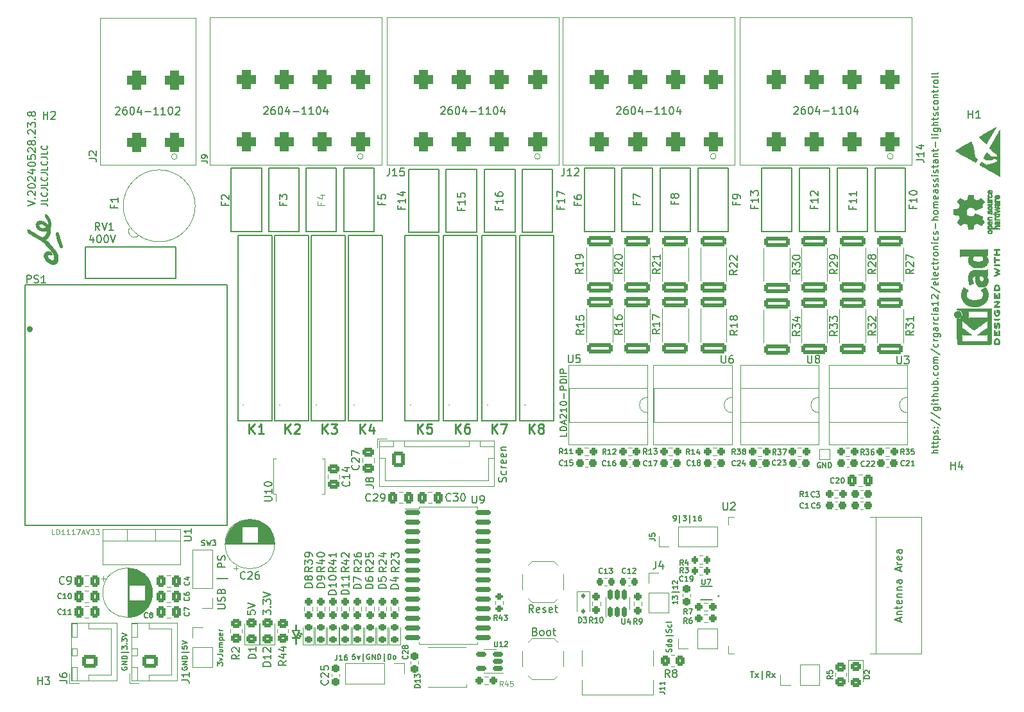
<source format=gto>
G04 #@! TF.GenerationSoftware,KiCad,Pcbnew,7.0.5*
G04 #@! TF.CreationDate,2024-05-28T18:46:16+02:00*
G04 #@! TF.ProjectId,hamodule,68616d6f-6475-46c6-952e-6b696361645f,20240528.23.8*
G04 #@! TF.SameCoordinates,Original*
G04 #@! TF.FileFunction,Legend,Top*
G04 #@! TF.FilePolarity,Positive*
%FSLAX46Y46*%
G04 Gerber Fmt 4.6, Leading zero omitted, Abs format (unit mm)*
G04 Created by KiCad (PCBNEW 7.0.5) date 2024-05-28 18:46:16*
%MOMM*%
%LPD*%
G01*
G04 APERTURE LIST*
G04 Aperture macros list*
%AMRoundRect*
0 Rectangle with rounded corners*
0 $1 Rounding radius*
0 $2 $3 $4 $5 $6 $7 $8 $9 X,Y pos of 4 corners*
0 Add a 4 corners polygon primitive as box body*
4,1,4,$2,$3,$4,$5,$6,$7,$8,$9,$2,$3,0*
0 Add four circle primitives for the rounded corners*
1,1,$1+$1,$2,$3*
1,1,$1+$1,$4,$5*
1,1,$1+$1,$6,$7*
1,1,$1+$1,$8,$9*
0 Add four rect primitives between the rounded corners*
20,1,$1+$1,$2,$3,$4,$5,0*
20,1,$1+$1,$4,$5,$6,$7,0*
20,1,$1+$1,$6,$7,$8,$9,0*
20,1,$1+$1,$8,$9,$2,$3,0*%
G04 Aperture macros list end*
%ADD10C,0.150000*%
%ADD11C,0.200000*%
%ADD12C,0.125000*%
%ADD13C,0.254000*%
%ADD14C,0.010000*%
%ADD15C,0.120000*%
%ADD16C,0.127000*%
%ADD17C,0.400000*%
%ADD18C,0.100000*%
%ADD19C,0.160000*%
%ADD20C,5.500000*%
%ADD21RoundRect,0.250000X0.337500X0.475000X-0.337500X0.475000X-0.337500X-0.475000X0.337500X-0.475000X0*%
%ADD22RoundRect,0.250000X-0.337500X-0.475000X0.337500X-0.475000X0.337500X0.475000X-0.337500X0.475000X0*%
%ADD23RoundRect,0.250000X-0.350000X-0.450000X0.350000X-0.450000X0.350000X0.450000X-0.350000X0.450000X0*%
%ADD24R,1.700000X1.700000*%
%ADD25O,1.700000X1.700000*%
%ADD26RoundRect,0.249999X-1.425001X0.450001X-1.425001X-0.450001X1.425001X-0.450001X1.425001X0.450001X0*%
%ADD27C,1.800000*%
%ADD28RoundRect,0.250000X0.450000X-0.325000X0.450000X0.325000X-0.450000X0.325000X-0.450000X-0.325000X0*%
%ADD29RoundRect,0.250000X0.450000X-0.350000X0.450000X0.350000X-0.450000X0.350000X-0.450000X-0.350000X0*%
%ADD30RoundRect,0.250000X0.750000X-0.600000X0.750000X0.600000X-0.750000X0.600000X-0.750000X-0.600000X0*%
%ADD31O,2.000000X1.700000*%
%ADD32R,2.000000X2.000000*%
%ADD33C,2.000000*%
%ADD34R,1.905000X2.000000*%
%ADD35O,1.905000X2.000000*%
%ADD36RoundRect,0.625000X0.625000X0.625000X-0.625000X0.625000X-0.625000X-0.625000X0.625000X-0.625000X0*%
%ADD37R,1.600000X2.400000*%
%ADD38O,1.600000X2.400000*%
%ADD39RoundRect,0.237500X-0.250000X-0.237500X0.250000X-0.237500X0.250000X0.237500X-0.250000X0.237500X0*%
%ADD40RoundRect,0.237500X0.300000X0.237500X-0.300000X0.237500X-0.300000X-0.237500X0.300000X-0.237500X0*%
%ADD41R,1.800000X1.100000*%
%ADD42RoundRect,0.237500X-0.300000X-0.237500X0.300000X-0.237500X0.300000X0.237500X-0.300000X0.237500X0*%
%ADD43RoundRect,0.237500X-0.237500X0.300000X-0.237500X-0.300000X0.237500X-0.300000X0.237500X0.300000X0*%
%ADD44RoundRect,0.225000X0.225000X0.250000X-0.225000X0.250000X-0.225000X-0.250000X0.225000X-0.250000X0*%
%ADD45R,0.400000X1.000000*%
%ADD46RoundRect,0.237500X0.237500X-0.250000X0.237500X0.250000X-0.237500X0.250000X-0.237500X-0.250000X0*%
%ADD47RoundRect,0.218750X0.256250X-0.218750X0.256250X0.218750X-0.256250X0.218750X-0.256250X-0.218750X0*%
%ADD48RoundRect,0.150000X0.512500X0.150000X-0.512500X0.150000X-0.512500X-0.150000X0.512500X-0.150000X0*%
%ADD49RoundRect,0.200000X0.200000X0.275000X-0.200000X0.275000X-0.200000X-0.275000X0.200000X-0.275000X0*%
%ADD50R,1.600000X1.600000*%
%ADD51C,1.600000*%
%ADD52R,0.900000X1.500000*%
%ADD53R,1.500000X0.900000*%
%ADD54R,1.000000X1.000000*%
%ADD55RoundRect,0.237500X0.237500X-0.300000X0.237500X0.300000X-0.237500X0.300000X-0.237500X-0.300000X0*%
%ADD56RoundRect,0.200000X-0.275000X0.200000X-0.275000X-0.200000X0.275000X-0.200000X0.275000X0.200000X0*%
%ADD57RoundRect,0.250000X-0.450000X0.325000X-0.450000X-0.325000X0.450000X-0.325000X0.450000X0.325000X0*%
%ADD58RoundRect,0.250000X-0.475000X0.337500X-0.475000X-0.337500X0.475000X-0.337500X0.475000X0.337500X0*%
%ADD59RoundRect,0.112500X-0.112500X0.187500X-0.112500X-0.187500X0.112500X-0.187500X0.112500X0.187500X0*%
%ADD60C,0.650000*%
%ADD61R,0.600000X1.450000*%
%ADD62R,0.300000X1.450000*%
%ADD63O,1.000000X2.100000*%
%ADD64O,1.000000X1.600000*%
%ADD65RoundRect,0.250000X-0.600000X-0.725000X0.600000X-0.725000X0.600000X0.725000X-0.600000X0.725000X0*%
%ADD66O,1.700000X1.950000*%
%ADD67RoundRect,0.150000X-0.875000X-0.150000X0.875000X-0.150000X0.875000X0.150000X-0.875000X0.150000X0*%
%ADD68R,0.820000X0.304800*%
%ADD69R,0.820000X0.308800*%
%ADD70RoundRect,0.150000X0.150000X-0.512500X0.150000X0.512500X-0.150000X0.512500X-0.150000X-0.512500X0*%
%ADD71RoundRect,0.225000X-0.225000X-0.250000X0.225000X-0.250000X0.225000X0.250000X-0.225000X0.250000X0*%
%ADD72R,1.500000X1.000000*%
G04 APERTURE END LIST*
D10*
X24702419Y-51802513D02*
X25702419Y-51469180D01*
X25702419Y-51469180D02*
X24702419Y-51135847D01*
X25607180Y-50802513D02*
X25654800Y-50754894D01*
X25654800Y-50754894D02*
X25702419Y-50802513D01*
X25702419Y-50802513D02*
X25654800Y-50850132D01*
X25654800Y-50850132D02*
X25607180Y-50802513D01*
X25607180Y-50802513D02*
X25702419Y-50802513D01*
X24797657Y-50373942D02*
X24750038Y-50326323D01*
X24750038Y-50326323D02*
X24702419Y-50231085D01*
X24702419Y-50231085D02*
X24702419Y-49992990D01*
X24702419Y-49992990D02*
X24750038Y-49897752D01*
X24750038Y-49897752D02*
X24797657Y-49850133D01*
X24797657Y-49850133D02*
X24892895Y-49802514D01*
X24892895Y-49802514D02*
X24988133Y-49802514D01*
X24988133Y-49802514D02*
X25130990Y-49850133D01*
X25130990Y-49850133D02*
X25702419Y-50421561D01*
X25702419Y-50421561D02*
X25702419Y-49802514D01*
X24702419Y-49183466D02*
X24702419Y-49088228D01*
X24702419Y-49088228D02*
X24750038Y-48992990D01*
X24750038Y-48992990D02*
X24797657Y-48945371D01*
X24797657Y-48945371D02*
X24892895Y-48897752D01*
X24892895Y-48897752D02*
X25083371Y-48850133D01*
X25083371Y-48850133D02*
X25321466Y-48850133D01*
X25321466Y-48850133D02*
X25511942Y-48897752D01*
X25511942Y-48897752D02*
X25607180Y-48945371D01*
X25607180Y-48945371D02*
X25654800Y-48992990D01*
X25654800Y-48992990D02*
X25702419Y-49088228D01*
X25702419Y-49088228D02*
X25702419Y-49183466D01*
X25702419Y-49183466D02*
X25654800Y-49278704D01*
X25654800Y-49278704D02*
X25607180Y-49326323D01*
X25607180Y-49326323D02*
X25511942Y-49373942D01*
X25511942Y-49373942D02*
X25321466Y-49421561D01*
X25321466Y-49421561D02*
X25083371Y-49421561D01*
X25083371Y-49421561D02*
X24892895Y-49373942D01*
X24892895Y-49373942D02*
X24797657Y-49326323D01*
X24797657Y-49326323D02*
X24750038Y-49278704D01*
X24750038Y-49278704D02*
X24702419Y-49183466D01*
X24797657Y-48469180D02*
X24750038Y-48421561D01*
X24750038Y-48421561D02*
X24702419Y-48326323D01*
X24702419Y-48326323D02*
X24702419Y-48088228D01*
X24702419Y-48088228D02*
X24750038Y-47992990D01*
X24750038Y-47992990D02*
X24797657Y-47945371D01*
X24797657Y-47945371D02*
X24892895Y-47897752D01*
X24892895Y-47897752D02*
X24988133Y-47897752D01*
X24988133Y-47897752D02*
X25130990Y-47945371D01*
X25130990Y-47945371D02*
X25702419Y-48516799D01*
X25702419Y-48516799D02*
X25702419Y-47897752D01*
X25035752Y-47040609D02*
X25702419Y-47040609D01*
X24654800Y-47278704D02*
X25369085Y-47516799D01*
X25369085Y-47516799D02*
X25369085Y-46897752D01*
X24702419Y-46326323D02*
X24702419Y-46231085D01*
X24702419Y-46231085D02*
X24750038Y-46135847D01*
X24750038Y-46135847D02*
X24797657Y-46088228D01*
X24797657Y-46088228D02*
X24892895Y-46040609D01*
X24892895Y-46040609D02*
X25083371Y-45992990D01*
X25083371Y-45992990D02*
X25321466Y-45992990D01*
X25321466Y-45992990D02*
X25511942Y-46040609D01*
X25511942Y-46040609D02*
X25607180Y-46088228D01*
X25607180Y-46088228D02*
X25654800Y-46135847D01*
X25654800Y-46135847D02*
X25702419Y-46231085D01*
X25702419Y-46231085D02*
X25702419Y-46326323D01*
X25702419Y-46326323D02*
X25654800Y-46421561D01*
X25654800Y-46421561D02*
X25607180Y-46469180D01*
X25607180Y-46469180D02*
X25511942Y-46516799D01*
X25511942Y-46516799D02*
X25321466Y-46564418D01*
X25321466Y-46564418D02*
X25083371Y-46564418D01*
X25083371Y-46564418D02*
X24892895Y-46516799D01*
X24892895Y-46516799D02*
X24797657Y-46469180D01*
X24797657Y-46469180D02*
X24750038Y-46421561D01*
X24750038Y-46421561D02*
X24702419Y-46326323D01*
X24702419Y-45088228D02*
X24702419Y-45564418D01*
X24702419Y-45564418D02*
X25178609Y-45612037D01*
X25178609Y-45612037D02*
X25130990Y-45564418D01*
X25130990Y-45564418D02*
X25083371Y-45469180D01*
X25083371Y-45469180D02*
X25083371Y-45231085D01*
X25083371Y-45231085D02*
X25130990Y-45135847D01*
X25130990Y-45135847D02*
X25178609Y-45088228D01*
X25178609Y-45088228D02*
X25273847Y-45040609D01*
X25273847Y-45040609D02*
X25511942Y-45040609D01*
X25511942Y-45040609D02*
X25607180Y-45088228D01*
X25607180Y-45088228D02*
X25654800Y-45135847D01*
X25654800Y-45135847D02*
X25702419Y-45231085D01*
X25702419Y-45231085D02*
X25702419Y-45469180D01*
X25702419Y-45469180D02*
X25654800Y-45564418D01*
X25654800Y-45564418D02*
X25607180Y-45612037D01*
X24797657Y-44659656D02*
X24750038Y-44612037D01*
X24750038Y-44612037D02*
X24702419Y-44516799D01*
X24702419Y-44516799D02*
X24702419Y-44278704D01*
X24702419Y-44278704D02*
X24750038Y-44183466D01*
X24750038Y-44183466D02*
X24797657Y-44135847D01*
X24797657Y-44135847D02*
X24892895Y-44088228D01*
X24892895Y-44088228D02*
X24988133Y-44088228D01*
X24988133Y-44088228D02*
X25130990Y-44135847D01*
X25130990Y-44135847D02*
X25702419Y-44707275D01*
X25702419Y-44707275D02*
X25702419Y-44088228D01*
X25130990Y-43516799D02*
X25083371Y-43612037D01*
X25083371Y-43612037D02*
X25035752Y-43659656D01*
X25035752Y-43659656D02*
X24940514Y-43707275D01*
X24940514Y-43707275D02*
X24892895Y-43707275D01*
X24892895Y-43707275D02*
X24797657Y-43659656D01*
X24797657Y-43659656D02*
X24750038Y-43612037D01*
X24750038Y-43612037D02*
X24702419Y-43516799D01*
X24702419Y-43516799D02*
X24702419Y-43326323D01*
X24702419Y-43326323D02*
X24750038Y-43231085D01*
X24750038Y-43231085D02*
X24797657Y-43183466D01*
X24797657Y-43183466D02*
X24892895Y-43135847D01*
X24892895Y-43135847D02*
X24940514Y-43135847D01*
X24940514Y-43135847D02*
X25035752Y-43183466D01*
X25035752Y-43183466D02*
X25083371Y-43231085D01*
X25083371Y-43231085D02*
X25130990Y-43326323D01*
X25130990Y-43326323D02*
X25130990Y-43516799D01*
X25130990Y-43516799D02*
X25178609Y-43612037D01*
X25178609Y-43612037D02*
X25226228Y-43659656D01*
X25226228Y-43659656D02*
X25321466Y-43707275D01*
X25321466Y-43707275D02*
X25511942Y-43707275D01*
X25511942Y-43707275D02*
X25607180Y-43659656D01*
X25607180Y-43659656D02*
X25654800Y-43612037D01*
X25654800Y-43612037D02*
X25702419Y-43516799D01*
X25702419Y-43516799D02*
X25702419Y-43326323D01*
X25702419Y-43326323D02*
X25654800Y-43231085D01*
X25654800Y-43231085D02*
X25607180Y-43183466D01*
X25607180Y-43183466D02*
X25511942Y-43135847D01*
X25511942Y-43135847D02*
X25321466Y-43135847D01*
X25321466Y-43135847D02*
X25226228Y-43183466D01*
X25226228Y-43183466D02*
X25178609Y-43231085D01*
X25178609Y-43231085D02*
X25130990Y-43326323D01*
X25607180Y-42707275D02*
X25654800Y-42659656D01*
X25654800Y-42659656D02*
X25702419Y-42707275D01*
X25702419Y-42707275D02*
X25654800Y-42754894D01*
X25654800Y-42754894D02*
X25607180Y-42707275D01*
X25607180Y-42707275D02*
X25702419Y-42707275D01*
X24797657Y-42278704D02*
X24750038Y-42231085D01*
X24750038Y-42231085D02*
X24702419Y-42135847D01*
X24702419Y-42135847D02*
X24702419Y-41897752D01*
X24702419Y-41897752D02*
X24750038Y-41802514D01*
X24750038Y-41802514D02*
X24797657Y-41754895D01*
X24797657Y-41754895D02*
X24892895Y-41707276D01*
X24892895Y-41707276D02*
X24988133Y-41707276D01*
X24988133Y-41707276D02*
X25130990Y-41754895D01*
X25130990Y-41754895D02*
X25702419Y-42326323D01*
X25702419Y-42326323D02*
X25702419Y-41707276D01*
X24702419Y-41373942D02*
X24702419Y-40754895D01*
X24702419Y-40754895D02*
X25083371Y-41088228D01*
X25083371Y-41088228D02*
X25083371Y-40945371D01*
X25083371Y-40945371D02*
X25130990Y-40850133D01*
X25130990Y-40850133D02*
X25178609Y-40802514D01*
X25178609Y-40802514D02*
X25273847Y-40754895D01*
X25273847Y-40754895D02*
X25511942Y-40754895D01*
X25511942Y-40754895D02*
X25607180Y-40802514D01*
X25607180Y-40802514D02*
X25654800Y-40850133D01*
X25654800Y-40850133D02*
X25702419Y-40945371D01*
X25702419Y-40945371D02*
X25702419Y-41231085D01*
X25702419Y-41231085D02*
X25654800Y-41326323D01*
X25654800Y-41326323D02*
X25607180Y-41373942D01*
X25607180Y-40326323D02*
X25654800Y-40278704D01*
X25654800Y-40278704D02*
X25702419Y-40326323D01*
X25702419Y-40326323D02*
X25654800Y-40373942D01*
X25654800Y-40373942D02*
X25607180Y-40326323D01*
X25607180Y-40326323D02*
X25702419Y-40326323D01*
X25130990Y-39707276D02*
X25083371Y-39802514D01*
X25083371Y-39802514D02*
X25035752Y-39850133D01*
X25035752Y-39850133D02*
X24940514Y-39897752D01*
X24940514Y-39897752D02*
X24892895Y-39897752D01*
X24892895Y-39897752D02*
X24797657Y-39850133D01*
X24797657Y-39850133D02*
X24750038Y-39802514D01*
X24750038Y-39802514D02*
X24702419Y-39707276D01*
X24702419Y-39707276D02*
X24702419Y-39516800D01*
X24702419Y-39516800D02*
X24750038Y-39421562D01*
X24750038Y-39421562D02*
X24797657Y-39373943D01*
X24797657Y-39373943D02*
X24892895Y-39326324D01*
X24892895Y-39326324D02*
X24940514Y-39326324D01*
X24940514Y-39326324D02*
X25035752Y-39373943D01*
X25035752Y-39373943D02*
X25083371Y-39421562D01*
X25083371Y-39421562D02*
X25130990Y-39516800D01*
X25130990Y-39516800D02*
X25130990Y-39707276D01*
X25130990Y-39707276D02*
X25178609Y-39802514D01*
X25178609Y-39802514D02*
X25226228Y-39850133D01*
X25226228Y-39850133D02*
X25321466Y-39897752D01*
X25321466Y-39897752D02*
X25511942Y-39897752D01*
X25511942Y-39897752D02*
X25607180Y-39850133D01*
X25607180Y-39850133D02*
X25654800Y-39802514D01*
X25654800Y-39802514D02*
X25702419Y-39707276D01*
X25702419Y-39707276D02*
X25702419Y-39516800D01*
X25702419Y-39516800D02*
X25654800Y-39421562D01*
X25654800Y-39421562D02*
X25607180Y-39373943D01*
X25607180Y-39373943D02*
X25511942Y-39326324D01*
X25511942Y-39326324D02*
X25321466Y-39326324D01*
X25321466Y-39326324D02*
X25226228Y-39373943D01*
X25226228Y-39373943D02*
X25178609Y-39421562D01*
X25178609Y-39421562D02*
X25130990Y-39516800D01*
D11*
X26483695Y-51498038D02*
X27055123Y-51498038D01*
X27055123Y-51498038D02*
X27169409Y-51536133D01*
X27169409Y-51536133D02*
X27245600Y-51612324D01*
X27245600Y-51612324D02*
X27283695Y-51726609D01*
X27283695Y-51726609D02*
X27283695Y-51802800D01*
X27283695Y-50736133D02*
X27283695Y-51117085D01*
X27283695Y-51117085D02*
X26483695Y-51117085D01*
X27207504Y-50012323D02*
X27245600Y-50050419D01*
X27245600Y-50050419D02*
X27283695Y-50164704D01*
X27283695Y-50164704D02*
X27283695Y-50240895D01*
X27283695Y-50240895D02*
X27245600Y-50355181D01*
X27245600Y-50355181D02*
X27169409Y-50431371D01*
X27169409Y-50431371D02*
X27093219Y-50469466D01*
X27093219Y-50469466D02*
X26940838Y-50507562D01*
X26940838Y-50507562D02*
X26826552Y-50507562D01*
X26826552Y-50507562D02*
X26674171Y-50469466D01*
X26674171Y-50469466D02*
X26597980Y-50431371D01*
X26597980Y-50431371D02*
X26521790Y-50355181D01*
X26521790Y-50355181D02*
X26483695Y-50240895D01*
X26483695Y-50240895D02*
X26483695Y-50164704D01*
X26483695Y-50164704D02*
X26521790Y-50050419D01*
X26521790Y-50050419D02*
X26559885Y-50012323D01*
X26483695Y-49440895D02*
X27055123Y-49440895D01*
X27055123Y-49440895D02*
X27169409Y-49478990D01*
X27169409Y-49478990D02*
X27245600Y-49555181D01*
X27245600Y-49555181D02*
X27283695Y-49669466D01*
X27283695Y-49669466D02*
X27283695Y-49745657D01*
X27283695Y-48678990D02*
X27283695Y-49059942D01*
X27283695Y-49059942D02*
X26483695Y-49059942D01*
X27207504Y-47955180D02*
X27245600Y-47993276D01*
X27245600Y-47993276D02*
X27283695Y-48107561D01*
X27283695Y-48107561D02*
X27283695Y-48183752D01*
X27283695Y-48183752D02*
X27245600Y-48298038D01*
X27245600Y-48298038D02*
X27169409Y-48374228D01*
X27169409Y-48374228D02*
X27093219Y-48412323D01*
X27093219Y-48412323D02*
X26940838Y-48450419D01*
X26940838Y-48450419D02*
X26826552Y-48450419D01*
X26826552Y-48450419D02*
X26674171Y-48412323D01*
X26674171Y-48412323D02*
X26597980Y-48374228D01*
X26597980Y-48374228D02*
X26521790Y-48298038D01*
X26521790Y-48298038D02*
X26483695Y-48183752D01*
X26483695Y-48183752D02*
X26483695Y-48107561D01*
X26483695Y-48107561D02*
X26521790Y-47993276D01*
X26521790Y-47993276D02*
X26559885Y-47955180D01*
X26483695Y-47383752D02*
X27055123Y-47383752D01*
X27055123Y-47383752D02*
X27169409Y-47421847D01*
X27169409Y-47421847D02*
X27245600Y-47498038D01*
X27245600Y-47498038D02*
X27283695Y-47612323D01*
X27283695Y-47612323D02*
X27283695Y-47688514D01*
X27283695Y-46621847D02*
X27283695Y-47002799D01*
X27283695Y-47002799D02*
X26483695Y-47002799D01*
X27207504Y-45898037D02*
X27245600Y-45936133D01*
X27245600Y-45936133D02*
X27283695Y-46050418D01*
X27283695Y-46050418D02*
X27283695Y-46126609D01*
X27283695Y-46126609D02*
X27245600Y-46240895D01*
X27245600Y-46240895D02*
X27169409Y-46317085D01*
X27169409Y-46317085D02*
X27093219Y-46355180D01*
X27093219Y-46355180D02*
X26940838Y-46393276D01*
X26940838Y-46393276D02*
X26826552Y-46393276D01*
X26826552Y-46393276D02*
X26674171Y-46355180D01*
X26674171Y-46355180D02*
X26597980Y-46317085D01*
X26597980Y-46317085D02*
X26521790Y-46240895D01*
X26521790Y-46240895D02*
X26483695Y-46126609D01*
X26483695Y-46126609D02*
X26483695Y-46050418D01*
X26483695Y-46050418D02*
X26521790Y-45936133D01*
X26521790Y-45936133D02*
X26559885Y-45898037D01*
X26483695Y-45326609D02*
X27055123Y-45326609D01*
X27055123Y-45326609D02*
X27169409Y-45364704D01*
X27169409Y-45364704D02*
X27245600Y-45440895D01*
X27245600Y-45440895D02*
X27283695Y-45555180D01*
X27283695Y-45555180D02*
X27283695Y-45631371D01*
X27283695Y-44564704D02*
X27283695Y-44945656D01*
X27283695Y-44945656D02*
X26483695Y-44945656D01*
X27207504Y-43840894D02*
X27245600Y-43878990D01*
X27245600Y-43878990D02*
X27283695Y-43993275D01*
X27283695Y-43993275D02*
X27283695Y-44069466D01*
X27283695Y-44069466D02*
X27245600Y-44183752D01*
X27245600Y-44183752D02*
X27169409Y-44259942D01*
X27169409Y-44259942D02*
X27093219Y-44298037D01*
X27093219Y-44298037D02*
X26940838Y-44336133D01*
X26940838Y-44336133D02*
X26826552Y-44336133D01*
X26826552Y-44336133D02*
X26674171Y-44298037D01*
X26674171Y-44298037D02*
X26597980Y-44259942D01*
X26597980Y-44259942D02*
X26521790Y-44183752D01*
X26521790Y-44183752D02*
X26483695Y-44069466D01*
X26483695Y-44069466D02*
X26483695Y-43993275D01*
X26483695Y-43993275D02*
X26521790Y-43878990D01*
X26521790Y-43878990D02*
X26559885Y-43840894D01*
D10*
X144832957Y-84405833D02*
X143932957Y-84405833D01*
X144832957Y-84020119D02*
X144361528Y-84020119D01*
X144361528Y-84020119D02*
X144275814Y-84062976D01*
X144275814Y-84062976D02*
X144232957Y-84148690D01*
X144232957Y-84148690D02*
X144232957Y-84277261D01*
X144232957Y-84277261D02*
X144275814Y-84362976D01*
X144275814Y-84362976D02*
X144318671Y-84405833D01*
X144232957Y-83720118D02*
X144232957Y-83377261D01*
X143932957Y-83591547D02*
X144704385Y-83591547D01*
X144704385Y-83591547D02*
X144790100Y-83548690D01*
X144790100Y-83548690D02*
X144832957Y-83462975D01*
X144832957Y-83462975D02*
X144832957Y-83377261D01*
X144232957Y-83205832D02*
X144232957Y-82862975D01*
X143932957Y-83077261D02*
X144704385Y-83077261D01*
X144704385Y-83077261D02*
X144790100Y-83034404D01*
X144790100Y-83034404D02*
X144832957Y-82948689D01*
X144832957Y-82948689D02*
X144832957Y-82862975D01*
X144232957Y-82562975D02*
X145132957Y-82562975D01*
X144275814Y-82562975D02*
X144232957Y-82477261D01*
X144232957Y-82477261D02*
X144232957Y-82305832D01*
X144232957Y-82305832D02*
X144275814Y-82220118D01*
X144275814Y-82220118D02*
X144318671Y-82177261D01*
X144318671Y-82177261D02*
X144404385Y-82134403D01*
X144404385Y-82134403D02*
X144661528Y-82134403D01*
X144661528Y-82134403D02*
X144747242Y-82177261D01*
X144747242Y-82177261D02*
X144790100Y-82220118D01*
X144790100Y-82220118D02*
X144832957Y-82305832D01*
X144832957Y-82305832D02*
X144832957Y-82477261D01*
X144832957Y-82477261D02*
X144790100Y-82562975D01*
X144790100Y-81791546D02*
X144832957Y-81705832D01*
X144832957Y-81705832D02*
X144832957Y-81534403D01*
X144832957Y-81534403D02*
X144790100Y-81448689D01*
X144790100Y-81448689D02*
X144704385Y-81405832D01*
X144704385Y-81405832D02*
X144661528Y-81405832D01*
X144661528Y-81405832D02*
X144575814Y-81448689D01*
X144575814Y-81448689D02*
X144532957Y-81534403D01*
X144532957Y-81534403D02*
X144532957Y-81662975D01*
X144532957Y-81662975D02*
X144490100Y-81748689D01*
X144490100Y-81748689D02*
X144404385Y-81791546D01*
X144404385Y-81791546D02*
X144361528Y-81791546D01*
X144361528Y-81791546D02*
X144275814Y-81748689D01*
X144275814Y-81748689D02*
X144232957Y-81662975D01*
X144232957Y-81662975D02*
X144232957Y-81534403D01*
X144232957Y-81534403D02*
X144275814Y-81448689D01*
X144747242Y-81020118D02*
X144790100Y-80977261D01*
X144790100Y-80977261D02*
X144832957Y-81020118D01*
X144832957Y-81020118D02*
X144790100Y-81062975D01*
X144790100Y-81062975D02*
X144747242Y-81020118D01*
X144747242Y-81020118D02*
X144832957Y-81020118D01*
X144275814Y-81020118D02*
X144318671Y-80977261D01*
X144318671Y-80977261D02*
X144361528Y-81020118D01*
X144361528Y-81020118D02*
X144318671Y-81062975D01*
X144318671Y-81062975D02*
X144275814Y-81020118D01*
X144275814Y-81020118D02*
X144361528Y-81020118D01*
X143890100Y-79948690D02*
X145047242Y-80720118D01*
X143890100Y-79005833D02*
X145047242Y-79777261D01*
X144232957Y-78320119D02*
X144961528Y-78320119D01*
X144961528Y-78320119D02*
X145047242Y-78362976D01*
X145047242Y-78362976D02*
X145090100Y-78405833D01*
X145090100Y-78405833D02*
X145132957Y-78491547D01*
X145132957Y-78491547D02*
X145132957Y-78620119D01*
X145132957Y-78620119D02*
X145090100Y-78705833D01*
X144790100Y-78320119D02*
X144832957Y-78405833D01*
X144832957Y-78405833D02*
X144832957Y-78577261D01*
X144832957Y-78577261D02*
X144790100Y-78662976D01*
X144790100Y-78662976D02*
X144747242Y-78705833D01*
X144747242Y-78705833D02*
X144661528Y-78748690D01*
X144661528Y-78748690D02*
X144404385Y-78748690D01*
X144404385Y-78748690D02*
X144318671Y-78705833D01*
X144318671Y-78705833D02*
X144275814Y-78662976D01*
X144275814Y-78662976D02*
X144232957Y-78577261D01*
X144232957Y-78577261D02*
X144232957Y-78405833D01*
X144232957Y-78405833D02*
X144275814Y-78320119D01*
X144832957Y-77891547D02*
X144232957Y-77891547D01*
X143932957Y-77891547D02*
X143975814Y-77934404D01*
X143975814Y-77934404D02*
X144018671Y-77891547D01*
X144018671Y-77891547D02*
X143975814Y-77848690D01*
X143975814Y-77848690D02*
X143932957Y-77891547D01*
X143932957Y-77891547D02*
X144018671Y-77891547D01*
X144232957Y-77591547D02*
X144232957Y-77248690D01*
X143932957Y-77462976D02*
X144704385Y-77462976D01*
X144704385Y-77462976D02*
X144790100Y-77420119D01*
X144790100Y-77420119D02*
X144832957Y-77334404D01*
X144832957Y-77334404D02*
X144832957Y-77248690D01*
X144832957Y-76948690D02*
X143932957Y-76948690D01*
X144832957Y-76562976D02*
X144361528Y-76562976D01*
X144361528Y-76562976D02*
X144275814Y-76605833D01*
X144275814Y-76605833D02*
X144232957Y-76691547D01*
X144232957Y-76691547D02*
X144232957Y-76820118D01*
X144232957Y-76820118D02*
X144275814Y-76905833D01*
X144275814Y-76905833D02*
X144318671Y-76948690D01*
X144232957Y-75748690D02*
X144832957Y-75748690D01*
X144232957Y-76134404D02*
X144704385Y-76134404D01*
X144704385Y-76134404D02*
X144790100Y-76091547D01*
X144790100Y-76091547D02*
X144832957Y-76005832D01*
X144832957Y-76005832D02*
X144832957Y-75877261D01*
X144832957Y-75877261D02*
X144790100Y-75791547D01*
X144790100Y-75791547D02*
X144747242Y-75748690D01*
X144832957Y-75320118D02*
X143932957Y-75320118D01*
X144275814Y-75320118D02*
X144232957Y-75234404D01*
X144232957Y-75234404D02*
X144232957Y-75062975D01*
X144232957Y-75062975D02*
X144275814Y-74977261D01*
X144275814Y-74977261D02*
X144318671Y-74934404D01*
X144318671Y-74934404D02*
X144404385Y-74891546D01*
X144404385Y-74891546D02*
X144661528Y-74891546D01*
X144661528Y-74891546D02*
X144747242Y-74934404D01*
X144747242Y-74934404D02*
X144790100Y-74977261D01*
X144790100Y-74977261D02*
X144832957Y-75062975D01*
X144832957Y-75062975D02*
X144832957Y-75234404D01*
X144832957Y-75234404D02*
X144790100Y-75320118D01*
X144747242Y-74505832D02*
X144790100Y-74462975D01*
X144790100Y-74462975D02*
X144832957Y-74505832D01*
X144832957Y-74505832D02*
X144790100Y-74548689D01*
X144790100Y-74548689D02*
X144747242Y-74505832D01*
X144747242Y-74505832D02*
X144832957Y-74505832D01*
X144790100Y-73691547D02*
X144832957Y-73777261D01*
X144832957Y-73777261D02*
X144832957Y-73948689D01*
X144832957Y-73948689D02*
X144790100Y-74034404D01*
X144790100Y-74034404D02*
X144747242Y-74077261D01*
X144747242Y-74077261D02*
X144661528Y-74120118D01*
X144661528Y-74120118D02*
X144404385Y-74120118D01*
X144404385Y-74120118D02*
X144318671Y-74077261D01*
X144318671Y-74077261D02*
X144275814Y-74034404D01*
X144275814Y-74034404D02*
X144232957Y-73948689D01*
X144232957Y-73948689D02*
X144232957Y-73777261D01*
X144232957Y-73777261D02*
X144275814Y-73691547D01*
X144832957Y-73177260D02*
X144790100Y-73262975D01*
X144790100Y-73262975D02*
X144747242Y-73305832D01*
X144747242Y-73305832D02*
X144661528Y-73348689D01*
X144661528Y-73348689D02*
X144404385Y-73348689D01*
X144404385Y-73348689D02*
X144318671Y-73305832D01*
X144318671Y-73305832D02*
X144275814Y-73262975D01*
X144275814Y-73262975D02*
X144232957Y-73177260D01*
X144232957Y-73177260D02*
X144232957Y-73048689D01*
X144232957Y-73048689D02*
X144275814Y-72962975D01*
X144275814Y-72962975D02*
X144318671Y-72920118D01*
X144318671Y-72920118D02*
X144404385Y-72877260D01*
X144404385Y-72877260D02*
X144661528Y-72877260D01*
X144661528Y-72877260D02*
X144747242Y-72920118D01*
X144747242Y-72920118D02*
X144790100Y-72962975D01*
X144790100Y-72962975D02*
X144832957Y-73048689D01*
X144832957Y-73048689D02*
X144832957Y-73177260D01*
X144832957Y-72491546D02*
X144232957Y-72491546D01*
X144318671Y-72491546D02*
X144275814Y-72448689D01*
X144275814Y-72448689D02*
X144232957Y-72362974D01*
X144232957Y-72362974D02*
X144232957Y-72234403D01*
X144232957Y-72234403D02*
X144275814Y-72148689D01*
X144275814Y-72148689D02*
X144361528Y-72105832D01*
X144361528Y-72105832D02*
X144832957Y-72105832D01*
X144361528Y-72105832D02*
X144275814Y-72062974D01*
X144275814Y-72062974D02*
X144232957Y-71977260D01*
X144232957Y-71977260D02*
X144232957Y-71848689D01*
X144232957Y-71848689D02*
X144275814Y-71762974D01*
X144275814Y-71762974D02*
X144361528Y-71720117D01*
X144361528Y-71720117D02*
X144832957Y-71720117D01*
X143890100Y-70648689D02*
X145047242Y-71420117D01*
X144790100Y-69962975D02*
X144832957Y-70048689D01*
X144832957Y-70048689D02*
X144832957Y-70220117D01*
X144832957Y-70220117D02*
X144790100Y-70305832D01*
X144790100Y-70305832D02*
X144747242Y-70348689D01*
X144747242Y-70348689D02*
X144661528Y-70391546D01*
X144661528Y-70391546D02*
X144404385Y-70391546D01*
X144404385Y-70391546D02*
X144318671Y-70348689D01*
X144318671Y-70348689D02*
X144275814Y-70305832D01*
X144275814Y-70305832D02*
X144232957Y-70220117D01*
X144232957Y-70220117D02*
X144232957Y-70048689D01*
X144232957Y-70048689D02*
X144275814Y-69962975D01*
X144832957Y-69577260D02*
X144232957Y-69577260D01*
X144404385Y-69577260D02*
X144318671Y-69534403D01*
X144318671Y-69534403D02*
X144275814Y-69491546D01*
X144275814Y-69491546D02*
X144232957Y-69405831D01*
X144232957Y-69405831D02*
X144232957Y-69320117D01*
X144232957Y-68634403D02*
X144961528Y-68634403D01*
X144961528Y-68634403D02*
X145047242Y-68677260D01*
X145047242Y-68677260D02*
X145090100Y-68720117D01*
X145090100Y-68720117D02*
X145132957Y-68805831D01*
X145132957Y-68805831D02*
X145132957Y-68934403D01*
X145132957Y-68934403D02*
X145090100Y-69020117D01*
X144790100Y-68634403D02*
X144832957Y-68720117D01*
X144832957Y-68720117D02*
X144832957Y-68891545D01*
X144832957Y-68891545D02*
X144790100Y-68977260D01*
X144790100Y-68977260D02*
X144747242Y-69020117D01*
X144747242Y-69020117D02*
X144661528Y-69062974D01*
X144661528Y-69062974D02*
X144404385Y-69062974D01*
X144404385Y-69062974D02*
X144318671Y-69020117D01*
X144318671Y-69020117D02*
X144275814Y-68977260D01*
X144275814Y-68977260D02*
X144232957Y-68891545D01*
X144232957Y-68891545D02*
X144232957Y-68720117D01*
X144232957Y-68720117D02*
X144275814Y-68634403D01*
X144832957Y-67820117D02*
X144361528Y-67820117D01*
X144361528Y-67820117D02*
X144275814Y-67862974D01*
X144275814Y-67862974D02*
X144232957Y-67948688D01*
X144232957Y-67948688D02*
X144232957Y-68120117D01*
X144232957Y-68120117D02*
X144275814Y-68205831D01*
X144790100Y-67820117D02*
X144832957Y-67905831D01*
X144832957Y-67905831D02*
X144832957Y-68120117D01*
X144832957Y-68120117D02*
X144790100Y-68205831D01*
X144790100Y-68205831D02*
X144704385Y-68248688D01*
X144704385Y-68248688D02*
X144618671Y-68248688D01*
X144618671Y-68248688D02*
X144532957Y-68205831D01*
X144532957Y-68205831D02*
X144490100Y-68120117D01*
X144490100Y-68120117D02*
X144490100Y-67905831D01*
X144490100Y-67905831D02*
X144447242Y-67820117D01*
X144832957Y-67391545D02*
X144232957Y-67391545D01*
X144404385Y-67391545D02*
X144318671Y-67348688D01*
X144318671Y-67348688D02*
X144275814Y-67305831D01*
X144275814Y-67305831D02*
X144232957Y-67220116D01*
X144232957Y-67220116D02*
X144232957Y-67134402D01*
X144790100Y-66448688D02*
X144832957Y-66534402D01*
X144832957Y-66534402D02*
X144832957Y-66705830D01*
X144832957Y-66705830D02*
X144790100Y-66791545D01*
X144790100Y-66791545D02*
X144747242Y-66834402D01*
X144747242Y-66834402D02*
X144661528Y-66877259D01*
X144661528Y-66877259D02*
X144404385Y-66877259D01*
X144404385Y-66877259D02*
X144318671Y-66834402D01*
X144318671Y-66834402D02*
X144275814Y-66791545D01*
X144275814Y-66791545D02*
X144232957Y-66705830D01*
X144232957Y-66705830D02*
X144232957Y-66534402D01*
X144232957Y-66534402D02*
X144275814Y-66448688D01*
X144832957Y-66062973D02*
X144232957Y-66062973D01*
X143932957Y-66062973D02*
X143975814Y-66105830D01*
X143975814Y-66105830D02*
X144018671Y-66062973D01*
X144018671Y-66062973D02*
X143975814Y-66020116D01*
X143975814Y-66020116D02*
X143932957Y-66062973D01*
X143932957Y-66062973D02*
X144018671Y-66062973D01*
X144832957Y-65248688D02*
X144361528Y-65248688D01*
X144361528Y-65248688D02*
X144275814Y-65291545D01*
X144275814Y-65291545D02*
X144232957Y-65377259D01*
X144232957Y-65377259D02*
X144232957Y-65548688D01*
X144232957Y-65548688D02*
X144275814Y-65634402D01*
X144790100Y-65248688D02*
X144832957Y-65334402D01*
X144832957Y-65334402D02*
X144832957Y-65548688D01*
X144832957Y-65548688D02*
X144790100Y-65634402D01*
X144790100Y-65634402D02*
X144704385Y-65677259D01*
X144704385Y-65677259D02*
X144618671Y-65677259D01*
X144618671Y-65677259D02*
X144532957Y-65634402D01*
X144532957Y-65634402D02*
X144490100Y-65548688D01*
X144490100Y-65548688D02*
X144490100Y-65334402D01*
X144490100Y-65334402D02*
X144447242Y-65248688D01*
X144832957Y-64348687D02*
X144832957Y-64862973D01*
X144832957Y-64605830D02*
X143932957Y-64605830D01*
X143932957Y-64605830D02*
X144061528Y-64691544D01*
X144061528Y-64691544D02*
X144147242Y-64777259D01*
X144147242Y-64777259D02*
X144190100Y-64862973D01*
X144018671Y-64005830D02*
X143975814Y-63962973D01*
X143975814Y-63962973D02*
X143932957Y-63877259D01*
X143932957Y-63877259D02*
X143932957Y-63662973D01*
X143932957Y-63662973D02*
X143975814Y-63577259D01*
X143975814Y-63577259D02*
X144018671Y-63534401D01*
X144018671Y-63534401D02*
X144104385Y-63491544D01*
X144104385Y-63491544D02*
X144190100Y-63491544D01*
X144190100Y-63491544D02*
X144318671Y-63534401D01*
X144318671Y-63534401D02*
X144832957Y-64048687D01*
X144832957Y-64048687D02*
X144832957Y-63491544D01*
X143890100Y-62462973D02*
X145047242Y-63234401D01*
X144790100Y-61820116D02*
X144832957Y-61905830D01*
X144832957Y-61905830D02*
X144832957Y-62077259D01*
X144832957Y-62077259D02*
X144790100Y-62162973D01*
X144790100Y-62162973D02*
X144704385Y-62205830D01*
X144704385Y-62205830D02*
X144361528Y-62205830D01*
X144361528Y-62205830D02*
X144275814Y-62162973D01*
X144275814Y-62162973D02*
X144232957Y-62077259D01*
X144232957Y-62077259D02*
X144232957Y-61905830D01*
X144232957Y-61905830D02*
X144275814Y-61820116D01*
X144275814Y-61820116D02*
X144361528Y-61777259D01*
X144361528Y-61777259D02*
X144447242Y-61777259D01*
X144447242Y-61777259D02*
X144532957Y-62205830D01*
X144832957Y-61262972D02*
X144790100Y-61348687D01*
X144790100Y-61348687D02*
X144704385Y-61391544D01*
X144704385Y-61391544D02*
X143932957Y-61391544D01*
X144790100Y-60577258D02*
X144832957Y-60662972D01*
X144832957Y-60662972D02*
X144832957Y-60834401D01*
X144832957Y-60834401D02*
X144790100Y-60920115D01*
X144790100Y-60920115D02*
X144704385Y-60962972D01*
X144704385Y-60962972D02*
X144361528Y-60962972D01*
X144361528Y-60962972D02*
X144275814Y-60920115D01*
X144275814Y-60920115D02*
X144232957Y-60834401D01*
X144232957Y-60834401D02*
X144232957Y-60662972D01*
X144232957Y-60662972D02*
X144275814Y-60577258D01*
X144275814Y-60577258D02*
X144361528Y-60534401D01*
X144361528Y-60534401D02*
X144447242Y-60534401D01*
X144447242Y-60534401D02*
X144532957Y-60962972D01*
X144790100Y-59762972D02*
X144832957Y-59848686D01*
X144832957Y-59848686D02*
X144832957Y-60020114D01*
X144832957Y-60020114D02*
X144790100Y-60105829D01*
X144790100Y-60105829D02*
X144747242Y-60148686D01*
X144747242Y-60148686D02*
X144661528Y-60191543D01*
X144661528Y-60191543D02*
X144404385Y-60191543D01*
X144404385Y-60191543D02*
X144318671Y-60148686D01*
X144318671Y-60148686D02*
X144275814Y-60105829D01*
X144275814Y-60105829D02*
X144232957Y-60020114D01*
X144232957Y-60020114D02*
X144232957Y-59848686D01*
X144232957Y-59848686D02*
X144275814Y-59762972D01*
X144232957Y-59505828D02*
X144232957Y-59162971D01*
X143932957Y-59377257D02*
X144704385Y-59377257D01*
X144704385Y-59377257D02*
X144790100Y-59334400D01*
X144790100Y-59334400D02*
X144832957Y-59248685D01*
X144832957Y-59248685D02*
X144832957Y-59162971D01*
X144832957Y-58862971D02*
X144232957Y-58862971D01*
X144404385Y-58862971D02*
X144318671Y-58820114D01*
X144318671Y-58820114D02*
X144275814Y-58777257D01*
X144275814Y-58777257D02*
X144232957Y-58691542D01*
X144232957Y-58691542D02*
X144232957Y-58605828D01*
X144832957Y-58177256D02*
X144790100Y-58262971D01*
X144790100Y-58262971D02*
X144747242Y-58305828D01*
X144747242Y-58305828D02*
X144661528Y-58348685D01*
X144661528Y-58348685D02*
X144404385Y-58348685D01*
X144404385Y-58348685D02*
X144318671Y-58305828D01*
X144318671Y-58305828D02*
X144275814Y-58262971D01*
X144275814Y-58262971D02*
X144232957Y-58177256D01*
X144232957Y-58177256D02*
X144232957Y-58048685D01*
X144232957Y-58048685D02*
X144275814Y-57962971D01*
X144275814Y-57962971D02*
X144318671Y-57920114D01*
X144318671Y-57920114D02*
X144404385Y-57877256D01*
X144404385Y-57877256D02*
X144661528Y-57877256D01*
X144661528Y-57877256D02*
X144747242Y-57920114D01*
X144747242Y-57920114D02*
X144790100Y-57962971D01*
X144790100Y-57962971D02*
X144832957Y-58048685D01*
X144832957Y-58048685D02*
X144832957Y-58177256D01*
X144232957Y-57491542D02*
X144832957Y-57491542D01*
X144318671Y-57491542D02*
X144275814Y-57448685D01*
X144275814Y-57448685D02*
X144232957Y-57362970D01*
X144232957Y-57362970D02*
X144232957Y-57234399D01*
X144232957Y-57234399D02*
X144275814Y-57148685D01*
X144275814Y-57148685D02*
X144361528Y-57105828D01*
X144361528Y-57105828D02*
X144832957Y-57105828D01*
X144832957Y-56677256D02*
X144232957Y-56677256D01*
X143932957Y-56677256D02*
X143975814Y-56720113D01*
X143975814Y-56720113D02*
X144018671Y-56677256D01*
X144018671Y-56677256D02*
X143975814Y-56634399D01*
X143975814Y-56634399D02*
X143932957Y-56677256D01*
X143932957Y-56677256D02*
X144018671Y-56677256D01*
X144790100Y-55862971D02*
X144832957Y-55948685D01*
X144832957Y-55948685D02*
X144832957Y-56120113D01*
X144832957Y-56120113D02*
X144790100Y-56205828D01*
X144790100Y-56205828D02*
X144747242Y-56248685D01*
X144747242Y-56248685D02*
X144661528Y-56291542D01*
X144661528Y-56291542D02*
X144404385Y-56291542D01*
X144404385Y-56291542D02*
X144318671Y-56248685D01*
X144318671Y-56248685D02*
X144275814Y-56205828D01*
X144275814Y-56205828D02*
X144232957Y-56120113D01*
X144232957Y-56120113D02*
X144232957Y-55948685D01*
X144232957Y-55948685D02*
X144275814Y-55862971D01*
X144790100Y-55520113D02*
X144832957Y-55434399D01*
X144832957Y-55434399D02*
X144832957Y-55262970D01*
X144832957Y-55262970D02*
X144790100Y-55177256D01*
X144790100Y-55177256D02*
X144704385Y-55134399D01*
X144704385Y-55134399D02*
X144661528Y-55134399D01*
X144661528Y-55134399D02*
X144575814Y-55177256D01*
X144575814Y-55177256D02*
X144532957Y-55262970D01*
X144532957Y-55262970D02*
X144532957Y-55391542D01*
X144532957Y-55391542D02*
X144490100Y-55477256D01*
X144490100Y-55477256D02*
X144404385Y-55520113D01*
X144404385Y-55520113D02*
X144361528Y-55520113D01*
X144361528Y-55520113D02*
X144275814Y-55477256D01*
X144275814Y-55477256D02*
X144232957Y-55391542D01*
X144232957Y-55391542D02*
X144232957Y-55262970D01*
X144232957Y-55262970D02*
X144275814Y-55177256D01*
X144490100Y-54748685D02*
X144490100Y-54062971D01*
X144832957Y-53634399D02*
X143932957Y-53634399D01*
X144832957Y-53248685D02*
X144361528Y-53248685D01*
X144361528Y-53248685D02*
X144275814Y-53291542D01*
X144275814Y-53291542D02*
X144232957Y-53377256D01*
X144232957Y-53377256D02*
X144232957Y-53505827D01*
X144232957Y-53505827D02*
X144275814Y-53591542D01*
X144275814Y-53591542D02*
X144318671Y-53634399D01*
X144832957Y-52691541D02*
X144790100Y-52777256D01*
X144790100Y-52777256D02*
X144747242Y-52820113D01*
X144747242Y-52820113D02*
X144661528Y-52862970D01*
X144661528Y-52862970D02*
X144404385Y-52862970D01*
X144404385Y-52862970D02*
X144318671Y-52820113D01*
X144318671Y-52820113D02*
X144275814Y-52777256D01*
X144275814Y-52777256D02*
X144232957Y-52691541D01*
X144232957Y-52691541D02*
X144232957Y-52562970D01*
X144232957Y-52562970D02*
X144275814Y-52477256D01*
X144275814Y-52477256D02*
X144318671Y-52434399D01*
X144318671Y-52434399D02*
X144404385Y-52391541D01*
X144404385Y-52391541D02*
X144661528Y-52391541D01*
X144661528Y-52391541D02*
X144747242Y-52434399D01*
X144747242Y-52434399D02*
X144790100Y-52477256D01*
X144790100Y-52477256D02*
X144832957Y-52562970D01*
X144832957Y-52562970D02*
X144832957Y-52691541D01*
X144832957Y-52005827D02*
X144232957Y-52005827D01*
X144318671Y-52005827D02*
X144275814Y-51962970D01*
X144275814Y-51962970D02*
X144232957Y-51877255D01*
X144232957Y-51877255D02*
X144232957Y-51748684D01*
X144232957Y-51748684D02*
X144275814Y-51662970D01*
X144275814Y-51662970D02*
X144361528Y-51620113D01*
X144361528Y-51620113D02*
X144832957Y-51620113D01*
X144361528Y-51620113D02*
X144275814Y-51577255D01*
X144275814Y-51577255D02*
X144232957Y-51491541D01*
X144232957Y-51491541D02*
X144232957Y-51362970D01*
X144232957Y-51362970D02*
X144275814Y-51277255D01*
X144275814Y-51277255D02*
X144361528Y-51234398D01*
X144361528Y-51234398D02*
X144832957Y-51234398D01*
X144790100Y-50462970D02*
X144832957Y-50548684D01*
X144832957Y-50548684D02*
X144832957Y-50720113D01*
X144832957Y-50720113D02*
X144790100Y-50805827D01*
X144790100Y-50805827D02*
X144704385Y-50848684D01*
X144704385Y-50848684D02*
X144361528Y-50848684D01*
X144361528Y-50848684D02*
X144275814Y-50805827D01*
X144275814Y-50805827D02*
X144232957Y-50720113D01*
X144232957Y-50720113D02*
X144232957Y-50548684D01*
X144232957Y-50548684D02*
X144275814Y-50462970D01*
X144275814Y-50462970D02*
X144361528Y-50420113D01*
X144361528Y-50420113D02*
X144447242Y-50420113D01*
X144447242Y-50420113D02*
X144532957Y-50848684D01*
X144832957Y-49648684D02*
X144361528Y-49648684D01*
X144361528Y-49648684D02*
X144275814Y-49691541D01*
X144275814Y-49691541D02*
X144232957Y-49777255D01*
X144232957Y-49777255D02*
X144232957Y-49948684D01*
X144232957Y-49948684D02*
X144275814Y-50034398D01*
X144790100Y-49648684D02*
X144832957Y-49734398D01*
X144832957Y-49734398D02*
X144832957Y-49948684D01*
X144832957Y-49948684D02*
X144790100Y-50034398D01*
X144790100Y-50034398D02*
X144704385Y-50077255D01*
X144704385Y-50077255D02*
X144618671Y-50077255D01*
X144618671Y-50077255D02*
X144532957Y-50034398D01*
X144532957Y-50034398D02*
X144490100Y-49948684D01*
X144490100Y-49948684D02*
X144490100Y-49734398D01*
X144490100Y-49734398D02*
X144447242Y-49648684D01*
X144790100Y-49262969D02*
X144832957Y-49177255D01*
X144832957Y-49177255D02*
X144832957Y-49005826D01*
X144832957Y-49005826D02*
X144790100Y-48920112D01*
X144790100Y-48920112D02*
X144704385Y-48877255D01*
X144704385Y-48877255D02*
X144661528Y-48877255D01*
X144661528Y-48877255D02*
X144575814Y-48920112D01*
X144575814Y-48920112D02*
X144532957Y-49005826D01*
X144532957Y-49005826D02*
X144532957Y-49134398D01*
X144532957Y-49134398D02*
X144490100Y-49220112D01*
X144490100Y-49220112D02*
X144404385Y-49262969D01*
X144404385Y-49262969D02*
X144361528Y-49262969D01*
X144361528Y-49262969D02*
X144275814Y-49220112D01*
X144275814Y-49220112D02*
X144232957Y-49134398D01*
X144232957Y-49134398D02*
X144232957Y-49005826D01*
X144232957Y-49005826D02*
X144275814Y-48920112D01*
X144790100Y-48534398D02*
X144832957Y-48448684D01*
X144832957Y-48448684D02*
X144832957Y-48277255D01*
X144832957Y-48277255D02*
X144790100Y-48191541D01*
X144790100Y-48191541D02*
X144704385Y-48148684D01*
X144704385Y-48148684D02*
X144661528Y-48148684D01*
X144661528Y-48148684D02*
X144575814Y-48191541D01*
X144575814Y-48191541D02*
X144532957Y-48277255D01*
X144532957Y-48277255D02*
X144532957Y-48405827D01*
X144532957Y-48405827D02*
X144490100Y-48491541D01*
X144490100Y-48491541D02*
X144404385Y-48534398D01*
X144404385Y-48534398D02*
X144361528Y-48534398D01*
X144361528Y-48534398D02*
X144275814Y-48491541D01*
X144275814Y-48491541D02*
X144232957Y-48405827D01*
X144232957Y-48405827D02*
X144232957Y-48277255D01*
X144232957Y-48277255D02*
X144275814Y-48191541D01*
X144832957Y-47762970D02*
X144232957Y-47762970D01*
X143932957Y-47762970D02*
X143975814Y-47805827D01*
X143975814Y-47805827D02*
X144018671Y-47762970D01*
X144018671Y-47762970D02*
X143975814Y-47720113D01*
X143975814Y-47720113D02*
X143932957Y-47762970D01*
X143932957Y-47762970D02*
X144018671Y-47762970D01*
X144790100Y-47377256D02*
X144832957Y-47291542D01*
X144832957Y-47291542D02*
X144832957Y-47120113D01*
X144832957Y-47120113D02*
X144790100Y-47034399D01*
X144790100Y-47034399D02*
X144704385Y-46991542D01*
X144704385Y-46991542D02*
X144661528Y-46991542D01*
X144661528Y-46991542D02*
X144575814Y-47034399D01*
X144575814Y-47034399D02*
X144532957Y-47120113D01*
X144532957Y-47120113D02*
X144532957Y-47248685D01*
X144532957Y-47248685D02*
X144490100Y-47334399D01*
X144490100Y-47334399D02*
X144404385Y-47377256D01*
X144404385Y-47377256D02*
X144361528Y-47377256D01*
X144361528Y-47377256D02*
X144275814Y-47334399D01*
X144275814Y-47334399D02*
X144232957Y-47248685D01*
X144232957Y-47248685D02*
X144232957Y-47120113D01*
X144232957Y-47120113D02*
X144275814Y-47034399D01*
X144232957Y-46734399D02*
X144232957Y-46391542D01*
X143932957Y-46605828D02*
X144704385Y-46605828D01*
X144704385Y-46605828D02*
X144790100Y-46562971D01*
X144790100Y-46562971D02*
X144832957Y-46477256D01*
X144832957Y-46477256D02*
X144832957Y-46391542D01*
X144832957Y-45705828D02*
X144361528Y-45705828D01*
X144361528Y-45705828D02*
X144275814Y-45748685D01*
X144275814Y-45748685D02*
X144232957Y-45834399D01*
X144232957Y-45834399D02*
X144232957Y-46005828D01*
X144232957Y-46005828D02*
X144275814Y-46091542D01*
X144790100Y-45705828D02*
X144832957Y-45791542D01*
X144832957Y-45791542D02*
X144832957Y-46005828D01*
X144832957Y-46005828D02*
X144790100Y-46091542D01*
X144790100Y-46091542D02*
X144704385Y-46134399D01*
X144704385Y-46134399D02*
X144618671Y-46134399D01*
X144618671Y-46134399D02*
X144532957Y-46091542D01*
X144532957Y-46091542D02*
X144490100Y-46005828D01*
X144490100Y-46005828D02*
X144490100Y-45791542D01*
X144490100Y-45791542D02*
X144447242Y-45705828D01*
X144232957Y-45277256D02*
X144832957Y-45277256D01*
X144318671Y-45277256D02*
X144275814Y-45234399D01*
X144275814Y-45234399D02*
X144232957Y-45148684D01*
X144232957Y-45148684D02*
X144232957Y-45020113D01*
X144232957Y-45020113D02*
X144275814Y-44934399D01*
X144275814Y-44934399D02*
X144361528Y-44891542D01*
X144361528Y-44891542D02*
X144832957Y-44891542D01*
X144232957Y-44591541D02*
X144232957Y-44248684D01*
X143932957Y-44462970D02*
X144704385Y-44462970D01*
X144704385Y-44462970D02*
X144790100Y-44420113D01*
X144790100Y-44420113D02*
X144832957Y-44334398D01*
X144832957Y-44334398D02*
X144832957Y-44248684D01*
X144490100Y-43948684D02*
X144490100Y-43262970D01*
X144832957Y-42705826D02*
X144790100Y-42791541D01*
X144790100Y-42791541D02*
X144704385Y-42834398D01*
X144704385Y-42834398D02*
X143932957Y-42834398D01*
X144832957Y-42362969D02*
X144232957Y-42362969D01*
X143932957Y-42362969D02*
X143975814Y-42405826D01*
X143975814Y-42405826D02*
X144018671Y-42362969D01*
X144018671Y-42362969D02*
X143975814Y-42320112D01*
X143975814Y-42320112D02*
X143932957Y-42362969D01*
X143932957Y-42362969D02*
X144018671Y-42362969D01*
X144232957Y-41548684D02*
X144961528Y-41548684D01*
X144961528Y-41548684D02*
X145047242Y-41591541D01*
X145047242Y-41591541D02*
X145090100Y-41634398D01*
X145090100Y-41634398D02*
X145132957Y-41720112D01*
X145132957Y-41720112D02*
X145132957Y-41848684D01*
X145132957Y-41848684D02*
X145090100Y-41934398D01*
X144790100Y-41548684D02*
X144832957Y-41634398D01*
X144832957Y-41634398D02*
X144832957Y-41805826D01*
X144832957Y-41805826D02*
X144790100Y-41891541D01*
X144790100Y-41891541D02*
X144747242Y-41934398D01*
X144747242Y-41934398D02*
X144661528Y-41977255D01*
X144661528Y-41977255D02*
X144404385Y-41977255D01*
X144404385Y-41977255D02*
X144318671Y-41934398D01*
X144318671Y-41934398D02*
X144275814Y-41891541D01*
X144275814Y-41891541D02*
X144232957Y-41805826D01*
X144232957Y-41805826D02*
X144232957Y-41634398D01*
X144232957Y-41634398D02*
X144275814Y-41548684D01*
X144832957Y-41120112D02*
X143932957Y-41120112D01*
X144832957Y-40734398D02*
X144361528Y-40734398D01*
X144361528Y-40734398D02*
X144275814Y-40777255D01*
X144275814Y-40777255D02*
X144232957Y-40862969D01*
X144232957Y-40862969D02*
X144232957Y-40991540D01*
X144232957Y-40991540D02*
X144275814Y-41077255D01*
X144275814Y-41077255D02*
X144318671Y-41120112D01*
X144232957Y-40434397D02*
X144232957Y-40091540D01*
X143932957Y-40305826D02*
X144704385Y-40305826D01*
X144704385Y-40305826D02*
X144790100Y-40262969D01*
X144790100Y-40262969D02*
X144832957Y-40177254D01*
X144832957Y-40177254D02*
X144832957Y-40091540D01*
X144790100Y-39834397D02*
X144832957Y-39748683D01*
X144832957Y-39748683D02*
X144832957Y-39577254D01*
X144832957Y-39577254D02*
X144790100Y-39491540D01*
X144790100Y-39491540D02*
X144704385Y-39448683D01*
X144704385Y-39448683D02*
X144661528Y-39448683D01*
X144661528Y-39448683D02*
X144575814Y-39491540D01*
X144575814Y-39491540D02*
X144532957Y-39577254D01*
X144532957Y-39577254D02*
X144532957Y-39705826D01*
X144532957Y-39705826D02*
X144490100Y-39791540D01*
X144490100Y-39791540D02*
X144404385Y-39834397D01*
X144404385Y-39834397D02*
X144361528Y-39834397D01*
X144361528Y-39834397D02*
X144275814Y-39791540D01*
X144275814Y-39791540D02*
X144232957Y-39705826D01*
X144232957Y-39705826D02*
X144232957Y-39577254D01*
X144232957Y-39577254D02*
X144275814Y-39491540D01*
X144790100Y-38677255D02*
X144832957Y-38762969D01*
X144832957Y-38762969D02*
X144832957Y-38934397D01*
X144832957Y-38934397D02*
X144790100Y-39020112D01*
X144790100Y-39020112D02*
X144747242Y-39062969D01*
X144747242Y-39062969D02*
X144661528Y-39105826D01*
X144661528Y-39105826D02*
X144404385Y-39105826D01*
X144404385Y-39105826D02*
X144318671Y-39062969D01*
X144318671Y-39062969D02*
X144275814Y-39020112D01*
X144275814Y-39020112D02*
X144232957Y-38934397D01*
X144232957Y-38934397D02*
X144232957Y-38762969D01*
X144232957Y-38762969D02*
X144275814Y-38677255D01*
X144832957Y-38162968D02*
X144790100Y-38248683D01*
X144790100Y-38248683D02*
X144747242Y-38291540D01*
X144747242Y-38291540D02*
X144661528Y-38334397D01*
X144661528Y-38334397D02*
X144404385Y-38334397D01*
X144404385Y-38334397D02*
X144318671Y-38291540D01*
X144318671Y-38291540D02*
X144275814Y-38248683D01*
X144275814Y-38248683D02*
X144232957Y-38162968D01*
X144232957Y-38162968D02*
X144232957Y-38034397D01*
X144232957Y-38034397D02*
X144275814Y-37948683D01*
X144275814Y-37948683D02*
X144318671Y-37905826D01*
X144318671Y-37905826D02*
X144404385Y-37862968D01*
X144404385Y-37862968D02*
X144661528Y-37862968D01*
X144661528Y-37862968D02*
X144747242Y-37905826D01*
X144747242Y-37905826D02*
X144790100Y-37948683D01*
X144790100Y-37948683D02*
X144832957Y-38034397D01*
X144832957Y-38034397D02*
X144832957Y-38162968D01*
X144232957Y-37477254D02*
X144832957Y-37477254D01*
X144318671Y-37477254D02*
X144275814Y-37434397D01*
X144275814Y-37434397D02*
X144232957Y-37348682D01*
X144232957Y-37348682D02*
X144232957Y-37220111D01*
X144232957Y-37220111D02*
X144275814Y-37134397D01*
X144275814Y-37134397D02*
X144361528Y-37091540D01*
X144361528Y-37091540D02*
X144832957Y-37091540D01*
X144232957Y-36791539D02*
X144232957Y-36448682D01*
X143932957Y-36662968D02*
X144704385Y-36662968D01*
X144704385Y-36662968D02*
X144790100Y-36620111D01*
X144790100Y-36620111D02*
X144832957Y-36534396D01*
X144832957Y-36534396D02*
X144832957Y-36448682D01*
X144832957Y-36148682D02*
X144232957Y-36148682D01*
X144404385Y-36148682D02*
X144318671Y-36105825D01*
X144318671Y-36105825D02*
X144275814Y-36062968D01*
X144275814Y-36062968D02*
X144232957Y-35977253D01*
X144232957Y-35977253D02*
X144232957Y-35891539D01*
X144832957Y-35462967D02*
X144790100Y-35548682D01*
X144790100Y-35548682D02*
X144747242Y-35591539D01*
X144747242Y-35591539D02*
X144661528Y-35634396D01*
X144661528Y-35634396D02*
X144404385Y-35634396D01*
X144404385Y-35634396D02*
X144318671Y-35591539D01*
X144318671Y-35591539D02*
X144275814Y-35548682D01*
X144275814Y-35548682D02*
X144232957Y-35462967D01*
X144232957Y-35462967D02*
X144232957Y-35334396D01*
X144232957Y-35334396D02*
X144275814Y-35248682D01*
X144275814Y-35248682D02*
X144318671Y-35205825D01*
X144318671Y-35205825D02*
X144404385Y-35162967D01*
X144404385Y-35162967D02*
X144661528Y-35162967D01*
X144661528Y-35162967D02*
X144747242Y-35205825D01*
X144747242Y-35205825D02*
X144790100Y-35248682D01*
X144790100Y-35248682D02*
X144832957Y-35334396D01*
X144832957Y-35334396D02*
X144832957Y-35462967D01*
X144832957Y-34648681D02*
X144790100Y-34734396D01*
X144790100Y-34734396D02*
X144704385Y-34777253D01*
X144704385Y-34777253D02*
X143932957Y-34777253D01*
X144832957Y-34177252D02*
X144790100Y-34262967D01*
X144790100Y-34262967D02*
X144704385Y-34305824D01*
X144704385Y-34305824D02*
X143932957Y-34305824D01*
X146481895Y-86535419D02*
X146481895Y-85535419D01*
X146481895Y-86011609D02*
X147053323Y-86011609D01*
X147053323Y-86535419D02*
X147053323Y-85535419D01*
X147958085Y-85868752D02*
X147958085Y-86535419D01*
X147719990Y-85487800D02*
X147481895Y-86202085D01*
X147481895Y-86202085D02*
X148100942Y-86202085D01*
X29475133Y-101603980D02*
X29427514Y-101651600D01*
X29427514Y-101651600D02*
X29284657Y-101699219D01*
X29284657Y-101699219D02*
X29189419Y-101699219D01*
X29189419Y-101699219D02*
X29046562Y-101651600D01*
X29046562Y-101651600D02*
X28951324Y-101556361D01*
X28951324Y-101556361D02*
X28903705Y-101461123D01*
X28903705Y-101461123D02*
X28856086Y-101270647D01*
X28856086Y-101270647D02*
X28856086Y-101127790D01*
X28856086Y-101127790D02*
X28903705Y-100937314D01*
X28903705Y-100937314D02*
X28951324Y-100842076D01*
X28951324Y-100842076D02*
X29046562Y-100746838D01*
X29046562Y-100746838D02*
X29189419Y-100699219D01*
X29189419Y-100699219D02*
X29284657Y-100699219D01*
X29284657Y-100699219D02*
X29427514Y-100746838D01*
X29427514Y-100746838D02*
X29475133Y-100794457D01*
X29951324Y-101699219D02*
X30141800Y-101699219D01*
X30141800Y-101699219D02*
X30237038Y-101651600D01*
X30237038Y-101651600D02*
X30284657Y-101603980D01*
X30284657Y-101603980D02*
X30379895Y-101461123D01*
X30379895Y-101461123D02*
X30427514Y-101270647D01*
X30427514Y-101270647D02*
X30427514Y-100889695D01*
X30427514Y-100889695D02*
X30379895Y-100794457D01*
X30379895Y-100794457D02*
X30332276Y-100746838D01*
X30332276Y-100746838D02*
X30237038Y-100699219D01*
X30237038Y-100699219D02*
X30046562Y-100699219D01*
X30046562Y-100699219D02*
X29951324Y-100746838D01*
X29951324Y-100746838D02*
X29903705Y-100794457D01*
X29903705Y-100794457D02*
X29856086Y-100889695D01*
X29856086Y-100889695D02*
X29856086Y-101127790D01*
X29856086Y-101127790D02*
X29903705Y-101223028D01*
X29903705Y-101223028D02*
X29951324Y-101270647D01*
X29951324Y-101270647D02*
X30046562Y-101318266D01*
X30046562Y-101318266D02*
X30237038Y-101318266D01*
X30237038Y-101318266D02*
X30332276Y-101270647D01*
X30332276Y-101270647D02*
X30379895Y-101223028D01*
X30379895Y-101223028D02*
X30427514Y-101127790D01*
X45969366Y-101386466D02*
X46002700Y-101419799D01*
X46002700Y-101419799D02*
X46036033Y-101519799D01*
X46036033Y-101519799D02*
X46036033Y-101586466D01*
X46036033Y-101586466D02*
X46002700Y-101686466D01*
X46002700Y-101686466D02*
X45936033Y-101753133D01*
X45936033Y-101753133D02*
X45869366Y-101786466D01*
X45869366Y-101786466D02*
X45736033Y-101819799D01*
X45736033Y-101819799D02*
X45636033Y-101819799D01*
X45636033Y-101819799D02*
X45502700Y-101786466D01*
X45502700Y-101786466D02*
X45436033Y-101753133D01*
X45436033Y-101753133D02*
X45369366Y-101686466D01*
X45369366Y-101686466D02*
X45336033Y-101586466D01*
X45336033Y-101586466D02*
X45336033Y-101519799D01*
X45336033Y-101519799D02*
X45369366Y-101419799D01*
X45369366Y-101419799D02*
X45402700Y-101386466D01*
X45569366Y-100786466D02*
X46036033Y-100786466D01*
X45302700Y-100953133D02*
X45802700Y-101119799D01*
X45802700Y-101119799D02*
X45802700Y-100686466D01*
X109383533Y-113992819D02*
X109050200Y-113516628D01*
X108812105Y-113992819D02*
X108812105Y-112992819D01*
X108812105Y-112992819D02*
X109193057Y-112992819D01*
X109193057Y-112992819D02*
X109288295Y-113040438D01*
X109288295Y-113040438D02*
X109335914Y-113088057D01*
X109335914Y-113088057D02*
X109383533Y-113183295D01*
X109383533Y-113183295D02*
X109383533Y-113326152D01*
X109383533Y-113326152D02*
X109335914Y-113421390D01*
X109335914Y-113421390D02*
X109288295Y-113469009D01*
X109288295Y-113469009D02*
X109193057Y-113516628D01*
X109193057Y-113516628D02*
X108812105Y-113516628D01*
X109954962Y-113421390D02*
X109859724Y-113373771D01*
X109859724Y-113373771D02*
X109812105Y-113326152D01*
X109812105Y-113326152D02*
X109764486Y-113230914D01*
X109764486Y-113230914D02*
X109764486Y-113183295D01*
X109764486Y-113183295D02*
X109812105Y-113088057D01*
X109812105Y-113088057D02*
X109859724Y-113040438D01*
X109859724Y-113040438D02*
X109954962Y-112992819D01*
X109954962Y-112992819D02*
X110145438Y-112992819D01*
X110145438Y-112992819D02*
X110240676Y-113040438D01*
X110240676Y-113040438D02*
X110288295Y-113088057D01*
X110288295Y-113088057D02*
X110335914Y-113183295D01*
X110335914Y-113183295D02*
X110335914Y-113230914D01*
X110335914Y-113230914D02*
X110288295Y-113326152D01*
X110288295Y-113326152D02*
X110240676Y-113373771D01*
X110240676Y-113373771D02*
X110145438Y-113421390D01*
X110145438Y-113421390D02*
X109954962Y-113421390D01*
X109954962Y-113421390D02*
X109859724Y-113469009D01*
X109859724Y-113469009D02*
X109812105Y-113516628D01*
X109812105Y-113516628D02*
X109764486Y-113611866D01*
X109764486Y-113611866D02*
X109764486Y-113802342D01*
X109764486Y-113802342D02*
X109812105Y-113897580D01*
X109812105Y-113897580D02*
X109859724Y-113945200D01*
X109859724Y-113945200D02*
X109954962Y-113992819D01*
X109954962Y-113992819D02*
X110145438Y-113992819D01*
X110145438Y-113992819D02*
X110240676Y-113945200D01*
X110240676Y-113945200D02*
X110288295Y-113897580D01*
X110288295Y-113897580D02*
X110335914Y-113802342D01*
X110335914Y-113802342D02*
X110335914Y-113611866D01*
X110335914Y-113611866D02*
X110288295Y-113516628D01*
X110288295Y-113516628D02*
X110240676Y-113469009D01*
X110240676Y-113469009D02*
X110145438Y-113421390D01*
X49707033Y-112443699D02*
X49707033Y-112010365D01*
X49707033Y-112010365D02*
X49973700Y-112243699D01*
X49973700Y-112243699D02*
X49973700Y-112143699D01*
X49973700Y-112143699D02*
X50007033Y-112077032D01*
X50007033Y-112077032D02*
X50040366Y-112043699D01*
X50040366Y-112043699D02*
X50107033Y-112010365D01*
X50107033Y-112010365D02*
X50273700Y-112010365D01*
X50273700Y-112010365D02*
X50340366Y-112043699D01*
X50340366Y-112043699D02*
X50373700Y-112077032D01*
X50373700Y-112077032D02*
X50407033Y-112143699D01*
X50407033Y-112143699D02*
X50407033Y-112343699D01*
X50407033Y-112343699D02*
X50373700Y-112410365D01*
X50373700Y-112410365D02*
X50340366Y-112443699D01*
X49940366Y-111777032D02*
X50407033Y-111610365D01*
X50407033Y-111610365D02*
X49940366Y-111443698D01*
X49707033Y-110977032D02*
X50207033Y-110977032D01*
X50207033Y-110977032D02*
X50307033Y-111010365D01*
X50307033Y-111010365D02*
X50373700Y-111077032D01*
X50373700Y-111077032D02*
X50407033Y-111177032D01*
X50407033Y-111177032D02*
X50407033Y-111243699D01*
X49940366Y-110343699D02*
X50407033Y-110343699D01*
X49940366Y-110643699D02*
X50307033Y-110643699D01*
X50307033Y-110643699D02*
X50373700Y-110610366D01*
X50373700Y-110610366D02*
X50407033Y-110543699D01*
X50407033Y-110543699D02*
X50407033Y-110443699D01*
X50407033Y-110443699D02*
X50373700Y-110377032D01*
X50373700Y-110377032D02*
X50340366Y-110343699D01*
X50407033Y-110010366D02*
X49940366Y-110010366D01*
X50007033Y-110010366D02*
X49973700Y-109977033D01*
X49973700Y-109977033D02*
X49940366Y-109910366D01*
X49940366Y-109910366D02*
X49940366Y-109810366D01*
X49940366Y-109810366D02*
X49973700Y-109743699D01*
X49973700Y-109743699D02*
X50040366Y-109710366D01*
X50040366Y-109710366D02*
X50407033Y-109710366D01*
X50040366Y-109710366D02*
X49973700Y-109677033D01*
X49973700Y-109677033D02*
X49940366Y-109610366D01*
X49940366Y-109610366D02*
X49940366Y-109510366D01*
X49940366Y-109510366D02*
X49973700Y-109443699D01*
X49973700Y-109443699D02*
X50040366Y-109410366D01*
X50040366Y-109410366D02*
X50407033Y-109410366D01*
X49940366Y-109077033D02*
X50640366Y-109077033D01*
X49973700Y-109077033D02*
X49940366Y-109010366D01*
X49940366Y-109010366D02*
X49940366Y-108877033D01*
X49940366Y-108877033D02*
X49973700Y-108810366D01*
X49973700Y-108810366D02*
X50007033Y-108777033D01*
X50007033Y-108777033D02*
X50073700Y-108743700D01*
X50073700Y-108743700D02*
X50273700Y-108743700D01*
X50273700Y-108743700D02*
X50340366Y-108777033D01*
X50340366Y-108777033D02*
X50373700Y-108810366D01*
X50373700Y-108810366D02*
X50407033Y-108877033D01*
X50407033Y-108877033D02*
X50407033Y-109010366D01*
X50407033Y-109010366D02*
X50373700Y-109077033D01*
X50373700Y-108177033D02*
X50407033Y-108243700D01*
X50407033Y-108243700D02*
X50407033Y-108377033D01*
X50407033Y-108377033D02*
X50373700Y-108443700D01*
X50373700Y-108443700D02*
X50307033Y-108477033D01*
X50307033Y-108477033D02*
X50040366Y-108477033D01*
X50040366Y-108477033D02*
X49973700Y-108443700D01*
X49973700Y-108443700D02*
X49940366Y-108377033D01*
X49940366Y-108377033D02*
X49940366Y-108243700D01*
X49940366Y-108243700D02*
X49973700Y-108177033D01*
X49973700Y-108177033D02*
X50040366Y-108143700D01*
X50040366Y-108143700D02*
X50107033Y-108143700D01*
X50107033Y-108143700D02*
X50173700Y-108477033D01*
X50407033Y-107843700D02*
X49940366Y-107843700D01*
X50073700Y-107843700D02*
X50007033Y-107810367D01*
X50007033Y-107810367D02*
X49973700Y-107777033D01*
X49973700Y-107777033D02*
X49940366Y-107710367D01*
X49940366Y-107710367D02*
X49940366Y-107643700D01*
X97949419Y-60081557D02*
X97473228Y-60414890D01*
X97949419Y-60652985D02*
X96949419Y-60652985D01*
X96949419Y-60652985D02*
X96949419Y-60272033D01*
X96949419Y-60272033D02*
X96997038Y-60176795D01*
X96997038Y-60176795D02*
X97044657Y-60129176D01*
X97044657Y-60129176D02*
X97139895Y-60081557D01*
X97139895Y-60081557D02*
X97282752Y-60081557D01*
X97282752Y-60081557D02*
X97377990Y-60129176D01*
X97377990Y-60129176D02*
X97425609Y-60176795D01*
X97425609Y-60176795D02*
X97473228Y-60272033D01*
X97473228Y-60272033D02*
X97473228Y-60652985D01*
X97949419Y-59129176D02*
X97949419Y-59700604D01*
X97949419Y-59414890D02*
X96949419Y-59414890D01*
X96949419Y-59414890D02*
X97092276Y-59510128D01*
X97092276Y-59510128D02*
X97187514Y-59605366D01*
X97187514Y-59605366D02*
X97235133Y-59700604D01*
X97949419Y-58652985D02*
X97949419Y-58462509D01*
X97949419Y-58462509D02*
X97901800Y-58367271D01*
X97901800Y-58367271D02*
X97854180Y-58319652D01*
X97854180Y-58319652D02*
X97711323Y-58224414D01*
X97711323Y-58224414D02*
X97520847Y-58176795D01*
X97520847Y-58176795D02*
X97139895Y-58176795D01*
X97139895Y-58176795D02*
X97044657Y-58224414D01*
X97044657Y-58224414D02*
X96997038Y-58272033D01*
X96997038Y-58272033D02*
X96949419Y-58367271D01*
X96949419Y-58367271D02*
X96949419Y-58557747D01*
X96949419Y-58557747D02*
X96997038Y-58652985D01*
X96997038Y-58652985D02*
X97044657Y-58700604D01*
X97044657Y-58700604D02*
X97139895Y-58748223D01*
X97139895Y-58748223D02*
X97377990Y-58748223D01*
X97377990Y-58748223D02*
X97473228Y-58700604D01*
X97473228Y-58700604D02*
X97520847Y-58652985D01*
X97520847Y-58652985D02*
X97568466Y-58557747D01*
X97568466Y-58557747D02*
X97568466Y-58367271D01*
X97568466Y-58367271D02*
X97520847Y-58272033D01*
X97520847Y-58272033D02*
X97473228Y-58224414D01*
X97473228Y-58224414D02*
X97377990Y-58176795D01*
X103121619Y-60104257D02*
X102645428Y-60437590D01*
X103121619Y-60675685D02*
X102121619Y-60675685D01*
X102121619Y-60675685D02*
X102121619Y-60294733D01*
X102121619Y-60294733D02*
X102169238Y-60199495D01*
X102169238Y-60199495D02*
X102216857Y-60151876D01*
X102216857Y-60151876D02*
X102312095Y-60104257D01*
X102312095Y-60104257D02*
X102454952Y-60104257D01*
X102454952Y-60104257D02*
X102550190Y-60151876D01*
X102550190Y-60151876D02*
X102597809Y-60199495D01*
X102597809Y-60199495D02*
X102645428Y-60294733D01*
X102645428Y-60294733D02*
X102645428Y-60675685D01*
X102216857Y-59723304D02*
X102169238Y-59675685D01*
X102169238Y-59675685D02*
X102121619Y-59580447D01*
X102121619Y-59580447D02*
X102121619Y-59342352D01*
X102121619Y-59342352D02*
X102169238Y-59247114D01*
X102169238Y-59247114D02*
X102216857Y-59199495D01*
X102216857Y-59199495D02*
X102312095Y-59151876D01*
X102312095Y-59151876D02*
X102407333Y-59151876D01*
X102407333Y-59151876D02*
X102550190Y-59199495D01*
X102550190Y-59199495D02*
X103121619Y-59770923D01*
X103121619Y-59770923D02*
X103121619Y-59151876D01*
X102121619Y-58532828D02*
X102121619Y-58437590D01*
X102121619Y-58437590D02*
X102169238Y-58342352D01*
X102169238Y-58342352D02*
X102216857Y-58294733D01*
X102216857Y-58294733D02*
X102312095Y-58247114D01*
X102312095Y-58247114D02*
X102502571Y-58199495D01*
X102502571Y-58199495D02*
X102740666Y-58199495D01*
X102740666Y-58199495D02*
X102931142Y-58247114D01*
X102931142Y-58247114D02*
X103026380Y-58294733D01*
X103026380Y-58294733D02*
X103074000Y-58342352D01*
X103074000Y-58342352D02*
X103121619Y-58437590D01*
X103121619Y-58437590D02*
X103121619Y-58532828D01*
X103121619Y-58532828D02*
X103074000Y-58628066D01*
X103074000Y-58628066D02*
X103026380Y-58675685D01*
X103026380Y-58675685D02*
X102931142Y-58723304D01*
X102931142Y-58723304D02*
X102740666Y-58770923D01*
X102740666Y-58770923D02*
X102502571Y-58770923D01*
X102502571Y-58770923D02*
X102312095Y-58723304D01*
X102312095Y-58723304D02*
X102216857Y-58675685D01*
X102216857Y-58675685D02*
X102169238Y-58628066D01*
X102169238Y-58628066D02*
X102121619Y-58532828D01*
X33322423Y-55956722D02*
X33322423Y-56623389D01*
X33084328Y-55575770D02*
X32846233Y-56290055D01*
X32846233Y-56290055D02*
X33465280Y-56290055D01*
X34036709Y-55623389D02*
X34131947Y-55623389D01*
X34131947Y-55623389D02*
X34227185Y-55671008D01*
X34227185Y-55671008D02*
X34274804Y-55718627D01*
X34274804Y-55718627D02*
X34322423Y-55813865D01*
X34322423Y-55813865D02*
X34370042Y-56004341D01*
X34370042Y-56004341D02*
X34370042Y-56242436D01*
X34370042Y-56242436D02*
X34322423Y-56432912D01*
X34322423Y-56432912D02*
X34274804Y-56528150D01*
X34274804Y-56528150D02*
X34227185Y-56575770D01*
X34227185Y-56575770D02*
X34131947Y-56623389D01*
X34131947Y-56623389D02*
X34036709Y-56623389D01*
X34036709Y-56623389D02*
X33941471Y-56575770D01*
X33941471Y-56575770D02*
X33893852Y-56528150D01*
X33893852Y-56528150D02*
X33846233Y-56432912D01*
X33846233Y-56432912D02*
X33798614Y-56242436D01*
X33798614Y-56242436D02*
X33798614Y-56004341D01*
X33798614Y-56004341D02*
X33846233Y-55813865D01*
X33846233Y-55813865D02*
X33893852Y-55718627D01*
X33893852Y-55718627D02*
X33941471Y-55671008D01*
X33941471Y-55671008D02*
X34036709Y-55623389D01*
X34989090Y-55623389D02*
X35084328Y-55623389D01*
X35084328Y-55623389D02*
X35179566Y-55671008D01*
X35179566Y-55671008D02*
X35227185Y-55718627D01*
X35227185Y-55718627D02*
X35274804Y-55813865D01*
X35274804Y-55813865D02*
X35322423Y-56004341D01*
X35322423Y-56004341D02*
X35322423Y-56242436D01*
X35322423Y-56242436D02*
X35274804Y-56432912D01*
X35274804Y-56432912D02*
X35227185Y-56528150D01*
X35227185Y-56528150D02*
X35179566Y-56575770D01*
X35179566Y-56575770D02*
X35084328Y-56623389D01*
X35084328Y-56623389D02*
X34989090Y-56623389D01*
X34989090Y-56623389D02*
X34893852Y-56575770D01*
X34893852Y-56575770D02*
X34846233Y-56528150D01*
X34846233Y-56528150D02*
X34798614Y-56432912D01*
X34798614Y-56432912D02*
X34750995Y-56242436D01*
X34750995Y-56242436D02*
X34750995Y-56004341D01*
X34750995Y-56004341D02*
X34798614Y-55813865D01*
X34798614Y-55813865D02*
X34846233Y-55718627D01*
X34846233Y-55718627D02*
X34893852Y-55671008D01*
X34893852Y-55671008D02*
X34989090Y-55623389D01*
X35608138Y-55623389D02*
X35941471Y-56623389D01*
X35941471Y-56623389D02*
X36274804Y-55623389D01*
X34171661Y-54972389D02*
X33838328Y-54496198D01*
X33600233Y-54972389D02*
X33600233Y-53972389D01*
X33600233Y-53972389D02*
X33981185Y-53972389D01*
X33981185Y-53972389D02*
X34076423Y-54020008D01*
X34076423Y-54020008D02*
X34124042Y-54067627D01*
X34124042Y-54067627D02*
X34171661Y-54162865D01*
X34171661Y-54162865D02*
X34171661Y-54305722D01*
X34171661Y-54305722D02*
X34124042Y-54400960D01*
X34124042Y-54400960D02*
X34076423Y-54448579D01*
X34076423Y-54448579D02*
X33981185Y-54496198D01*
X33981185Y-54496198D02*
X33600233Y-54496198D01*
X34457376Y-53972389D02*
X34790709Y-54972389D01*
X34790709Y-54972389D02*
X35124042Y-53972389D01*
X35981185Y-54972389D02*
X35409757Y-54972389D01*
X35695471Y-54972389D02*
X35695471Y-53972389D01*
X35695471Y-53972389D02*
X35600233Y-54115246D01*
X35600233Y-54115246D02*
X35504995Y-54210484D01*
X35504995Y-54210484D02*
X35409757Y-54258103D01*
X103121619Y-68105257D02*
X102645428Y-68438590D01*
X103121619Y-68676685D02*
X102121619Y-68676685D01*
X102121619Y-68676685D02*
X102121619Y-68295733D01*
X102121619Y-68295733D02*
X102169238Y-68200495D01*
X102169238Y-68200495D02*
X102216857Y-68152876D01*
X102216857Y-68152876D02*
X102312095Y-68105257D01*
X102312095Y-68105257D02*
X102454952Y-68105257D01*
X102454952Y-68105257D02*
X102550190Y-68152876D01*
X102550190Y-68152876D02*
X102597809Y-68200495D01*
X102597809Y-68200495D02*
X102645428Y-68295733D01*
X102645428Y-68295733D02*
X102645428Y-68676685D01*
X103121619Y-67152876D02*
X103121619Y-67724304D01*
X103121619Y-67438590D02*
X102121619Y-67438590D01*
X102121619Y-67438590D02*
X102264476Y-67533828D01*
X102264476Y-67533828D02*
X102359714Y-67629066D01*
X102359714Y-67629066D02*
X102407333Y-67724304D01*
X102121619Y-66295733D02*
X102121619Y-66486209D01*
X102121619Y-66486209D02*
X102169238Y-66581447D01*
X102169238Y-66581447D02*
X102216857Y-66629066D01*
X102216857Y-66629066D02*
X102359714Y-66724304D01*
X102359714Y-66724304D02*
X102550190Y-66771923D01*
X102550190Y-66771923D02*
X102931142Y-66771923D01*
X102931142Y-66771923D02*
X103026380Y-66724304D01*
X103026380Y-66724304D02*
X103074000Y-66676685D01*
X103074000Y-66676685D02*
X103121619Y-66581447D01*
X103121619Y-66581447D02*
X103121619Y-66390971D01*
X103121619Y-66390971D02*
X103074000Y-66295733D01*
X103074000Y-66295733D02*
X103026380Y-66248114D01*
X103026380Y-66248114D02*
X102931142Y-66200495D01*
X102931142Y-66200495D02*
X102693047Y-66200495D01*
X102693047Y-66200495D02*
X102597809Y-66248114D01*
X102597809Y-66248114D02*
X102550190Y-66295733D01*
X102550190Y-66295733D02*
X102502571Y-66390971D01*
X102502571Y-66390971D02*
X102502571Y-66581447D01*
X102502571Y-66581447D02*
X102550190Y-66676685D01*
X102550190Y-66676685D02*
X102597809Y-66724304D01*
X102597809Y-66724304D02*
X102693047Y-66771923D01*
X98069419Y-68135357D02*
X97593228Y-68468690D01*
X98069419Y-68706785D02*
X97069419Y-68706785D01*
X97069419Y-68706785D02*
X97069419Y-68325833D01*
X97069419Y-68325833D02*
X97117038Y-68230595D01*
X97117038Y-68230595D02*
X97164657Y-68182976D01*
X97164657Y-68182976D02*
X97259895Y-68135357D01*
X97259895Y-68135357D02*
X97402752Y-68135357D01*
X97402752Y-68135357D02*
X97497990Y-68182976D01*
X97497990Y-68182976D02*
X97545609Y-68230595D01*
X97545609Y-68230595D02*
X97593228Y-68325833D01*
X97593228Y-68325833D02*
X97593228Y-68706785D01*
X98069419Y-67182976D02*
X98069419Y-67754404D01*
X98069419Y-67468690D02*
X97069419Y-67468690D01*
X97069419Y-67468690D02*
X97212276Y-67563928D01*
X97212276Y-67563928D02*
X97307514Y-67659166D01*
X97307514Y-67659166D02*
X97355133Y-67754404D01*
X97069419Y-66278214D02*
X97069419Y-66754404D01*
X97069419Y-66754404D02*
X97545609Y-66802023D01*
X97545609Y-66802023D02*
X97497990Y-66754404D01*
X97497990Y-66754404D02*
X97450371Y-66659166D01*
X97450371Y-66659166D02*
X97450371Y-66421071D01*
X97450371Y-66421071D02*
X97497990Y-66325833D01*
X97497990Y-66325833D02*
X97545609Y-66278214D01*
X97545609Y-66278214D02*
X97640847Y-66230595D01*
X97640847Y-66230595D02*
X97878942Y-66230595D01*
X97878942Y-66230595D02*
X97974180Y-66278214D01*
X97974180Y-66278214D02*
X98021800Y-66325833D01*
X98021800Y-66325833D02*
X98069419Y-66421071D01*
X98069419Y-66421071D02*
X98069419Y-66659166D01*
X98069419Y-66659166D02*
X98021800Y-66754404D01*
X98021800Y-66754404D02*
X97974180Y-66802023D01*
X54785419Y-111500894D02*
X53785419Y-111500894D01*
X53785419Y-111500894D02*
X53785419Y-111262799D01*
X53785419Y-111262799D02*
X53833038Y-111119942D01*
X53833038Y-111119942D02*
X53928276Y-111024704D01*
X53928276Y-111024704D02*
X54023514Y-110977085D01*
X54023514Y-110977085D02*
X54213990Y-110929466D01*
X54213990Y-110929466D02*
X54356847Y-110929466D01*
X54356847Y-110929466D02*
X54547323Y-110977085D01*
X54547323Y-110977085D02*
X54642561Y-111024704D01*
X54642561Y-111024704D02*
X54737800Y-111119942D01*
X54737800Y-111119942D02*
X54785419Y-111262799D01*
X54785419Y-111262799D02*
X54785419Y-111500894D01*
X54785419Y-109977085D02*
X54785419Y-110548513D01*
X54785419Y-110262799D02*
X53785419Y-110262799D01*
X53785419Y-110262799D02*
X53928276Y-110358037D01*
X53928276Y-110358037D02*
X54023514Y-110453275D01*
X54023514Y-110453275D02*
X54071133Y-110548513D01*
X53683819Y-105187476D02*
X53683819Y-105663666D01*
X53683819Y-105663666D02*
X54160009Y-105711285D01*
X54160009Y-105711285D02*
X54112390Y-105663666D01*
X54112390Y-105663666D02*
X54064771Y-105568428D01*
X54064771Y-105568428D02*
X54064771Y-105330333D01*
X54064771Y-105330333D02*
X54112390Y-105235095D01*
X54112390Y-105235095D02*
X54160009Y-105187476D01*
X54160009Y-105187476D02*
X54255247Y-105139857D01*
X54255247Y-105139857D02*
X54493342Y-105139857D01*
X54493342Y-105139857D02*
X54588580Y-105187476D01*
X54588580Y-105187476D02*
X54636200Y-105235095D01*
X54636200Y-105235095D02*
X54683819Y-105330333D01*
X54683819Y-105330333D02*
X54683819Y-105568428D01*
X54683819Y-105568428D02*
X54636200Y-105663666D01*
X54636200Y-105663666D02*
X54588580Y-105711285D01*
X53683819Y-104854142D02*
X54683819Y-104520809D01*
X54683819Y-104520809D02*
X53683819Y-104187476D01*
X52626419Y-111005666D02*
X52150228Y-111338999D01*
X52626419Y-111577094D02*
X51626419Y-111577094D01*
X51626419Y-111577094D02*
X51626419Y-111196142D01*
X51626419Y-111196142D02*
X51674038Y-111100904D01*
X51674038Y-111100904D02*
X51721657Y-111053285D01*
X51721657Y-111053285D02*
X51816895Y-111005666D01*
X51816895Y-111005666D02*
X51959752Y-111005666D01*
X51959752Y-111005666D02*
X52054990Y-111053285D01*
X52054990Y-111053285D02*
X52102609Y-111100904D01*
X52102609Y-111100904D02*
X52150228Y-111196142D01*
X52150228Y-111196142D02*
X52150228Y-111577094D01*
X51721657Y-110624713D02*
X51674038Y-110577094D01*
X51674038Y-110577094D02*
X51626419Y-110481856D01*
X51626419Y-110481856D02*
X51626419Y-110243761D01*
X51626419Y-110243761D02*
X51674038Y-110148523D01*
X51674038Y-110148523D02*
X51721657Y-110100904D01*
X51721657Y-110100904D02*
X51816895Y-110053285D01*
X51816895Y-110053285D02*
X51912133Y-110053285D01*
X51912133Y-110053285D02*
X52054990Y-110100904D01*
X52054990Y-110100904D02*
X52626419Y-110672332D01*
X52626419Y-110672332D02*
X52626419Y-110053285D01*
X44993119Y-114366633D02*
X45707404Y-114366633D01*
X45707404Y-114366633D02*
X45850261Y-114414252D01*
X45850261Y-114414252D02*
X45945500Y-114509490D01*
X45945500Y-114509490D02*
X45993119Y-114652347D01*
X45993119Y-114652347D02*
X45993119Y-114747585D01*
X45993119Y-113366633D02*
X45993119Y-113938061D01*
X45993119Y-113652347D02*
X44993119Y-113652347D01*
X44993119Y-113652347D02*
X45135976Y-113747585D01*
X45135976Y-113747585D02*
X45231214Y-113842823D01*
X45231214Y-113842823D02*
X45278833Y-113938061D01*
X45060666Y-112637699D02*
X45027333Y-112704366D01*
X45027333Y-112704366D02*
X45027333Y-112804366D01*
X45027333Y-112804366D02*
X45060666Y-112904366D01*
X45060666Y-112904366D02*
X45127333Y-112971033D01*
X45127333Y-112971033D02*
X45194000Y-113004366D01*
X45194000Y-113004366D02*
X45327333Y-113037699D01*
X45327333Y-113037699D02*
X45427333Y-113037699D01*
X45427333Y-113037699D02*
X45560666Y-113004366D01*
X45560666Y-113004366D02*
X45627333Y-112971033D01*
X45627333Y-112971033D02*
X45694000Y-112904366D01*
X45694000Y-112904366D02*
X45727333Y-112804366D01*
X45727333Y-112804366D02*
X45727333Y-112737699D01*
X45727333Y-112737699D02*
X45694000Y-112637699D01*
X45694000Y-112637699D02*
X45660666Y-112604366D01*
X45660666Y-112604366D02*
X45427333Y-112604366D01*
X45427333Y-112604366D02*
X45427333Y-112737699D01*
X45727333Y-112304366D02*
X45027333Y-112304366D01*
X45027333Y-112304366D02*
X45727333Y-111904366D01*
X45727333Y-111904366D02*
X45027333Y-111904366D01*
X45727333Y-111571033D02*
X45027333Y-111571033D01*
X45027333Y-111571033D02*
X45027333Y-111404366D01*
X45027333Y-111404366D02*
X45060666Y-111304366D01*
X45060666Y-111304366D02*
X45127333Y-111237700D01*
X45127333Y-111237700D02*
X45194000Y-111204366D01*
X45194000Y-111204366D02*
X45327333Y-111171033D01*
X45327333Y-111171033D02*
X45427333Y-111171033D01*
X45427333Y-111171033D02*
X45560666Y-111204366D01*
X45560666Y-111204366D02*
X45627333Y-111237700D01*
X45627333Y-111237700D02*
X45694000Y-111304366D01*
X45694000Y-111304366D02*
X45727333Y-111404366D01*
X45727333Y-111404366D02*
X45727333Y-111571033D01*
X45960666Y-110704366D02*
X44960666Y-110704366D01*
X45027333Y-109871033D02*
X45027333Y-110204366D01*
X45027333Y-110204366D02*
X45360666Y-110237699D01*
X45360666Y-110237699D02*
X45327333Y-110204366D01*
X45327333Y-110204366D02*
X45294000Y-110137699D01*
X45294000Y-110137699D02*
X45294000Y-109971033D01*
X45294000Y-109971033D02*
X45327333Y-109904366D01*
X45327333Y-109904366D02*
X45360666Y-109871033D01*
X45360666Y-109871033D02*
X45427333Y-109837699D01*
X45427333Y-109837699D02*
X45594000Y-109837699D01*
X45594000Y-109837699D02*
X45660666Y-109871033D01*
X45660666Y-109871033D02*
X45694000Y-109904366D01*
X45694000Y-109904366D02*
X45727333Y-109971033D01*
X45727333Y-109971033D02*
X45727333Y-110137699D01*
X45727333Y-110137699D02*
X45694000Y-110204366D01*
X45694000Y-110204366D02*
X45660666Y-110237699D01*
X45027333Y-109637699D02*
X45727333Y-109404366D01*
X45727333Y-109404366D02*
X45027333Y-109171032D01*
X45940066Y-105437766D02*
X45973400Y-105471099D01*
X45973400Y-105471099D02*
X46006733Y-105571099D01*
X46006733Y-105571099D02*
X46006733Y-105637766D01*
X46006733Y-105637766D02*
X45973400Y-105737766D01*
X45973400Y-105737766D02*
X45906733Y-105804433D01*
X45906733Y-105804433D02*
X45840066Y-105837766D01*
X45840066Y-105837766D02*
X45706733Y-105871099D01*
X45706733Y-105871099D02*
X45606733Y-105871099D01*
X45606733Y-105871099D02*
X45473400Y-105837766D01*
X45473400Y-105837766D02*
X45406733Y-105804433D01*
X45406733Y-105804433D02*
X45340066Y-105737766D01*
X45340066Y-105737766D02*
X45306733Y-105637766D01*
X45306733Y-105637766D02*
X45306733Y-105571099D01*
X45306733Y-105571099D02*
X45340066Y-105471099D01*
X45340066Y-105471099D02*
X45373400Y-105437766D01*
X45306733Y-105204433D02*
X45306733Y-104737766D01*
X45306733Y-104737766D02*
X46006733Y-105037766D01*
X24559614Y-61926419D02*
X24559614Y-60926419D01*
X24559614Y-60926419D02*
X24940566Y-60926419D01*
X24940566Y-60926419D02*
X25035804Y-60974038D01*
X25035804Y-60974038D02*
X25083423Y-61021657D01*
X25083423Y-61021657D02*
X25131042Y-61116895D01*
X25131042Y-61116895D02*
X25131042Y-61259752D01*
X25131042Y-61259752D02*
X25083423Y-61354990D01*
X25083423Y-61354990D02*
X25035804Y-61402609D01*
X25035804Y-61402609D02*
X24940566Y-61450228D01*
X24940566Y-61450228D02*
X24559614Y-61450228D01*
X25511995Y-61878800D02*
X25654852Y-61926419D01*
X25654852Y-61926419D02*
X25892947Y-61926419D01*
X25892947Y-61926419D02*
X25988185Y-61878800D01*
X25988185Y-61878800D02*
X26035804Y-61831180D01*
X26035804Y-61831180D02*
X26083423Y-61735942D01*
X26083423Y-61735942D02*
X26083423Y-61640704D01*
X26083423Y-61640704D02*
X26035804Y-61545466D01*
X26035804Y-61545466D02*
X25988185Y-61497847D01*
X25988185Y-61497847D02*
X25892947Y-61450228D01*
X25892947Y-61450228D02*
X25702471Y-61402609D01*
X25702471Y-61402609D02*
X25607233Y-61354990D01*
X25607233Y-61354990D02*
X25559614Y-61307371D01*
X25559614Y-61307371D02*
X25511995Y-61212133D01*
X25511995Y-61212133D02*
X25511995Y-61116895D01*
X25511995Y-61116895D02*
X25559614Y-61021657D01*
X25559614Y-61021657D02*
X25607233Y-60974038D01*
X25607233Y-60974038D02*
X25702471Y-60926419D01*
X25702471Y-60926419D02*
X25940566Y-60926419D01*
X25940566Y-60926419D02*
X26083423Y-60974038D01*
X27035804Y-61926419D02*
X26464376Y-61926419D01*
X26750090Y-61926419D02*
X26750090Y-60926419D01*
X26750090Y-60926419D02*
X26654852Y-61069276D01*
X26654852Y-61069276D02*
X26559614Y-61164514D01*
X26559614Y-61164514D02*
X26464376Y-61212133D01*
X45285719Y-95961104D02*
X46095242Y-95961104D01*
X46095242Y-95961104D02*
X46190480Y-95913485D01*
X46190480Y-95913485D02*
X46238100Y-95865866D01*
X46238100Y-95865866D02*
X46285719Y-95770628D01*
X46285719Y-95770628D02*
X46285719Y-95580152D01*
X46285719Y-95580152D02*
X46238100Y-95484914D01*
X46238100Y-95484914D02*
X46190480Y-95437295D01*
X46190480Y-95437295D02*
X46095242Y-95389676D01*
X46095242Y-95389676D02*
X45285719Y-95389676D01*
X46285719Y-94389676D02*
X46285719Y-94961104D01*
X46285719Y-94675390D02*
X45285719Y-94675390D01*
X45285719Y-94675390D02*
X45428576Y-94770628D01*
X45428576Y-94770628D02*
X45523814Y-94865866D01*
X45523814Y-94865866D02*
X45571433Y-94961104D01*
D12*
X28254666Y-95160933D02*
X27921332Y-95160933D01*
X27921332Y-95160933D02*
X27921332Y-94460933D01*
X28487999Y-95160933D02*
X28487999Y-94460933D01*
X28487999Y-94460933D02*
X28654666Y-94460933D01*
X28654666Y-94460933D02*
X28754666Y-94494266D01*
X28754666Y-94494266D02*
X28821333Y-94560933D01*
X28821333Y-94560933D02*
X28854666Y-94627600D01*
X28854666Y-94627600D02*
X28887999Y-94760933D01*
X28887999Y-94760933D02*
X28887999Y-94860933D01*
X28887999Y-94860933D02*
X28854666Y-94994266D01*
X28854666Y-94994266D02*
X28821333Y-95060933D01*
X28821333Y-95060933D02*
X28754666Y-95127600D01*
X28754666Y-95127600D02*
X28654666Y-95160933D01*
X28654666Y-95160933D02*
X28487999Y-95160933D01*
X29554666Y-95160933D02*
X29154666Y-95160933D01*
X29354666Y-95160933D02*
X29354666Y-94460933D01*
X29354666Y-94460933D02*
X29287999Y-94560933D01*
X29287999Y-94560933D02*
X29221333Y-94627600D01*
X29221333Y-94627600D02*
X29154666Y-94660933D01*
X30221333Y-95160933D02*
X29821333Y-95160933D01*
X30021333Y-95160933D02*
X30021333Y-94460933D01*
X30021333Y-94460933D02*
X29954666Y-94560933D01*
X29954666Y-94560933D02*
X29888000Y-94627600D01*
X29888000Y-94627600D02*
X29821333Y-94660933D01*
X30888000Y-95160933D02*
X30488000Y-95160933D01*
X30688000Y-95160933D02*
X30688000Y-94460933D01*
X30688000Y-94460933D02*
X30621333Y-94560933D01*
X30621333Y-94560933D02*
X30554667Y-94627600D01*
X30554667Y-94627600D02*
X30488000Y-94660933D01*
X31121334Y-94460933D02*
X31588000Y-94460933D01*
X31588000Y-94460933D02*
X31288000Y-95160933D01*
X31821334Y-94960933D02*
X32154667Y-94960933D01*
X31754667Y-95160933D02*
X31988001Y-94460933D01*
X31988001Y-94460933D02*
X32221334Y-95160933D01*
X32354667Y-94460933D02*
X32588001Y-95160933D01*
X32588001Y-95160933D02*
X32821334Y-94460933D01*
X32988001Y-94460933D02*
X33421334Y-94460933D01*
X33421334Y-94460933D02*
X33188001Y-94727600D01*
X33188001Y-94727600D02*
X33288001Y-94727600D01*
X33288001Y-94727600D02*
X33354667Y-94760933D01*
X33354667Y-94760933D02*
X33388001Y-94794266D01*
X33388001Y-94794266D02*
X33421334Y-94860933D01*
X33421334Y-94860933D02*
X33421334Y-95027600D01*
X33421334Y-95027600D02*
X33388001Y-95094266D01*
X33388001Y-95094266D02*
X33354667Y-95127600D01*
X33354667Y-95127600D02*
X33288001Y-95160933D01*
X33288001Y-95160933D02*
X33088001Y-95160933D01*
X33088001Y-95160933D02*
X33021334Y-95127600D01*
X33021334Y-95127600D02*
X32988001Y-95094266D01*
X33654668Y-94460933D02*
X34088001Y-94460933D01*
X34088001Y-94460933D02*
X33854668Y-94727600D01*
X33854668Y-94727600D02*
X33954668Y-94727600D01*
X33954668Y-94727600D02*
X34021334Y-94760933D01*
X34021334Y-94760933D02*
X34054668Y-94794266D01*
X34054668Y-94794266D02*
X34088001Y-94860933D01*
X34088001Y-94860933D02*
X34088001Y-95027600D01*
X34088001Y-95027600D02*
X34054668Y-95094266D01*
X34054668Y-95094266D02*
X34021334Y-95127600D01*
X34021334Y-95127600D02*
X33954668Y-95160933D01*
X33954668Y-95160933D02*
X33754668Y-95160933D01*
X33754668Y-95160933D02*
X33688001Y-95127600D01*
X33688001Y-95127600D02*
X33654668Y-95094266D01*
D10*
X47593695Y-45834266D02*
X48165123Y-45834266D01*
X48165123Y-45834266D02*
X48279409Y-45872361D01*
X48279409Y-45872361D02*
X48355600Y-45948552D01*
X48355600Y-45948552D02*
X48393695Y-46062837D01*
X48393695Y-46062837D02*
X48393695Y-46139028D01*
X48393695Y-45415218D02*
X48393695Y-45262837D01*
X48393695Y-45262837D02*
X48355600Y-45186647D01*
X48355600Y-45186647D02*
X48317504Y-45148551D01*
X48317504Y-45148551D02*
X48203219Y-45072361D01*
X48203219Y-45072361D02*
X48050838Y-45034266D01*
X48050838Y-45034266D02*
X47746076Y-45034266D01*
X47746076Y-45034266D02*
X47669885Y-45072361D01*
X47669885Y-45072361D02*
X47631790Y-45110456D01*
X47631790Y-45110456D02*
X47593695Y-45186647D01*
X47593695Y-45186647D02*
X47593695Y-45339028D01*
X47593695Y-45339028D02*
X47631790Y-45415218D01*
X47631790Y-45415218D02*
X47669885Y-45453313D01*
X47669885Y-45453313D02*
X47746076Y-45491409D01*
X47746076Y-45491409D02*
X47936552Y-45491409D01*
X47936552Y-45491409D02*
X48012742Y-45453313D01*
X48012742Y-45453313D02*
X48050838Y-45415218D01*
X48050838Y-45415218D02*
X48088933Y-45339028D01*
X48088933Y-45339028D02*
X48088933Y-45186647D01*
X48088933Y-45186647D02*
X48050838Y-45110456D01*
X48050838Y-45110456D02*
X48012742Y-45072361D01*
X48012742Y-45072361D02*
X47936552Y-45034266D01*
X55829707Y-38782458D02*
X55877326Y-38734839D01*
X55877326Y-38734839D02*
X55972564Y-38687220D01*
X55972564Y-38687220D02*
X56210659Y-38687220D01*
X56210659Y-38687220D02*
X56305897Y-38734839D01*
X56305897Y-38734839D02*
X56353516Y-38782458D01*
X56353516Y-38782458D02*
X56401135Y-38877696D01*
X56401135Y-38877696D02*
X56401135Y-38972934D01*
X56401135Y-38972934D02*
X56353516Y-39115791D01*
X56353516Y-39115791D02*
X55782088Y-39687220D01*
X55782088Y-39687220D02*
X56401135Y-39687220D01*
X57258278Y-38687220D02*
X57067802Y-38687220D01*
X57067802Y-38687220D02*
X56972564Y-38734839D01*
X56972564Y-38734839D02*
X56924945Y-38782458D01*
X56924945Y-38782458D02*
X56829707Y-38925315D01*
X56829707Y-38925315D02*
X56782088Y-39115791D01*
X56782088Y-39115791D02*
X56782088Y-39496743D01*
X56782088Y-39496743D02*
X56829707Y-39591981D01*
X56829707Y-39591981D02*
X56877326Y-39639601D01*
X56877326Y-39639601D02*
X56972564Y-39687220D01*
X56972564Y-39687220D02*
X57163040Y-39687220D01*
X57163040Y-39687220D02*
X57258278Y-39639601D01*
X57258278Y-39639601D02*
X57305897Y-39591981D01*
X57305897Y-39591981D02*
X57353516Y-39496743D01*
X57353516Y-39496743D02*
X57353516Y-39258648D01*
X57353516Y-39258648D02*
X57305897Y-39163410D01*
X57305897Y-39163410D02*
X57258278Y-39115791D01*
X57258278Y-39115791D02*
X57163040Y-39068172D01*
X57163040Y-39068172D02*
X56972564Y-39068172D01*
X56972564Y-39068172D02*
X56877326Y-39115791D01*
X56877326Y-39115791D02*
X56829707Y-39163410D01*
X56829707Y-39163410D02*
X56782088Y-39258648D01*
X57972564Y-38687220D02*
X58067802Y-38687220D01*
X58067802Y-38687220D02*
X58163040Y-38734839D01*
X58163040Y-38734839D02*
X58210659Y-38782458D01*
X58210659Y-38782458D02*
X58258278Y-38877696D01*
X58258278Y-38877696D02*
X58305897Y-39068172D01*
X58305897Y-39068172D02*
X58305897Y-39306267D01*
X58305897Y-39306267D02*
X58258278Y-39496743D01*
X58258278Y-39496743D02*
X58210659Y-39591981D01*
X58210659Y-39591981D02*
X58163040Y-39639601D01*
X58163040Y-39639601D02*
X58067802Y-39687220D01*
X58067802Y-39687220D02*
X57972564Y-39687220D01*
X57972564Y-39687220D02*
X57877326Y-39639601D01*
X57877326Y-39639601D02*
X57829707Y-39591981D01*
X57829707Y-39591981D02*
X57782088Y-39496743D01*
X57782088Y-39496743D02*
X57734469Y-39306267D01*
X57734469Y-39306267D02*
X57734469Y-39068172D01*
X57734469Y-39068172D02*
X57782088Y-38877696D01*
X57782088Y-38877696D02*
X57829707Y-38782458D01*
X57829707Y-38782458D02*
X57877326Y-38734839D01*
X57877326Y-38734839D02*
X57972564Y-38687220D01*
X59163040Y-39020553D02*
X59163040Y-39687220D01*
X58924945Y-38639601D02*
X58686850Y-39353886D01*
X58686850Y-39353886D02*
X59305897Y-39353886D01*
X59686850Y-39306267D02*
X60448755Y-39306267D01*
X61448754Y-39687220D02*
X60877326Y-39687220D01*
X61163040Y-39687220D02*
X61163040Y-38687220D01*
X61163040Y-38687220D02*
X61067802Y-38830077D01*
X61067802Y-38830077D02*
X60972564Y-38925315D01*
X60972564Y-38925315D02*
X60877326Y-38972934D01*
X62401135Y-39687220D02*
X61829707Y-39687220D01*
X62115421Y-39687220D02*
X62115421Y-38687220D01*
X62115421Y-38687220D02*
X62020183Y-38830077D01*
X62020183Y-38830077D02*
X61924945Y-38925315D01*
X61924945Y-38925315D02*
X61829707Y-38972934D01*
X63020183Y-38687220D02*
X63115421Y-38687220D01*
X63115421Y-38687220D02*
X63210659Y-38734839D01*
X63210659Y-38734839D02*
X63258278Y-38782458D01*
X63258278Y-38782458D02*
X63305897Y-38877696D01*
X63305897Y-38877696D02*
X63353516Y-39068172D01*
X63353516Y-39068172D02*
X63353516Y-39306267D01*
X63353516Y-39306267D02*
X63305897Y-39496743D01*
X63305897Y-39496743D02*
X63258278Y-39591981D01*
X63258278Y-39591981D02*
X63210659Y-39639601D01*
X63210659Y-39639601D02*
X63115421Y-39687220D01*
X63115421Y-39687220D02*
X63020183Y-39687220D01*
X63020183Y-39687220D02*
X62924945Y-39639601D01*
X62924945Y-39639601D02*
X62877326Y-39591981D01*
X62877326Y-39591981D02*
X62829707Y-39496743D01*
X62829707Y-39496743D02*
X62782088Y-39306267D01*
X62782088Y-39306267D02*
X62782088Y-39068172D01*
X62782088Y-39068172D02*
X62829707Y-38877696D01*
X62829707Y-38877696D02*
X62877326Y-38782458D01*
X62877326Y-38782458D02*
X62924945Y-38734839D01*
X62924945Y-38734839D02*
X63020183Y-38687220D01*
X64210659Y-39020553D02*
X64210659Y-39687220D01*
X63972564Y-38639601D02*
X63734469Y-39353886D01*
X63734469Y-39353886D02*
X64353516Y-39353886D01*
X68567800Y-42787219D02*
X68567800Y-43025314D01*
X68329705Y-42930076D02*
X68567800Y-43025314D01*
X68567800Y-43025314D02*
X68805895Y-42930076D01*
X68424943Y-43215790D02*
X68567800Y-43025314D01*
X68567800Y-43025314D02*
X68710657Y-43215790D01*
X32754219Y-45519933D02*
X33468504Y-45519933D01*
X33468504Y-45519933D02*
X33611361Y-45567552D01*
X33611361Y-45567552D02*
X33706600Y-45662790D01*
X33706600Y-45662790D02*
X33754219Y-45805647D01*
X33754219Y-45805647D02*
X33754219Y-45900885D01*
X32849457Y-45091361D02*
X32801838Y-45043742D01*
X32801838Y-45043742D02*
X32754219Y-44948504D01*
X32754219Y-44948504D02*
X32754219Y-44710409D01*
X32754219Y-44710409D02*
X32801838Y-44615171D01*
X32801838Y-44615171D02*
X32849457Y-44567552D01*
X32849457Y-44567552D02*
X32944695Y-44519933D01*
X32944695Y-44519933D02*
X33039933Y-44519933D01*
X33039933Y-44519933D02*
X33182790Y-44567552D01*
X33182790Y-44567552D02*
X33754219Y-45138980D01*
X33754219Y-45138980D02*
X33754219Y-44519933D01*
X36281907Y-38806057D02*
X36329526Y-38758438D01*
X36329526Y-38758438D02*
X36424764Y-38710819D01*
X36424764Y-38710819D02*
X36662859Y-38710819D01*
X36662859Y-38710819D02*
X36758097Y-38758438D01*
X36758097Y-38758438D02*
X36805716Y-38806057D01*
X36805716Y-38806057D02*
X36853335Y-38901295D01*
X36853335Y-38901295D02*
X36853335Y-38996533D01*
X36853335Y-38996533D02*
X36805716Y-39139390D01*
X36805716Y-39139390D02*
X36234288Y-39710819D01*
X36234288Y-39710819D02*
X36853335Y-39710819D01*
X37710478Y-38710819D02*
X37520002Y-38710819D01*
X37520002Y-38710819D02*
X37424764Y-38758438D01*
X37424764Y-38758438D02*
X37377145Y-38806057D01*
X37377145Y-38806057D02*
X37281907Y-38948914D01*
X37281907Y-38948914D02*
X37234288Y-39139390D01*
X37234288Y-39139390D02*
X37234288Y-39520342D01*
X37234288Y-39520342D02*
X37281907Y-39615580D01*
X37281907Y-39615580D02*
X37329526Y-39663200D01*
X37329526Y-39663200D02*
X37424764Y-39710819D01*
X37424764Y-39710819D02*
X37615240Y-39710819D01*
X37615240Y-39710819D02*
X37710478Y-39663200D01*
X37710478Y-39663200D02*
X37758097Y-39615580D01*
X37758097Y-39615580D02*
X37805716Y-39520342D01*
X37805716Y-39520342D02*
X37805716Y-39282247D01*
X37805716Y-39282247D02*
X37758097Y-39187009D01*
X37758097Y-39187009D02*
X37710478Y-39139390D01*
X37710478Y-39139390D02*
X37615240Y-39091771D01*
X37615240Y-39091771D02*
X37424764Y-39091771D01*
X37424764Y-39091771D02*
X37329526Y-39139390D01*
X37329526Y-39139390D02*
X37281907Y-39187009D01*
X37281907Y-39187009D02*
X37234288Y-39282247D01*
X38424764Y-38710819D02*
X38520002Y-38710819D01*
X38520002Y-38710819D02*
X38615240Y-38758438D01*
X38615240Y-38758438D02*
X38662859Y-38806057D01*
X38662859Y-38806057D02*
X38710478Y-38901295D01*
X38710478Y-38901295D02*
X38758097Y-39091771D01*
X38758097Y-39091771D02*
X38758097Y-39329866D01*
X38758097Y-39329866D02*
X38710478Y-39520342D01*
X38710478Y-39520342D02*
X38662859Y-39615580D01*
X38662859Y-39615580D02*
X38615240Y-39663200D01*
X38615240Y-39663200D02*
X38520002Y-39710819D01*
X38520002Y-39710819D02*
X38424764Y-39710819D01*
X38424764Y-39710819D02*
X38329526Y-39663200D01*
X38329526Y-39663200D02*
X38281907Y-39615580D01*
X38281907Y-39615580D02*
X38234288Y-39520342D01*
X38234288Y-39520342D02*
X38186669Y-39329866D01*
X38186669Y-39329866D02*
X38186669Y-39091771D01*
X38186669Y-39091771D02*
X38234288Y-38901295D01*
X38234288Y-38901295D02*
X38281907Y-38806057D01*
X38281907Y-38806057D02*
X38329526Y-38758438D01*
X38329526Y-38758438D02*
X38424764Y-38710819D01*
X39615240Y-39044152D02*
X39615240Y-39710819D01*
X39377145Y-38663200D02*
X39139050Y-39377485D01*
X39139050Y-39377485D02*
X39758097Y-39377485D01*
X40139050Y-39329866D02*
X40900955Y-39329866D01*
X41900954Y-39710819D02*
X41329526Y-39710819D01*
X41615240Y-39710819D02*
X41615240Y-38710819D01*
X41615240Y-38710819D02*
X41520002Y-38853676D01*
X41520002Y-38853676D02*
X41424764Y-38948914D01*
X41424764Y-38948914D02*
X41329526Y-38996533D01*
X42853335Y-39710819D02*
X42281907Y-39710819D01*
X42567621Y-39710819D02*
X42567621Y-38710819D01*
X42567621Y-38710819D02*
X42472383Y-38853676D01*
X42472383Y-38853676D02*
X42377145Y-38948914D01*
X42377145Y-38948914D02*
X42281907Y-38996533D01*
X43472383Y-38710819D02*
X43567621Y-38710819D01*
X43567621Y-38710819D02*
X43662859Y-38758438D01*
X43662859Y-38758438D02*
X43710478Y-38806057D01*
X43710478Y-38806057D02*
X43758097Y-38901295D01*
X43758097Y-38901295D02*
X43805716Y-39091771D01*
X43805716Y-39091771D02*
X43805716Y-39329866D01*
X43805716Y-39329866D02*
X43758097Y-39520342D01*
X43758097Y-39520342D02*
X43710478Y-39615580D01*
X43710478Y-39615580D02*
X43662859Y-39663200D01*
X43662859Y-39663200D02*
X43567621Y-39710819D01*
X43567621Y-39710819D02*
X43472383Y-39710819D01*
X43472383Y-39710819D02*
X43377145Y-39663200D01*
X43377145Y-39663200D02*
X43329526Y-39615580D01*
X43329526Y-39615580D02*
X43281907Y-39520342D01*
X43281907Y-39520342D02*
X43234288Y-39329866D01*
X43234288Y-39329866D02*
X43234288Y-39091771D01*
X43234288Y-39091771D02*
X43281907Y-38901295D01*
X43281907Y-38901295D02*
X43329526Y-38806057D01*
X43329526Y-38806057D02*
X43377145Y-38758438D01*
X43377145Y-38758438D02*
X43472383Y-38710819D01*
X44186669Y-38806057D02*
X44234288Y-38758438D01*
X44234288Y-38758438D02*
X44329526Y-38710819D01*
X44329526Y-38710819D02*
X44567621Y-38710819D01*
X44567621Y-38710819D02*
X44662859Y-38758438D01*
X44662859Y-38758438D02*
X44710478Y-38806057D01*
X44710478Y-38806057D02*
X44758097Y-38901295D01*
X44758097Y-38901295D02*
X44758097Y-38996533D01*
X44758097Y-38996533D02*
X44710478Y-39139390D01*
X44710478Y-39139390D02*
X44139050Y-39710819D01*
X44139050Y-39710819D02*
X44758097Y-39710819D01*
X44020000Y-42810818D02*
X44020000Y-43048913D01*
X43781905Y-42953675D02*
X44020000Y-43048913D01*
X44020000Y-43048913D02*
X44258095Y-42953675D01*
X43877143Y-43239389D02*
X44020000Y-43048913D01*
X44020000Y-43048913D02*
X44162857Y-43239389D01*
X95481876Y-46800419D02*
X95481876Y-47514704D01*
X95481876Y-47514704D02*
X95434257Y-47657561D01*
X95434257Y-47657561D02*
X95339019Y-47752800D01*
X95339019Y-47752800D02*
X95196162Y-47800419D01*
X95196162Y-47800419D02*
X95100924Y-47800419D01*
X96481876Y-47800419D02*
X95910448Y-47800419D01*
X96196162Y-47800419D02*
X96196162Y-46800419D01*
X96196162Y-46800419D02*
X96100924Y-46943276D01*
X96100924Y-46943276D02*
X96005686Y-47038514D01*
X96005686Y-47038514D02*
X95910448Y-47086133D01*
X96862829Y-46895657D02*
X96910448Y-46848038D01*
X96910448Y-46848038D02*
X97005686Y-46800419D01*
X97005686Y-46800419D02*
X97243781Y-46800419D01*
X97243781Y-46800419D02*
X97339019Y-46848038D01*
X97339019Y-46848038D02*
X97386638Y-46895657D01*
X97386638Y-46895657D02*
X97434257Y-46990895D01*
X97434257Y-46990895D02*
X97434257Y-47086133D01*
X97434257Y-47086133D02*
X97386638Y-47228990D01*
X97386638Y-47228990D02*
X96815210Y-47800419D01*
X96815210Y-47800419D02*
X97434257Y-47800419D01*
X102401907Y-38778257D02*
X102449526Y-38730638D01*
X102449526Y-38730638D02*
X102544764Y-38683019D01*
X102544764Y-38683019D02*
X102782859Y-38683019D01*
X102782859Y-38683019D02*
X102878097Y-38730638D01*
X102878097Y-38730638D02*
X102925716Y-38778257D01*
X102925716Y-38778257D02*
X102973335Y-38873495D01*
X102973335Y-38873495D02*
X102973335Y-38968733D01*
X102973335Y-38968733D02*
X102925716Y-39111590D01*
X102925716Y-39111590D02*
X102354288Y-39683019D01*
X102354288Y-39683019D02*
X102973335Y-39683019D01*
X103830478Y-38683019D02*
X103640002Y-38683019D01*
X103640002Y-38683019D02*
X103544764Y-38730638D01*
X103544764Y-38730638D02*
X103497145Y-38778257D01*
X103497145Y-38778257D02*
X103401907Y-38921114D01*
X103401907Y-38921114D02*
X103354288Y-39111590D01*
X103354288Y-39111590D02*
X103354288Y-39492542D01*
X103354288Y-39492542D02*
X103401907Y-39587780D01*
X103401907Y-39587780D02*
X103449526Y-39635400D01*
X103449526Y-39635400D02*
X103544764Y-39683019D01*
X103544764Y-39683019D02*
X103735240Y-39683019D01*
X103735240Y-39683019D02*
X103830478Y-39635400D01*
X103830478Y-39635400D02*
X103878097Y-39587780D01*
X103878097Y-39587780D02*
X103925716Y-39492542D01*
X103925716Y-39492542D02*
X103925716Y-39254447D01*
X103925716Y-39254447D02*
X103878097Y-39159209D01*
X103878097Y-39159209D02*
X103830478Y-39111590D01*
X103830478Y-39111590D02*
X103735240Y-39063971D01*
X103735240Y-39063971D02*
X103544764Y-39063971D01*
X103544764Y-39063971D02*
X103449526Y-39111590D01*
X103449526Y-39111590D02*
X103401907Y-39159209D01*
X103401907Y-39159209D02*
X103354288Y-39254447D01*
X104544764Y-38683019D02*
X104640002Y-38683019D01*
X104640002Y-38683019D02*
X104735240Y-38730638D01*
X104735240Y-38730638D02*
X104782859Y-38778257D01*
X104782859Y-38778257D02*
X104830478Y-38873495D01*
X104830478Y-38873495D02*
X104878097Y-39063971D01*
X104878097Y-39063971D02*
X104878097Y-39302066D01*
X104878097Y-39302066D02*
X104830478Y-39492542D01*
X104830478Y-39492542D02*
X104782859Y-39587780D01*
X104782859Y-39587780D02*
X104735240Y-39635400D01*
X104735240Y-39635400D02*
X104640002Y-39683019D01*
X104640002Y-39683019D02*
X104544764Y-39683019D01*
X104544764Y-39683019D02*
X104449526Y-39635400D01*
X104449526Y-39635400D02*
X104401907Y-39587780D01*
X104401907Y-39587780D02*
X104354288Y-39492542D01*
X104354288Y-39492542D02*
X104306669Y-39302066D01*
X104306669Y-39302066D02*
X104306669Y-39063971D01*
X104306669Y-39063971D02*
X104354288Y-38873495D01*
X104354288Y-38873495D02*
X104401907Y-38778257D01*
X104401907Y-38778257D02*
X104449526Y-38730638D01*
X104449526Y-38730638D02*
X104544764Y-38683019D01*
X105735240Y-39016352D02*
X105735240Y-39683019D01*
X105497145Y-38635400D02*
X105259050Y-39349685D01*
X105259050Y-39349685D02*
X105878097Y-39349685D01*
X106259050Y-39302066D02*
X107020955Y-39302066D01*
X108020954Y-39683019D02*
X107449526Y-39683019D01*
X107735240Y-39683019D02*
X107735240Y-38683019D01*
X107735240Y-38683019D02*
X107640002Y-38825876D01*
X107640002Y-38825876D02*
X107544764Y-38921114D01*
X107544764Y-38921114D02*
X107449526Y-38968733D01*
X108973335Y-39683019D02*
X108401907Y-39683019D01*
X108687621Y-39683019D02*
X108687621Y-38683019D01*
X108687621Y-38683019D02*
X108592383Y-38825876D01*
X108592383Y-38825876D02*
X108497145Y-38921114D01*
X108497145Y-38921114D02*
X108401907Y-38968733D01*
X109592383Y-38683019D02*
X109687621Y-38683019D01*
X109687621Y-38683019D02*
X109782859Y-38730638D01*
X109782859Y-38730638D02*
X109830478Y-38778257D01*
X109830478Y-38778257D02*
X109878097Y-38873495D01*
X109878097Y-38873495D02*
X109925716Y-39063971D01*
X109925716Y-39063971D02*
X109925716Y-39302066D01*
X109925716Y-39302066D02*
X109878097Y-39492542D01*
X109878097Y-39492542D02*
X109830478Y-39587780D01*
X109830478Y-39587780D02*
X109782859Y-39635400D01*
X109782859Y-39635400D02*
X109687621Y-39683019D01*
X109687621Y-39683019D02*
X109592383Y-39683019D01*
X109592383Y-39683019D02*
X109497145Y-39635400D01*
X109497145Y-39635400D02*
X109449526Y-39587780D01*
X109449526Y-39587780D02*
X109401907Y-39492542D01*
X109401907Y-39492542D02*
X109354288Y-39302066D01*
X109354288Y-39302066D02*
X109354288Y-39063971D01*
X109354288Y-39063971D02*
X109401907Y-38873495D01*
X109401907Y-38873495D02*
X109449526Y-38778257D01*
X109449526Y-38778257D02*
X109497145Y-38730638D01*
X109497145Y-38730638D02*
X109592383Y-38683019D01*
X110782859Y-39016352D02*
X110782859Y-39683019D01*
X110544764Y-38635400D02*
X110306669Y-39349685D01*
X110306669Y-39349685D02*
X110925716Y-39349685D01*
X115140000Y-42783018D02*
X115140000Y-43021113D01*
X114901905Y-42925875D02*
X115140000Y-43021113D01*
X115140000Y-43021113D02*
X115378095Y-42925875D01*
X114997143Y-43211589D02*
X115140000Y-43021113D01*
X115140000Y-43021113D02*
X115282857Y-43211589D01*
X36068009Y-51728533D02*
X36068009Y-52061866D01*
X36591819Y-52061866D02*
X35591819Y-52061866D01*
X35591819Y-52061866D02*
X35591819Y-51585676D01*
X36591819Y-50680914D02*
X36591819Y-51252342D01*
X36591819Y-50966628D02*
X35591819Y-50966628D01*
X35591819Y-50966628D02*
X35734676Y-51061866D01*
X35734676Y-51061866D02*
X35829914Y-51157104D01*
X35829914Y-51157104D02*
X35877533Y-51252342D01*
X26746295Y-40307419D02*
X26746295Y-39307419D01*
X26746295Y-39783609D02*
X27317723Y-39783609D01*
X27317723Y-40307419D02*
X27317723Y-39307419D01*
X27746295Y-39402657D02*
X27793914Y-39355038D01*
X27793914Y-39355038D02*
X27889152Y-39307419D01*
X27889152Y-39307419D02*
X28127247Y-39307419D01*
X28127247Y-39307419D02*
X28222485Y-39355038D01*
X28222485Y-39355038D02*
X28270104Y-39402657D01*
X28270104Y-39402657D02*
X28317723Y-39497895D01*
X28317723Y-39497895D02*
X28317723Y-39593133D01*
X28317723Y-39593133D02*
X28270104Y-39735990D01*
X28270104Y-39735990D02*
X27698676Y-40307419D01*
X27698676Y-40307419D02*
X28317723Y-40307419D01*
X148818695Y-40180419D02*
X148818695Y-39180419D01*
X148818695Y-39656609D02*
X149390123Y-39656609D01*
X149390123Y-40180419D02*
X149390123Y-39180419D01*
X150390123Y-40180419D02*
X149818695Y-40180419D01*
X150104409Y-40180419D02*
X150104409Y-39180419D01*
X150104409Y-39180419D02*
X150009171Y-39323276D01*
X150009171Y-39323276D02*
X149913933Y-39418514D01*
X149913933Y-39418514D02*
X149818695Y-39466133D01*
X139383095Y-71616219D02*
X139383095Y-72425742D01*
X139383095Y-72425742D02*
X139430714Y-72520980D01*
X139430714Y-72520980D02*
X139478333Y-72568600D01*
X139478333Y-72568600D02*
X139573571Y-72616219D01*
X139573571Y-72616219D02*
X139764047Y-72616219D01*
X139764047Y-72616219D02*
X139859285Y-72568600D01*
X139859285Y-72568600D02*
X139906904Y-72520980D01*
X139906904Y-72520980D02*
X139954523Y-72425742D01*
X139954523Y-72425742D02*
X139954523Y-71616219D01*
X140335476Y-71616219D02*
X140954523Y-71616219D01*
X140954523Y-71616219D02*
X140621190Y-71997171D01*
X140621190Y-71997171D02*
X140764047Y-71997171D01*
X140764047Y-71997171D02*
X140859285Y-72044790D01*
X140859285Y-72044790D02*
X140906904Y-72092409D01*
X140906904Y-72092409D02*
X140954523Y-72187647D01*
X140954523Y-72187647D02*
X140954523Y-72425742D01*
X140954523Y-72425742D02*
X140906904Y-72520980D01*
X140906904Y-72520980D02*
X140859285Y-72568600D01*
X140859285Y-72568600D02*
X140764047Y-72616219D01*
X140764047Y-72616219D02*
X140478333Y-72616219D01*
X140478333Y-72616219D02*
X140383095Y-72568600D01*
X140383095Y-72568600D02*
X140335476Y-72520980D01*
X118335019Y-68179557D02*
X117858828Y-68512890D01*
X118335019Y-68750985D02*
X117335019Y-68750985D01*
X117335019Y-68750985D02*
X117335019Y-68370033D01*
X117335019Y-68370033D02*
X117382638Y-68274795D01*
X117382638Y-68274795D02*
X117430257Y-68227176D01*
X117430257Y-68227176D02*
X117525495Y-68179557D01*
X117525495Y-68179557D02*
X117668352Y-68179557D01*
X117668352Y-68179557D02*
X117763590Y-68227176D01*
X117763590Y-68227176D02*
X117811209Y-68274795D01*
X117811209Y-68274795D02*
X117858828Y-68370033D01*
X117858828Y-68370033D02*
X117858828Y-68750985D01*
X118335019Y-67227176D02*
X118335019Y-67798604D01*
X118335019Y-67512890D02*
X117335019Y-67512890D01*
X117335019Y-67512890D02*
X117477876Y-67608128D01*
X117477876Y-67608128D02*
X117573114Y-67703366D01*
X117573114Y-67703366D02*
X117620733Y-67798604D01*
X117763590Y-66655747D02*
X117715971Y-66750985D01*
X117715971Y-66750985D02*
X117668352Y-66798604D01*
X117668352Y-66798604D02*
X117573114Y-66846223D01*
X117573114Y-66846223D02*
X117525495Y-66846223D01*
X117525495Y-66846223D02*
X117430257Y-66798604D01*
X117430257Y-66798604D02*
X117382638Y-66750985D01*
X117382638Y-66750985D02*
X117335019Y-66655747D01*
X117335019Y-66655747D02*
X117335019Y-66465271D01*
X117335019Y-66465271D02*
X117382638Y-66370033D01*
X117382638Y-66370033D02*
X117430257Y-66322414D01*
X117430257Y-66322414D02*
X117525495Y-66274795D01*
X117525495Y-66274795D02*
X117573114Y-66274795D01*
X117573114Y-66274795D02*
X117668352Y-66322414D01*
X117668352Y-66322414D02*
X117715971Y-66370033D01*
X117715971Y-66370033D02*
X117763590Y-66465271D01*
X117763590Y-66465271D02*
X117763590Y-66655747D01*
X117763590Y-66655747D02*
X117811209Y-66750985D01*
X117811209Y-66750985D02*
X117858828Y-66798604D01*
X117858828Y-66798604D02*
X117954066Y-66846223D01*
X117954066Y-66846223D02*
X118144542Y-66846223D01*
X118144542Y-66846223D02*
X118239780Y-66798604D01*
X118239780Y-66798604D02*
X118287400Y-66750985D01*
X118287400Y-66750985D02*
X118335019Y-66655747D01*
X118335019Y-66655747D02*
X118335019Y-66465271D01*
X118335019Y-66465271D02*
X118287400Y-66370033D01*
X118287400Y-66370033D02*
X118239780Y-66322414D01*
X118239780Y-66322414D02*
X118144542Y-66274795D01*
X118144542Y-66274795D02*
X117954066Y-66274795D01*
X117954066Y-66274795D02*
X117858828Y-66322414D01*
X117858828Y-66322414D02*
X117811209Y-66370033D01*
X117811209Y-66370033D02*
X117763590Y-66465271D01*
X108125419Y-60104257D02*
X107649228Y-60437590D01*
X108125419Y-60675685D02*
X107125419Y-60675685D01*
X107125419Y-60675685D02*
X107125419Y-60294733D01*
X107125419Y-60294733D02*
X107173038Y-60199495D01*
X107173038Y-60199495D02*
X107220657Y-60151876D01*
X107220657Y-60151876D02*
X107315895Y-60104257D01*
X107315895Y-60104257D02*
X107458752Y-60104257D01*
X107458752Y-60104257D02*
X107553990Y-60151876D01*
X107553990Y-60151876D02*
X107601609Y-60199495D01*
X107601609Y-60199495D02*
X107649228Y-60294733D01*
X107649228Y-60294733D02*
X107649228Y-60675685D01*
X107220657Y-59723304D02*
X107173038Y-59675685D01*
X107173038Y-59675685D02*
X107125419Y-59580447D01*
X107125419Y-59580447D02*
X107125419Y-59342352D01*
X107125419Y-59342352D02*
X107173038Y-59247114D01*
X107173038Y-59247114D02*
X107220657Y-59199495D01*
X107220657Y-59199495D02*
X107315895Y-59151876D01*
X107315895Y-59151876D02*
X107411133Y-59151876D01*
X107411133Y-59151876D02*
X107553990Y-59199495D01*
X107553990Y-59199495D02*
X108125419Y-59770923D01*
X108125419Y-59770923D02*
X108125419Y-59151876D01*
X108125419Y-58199495D02*
X108125419Y-58770923D01*
X108125419Y-58485209D02*
X107125419Y-58485209D01*
X107125419Y-58485209D02*
X107268276Y-58580447D01*
X107268276Y-58580447D02*
X107363514Y-58675685D01*
X107363514Y-58675685D02*
X107411133Y-58770923D01*
X118284819Y-60236357D02*
X117808628Y-60569690D01*
X118284819Y-60807785D02*
X117284819Y-60807785D01*
X117284819Y-60807785D02*
X117284819Y-60426833D01*
X117284819Y-60426833D02*
X117332438Y-60331595D01*
X117332438Y-60331595D02*
X117380057Y-60283976D01*
X117380057Y-60283976D02*
X117475295Y-60236357D01*
X117475295Y-60236357D02*
X117618152Y-60236357D01*
X117618152Y-60236357D02*
X117713390Y-60283976D01*
X117713390Y-60283976D02*
X117761009Y-60331595D01*
X117761009Y-60331595D02*
X117808628Y-60426833D01*
X117808628Y-60426833D02*
X117808628Y-60807785D01*
X117380057Y-59855404D02*
X117332438Y-59807785D01*
X117332438Y-59807785D02*
X117284819Y-59712547D01*
X117284819Y-59712547D02*
X117284819Y-59474452D01*
X117284819Y-59474452D02*
X117332438Y-59379214D01*
X117332438Y-59379214D02*
X117380057Y-59331595D01*
X117380057Y-59331595D02*
X117475295Y-59283976D01*
X117475295Y-59283976D02*
X117570533Y-59283976D01*
X117570533Y-59283976D02*
X117713390Y-59331595D01*
X117713390Y-59331595D02*
X118284819Y-59903023D01*
X118284819Y-59903023D02*
X118284819Y-59283976D01*
X117380057Y-58903023D02*
X117332438Y-58855404D01*
X117332438Y-58855404D02*
X117284819Y-58760166D01*
X117284819Y-58760166D02*
X117284819Y-58522071D01*
X117284819Y-58522071D02*
X117332438Y-58426833D01*
X117332438Y-58426833D02*
X117380057Y-58379214D01*
X117380057Y-58379214D02*
X117475295Y-58331595D01*
X117475295Y-58331595D02*
X117570533Y-58331595D01*
X117570533Y-58331595D02*
X117713390Y-58379214D01*
X117713390Y-58379214D02*
X118284819Y-58950642D01*
X118284819Y-58950642D02*
X118284819Y-58331595D01*
X96025295Y-71438419D02*
X96025295Y-72247942D01*
X96025295Y-72247942D02*
X96072914Y-72343180D01*
X96072914Y-72343180D02*
X96120533Y-72390800D01*
X96120533Y-72390800D02*
X96215771Y-72438419D01*
X96215771Y-72438419D02*
X96406247Y-72438419D01*
X96406247Y-72438419D02*
X96501485Y-72390800D01*
X96501485Y-72390800D02*
X96549104Y-72343180D01*
X96549104Y-72343180D02*
X96596723Y-72247942D01*
X96596723Y-72247942D02*
X96596723Y-71438419D01*
X97549104Y-71438419D02*
X97072914Y-71438419D01*
X97072914Y-71438419D02*
X97025295Y-71914609D01*
X97025295Y-71914609D02*
X97072914Y-71866990D01*
X97072914Y-71866990D02*
X97168152Y-71819371D01*
X97168152Y-71819371D02*
X97406247Y-71819371D01*
X97406247Y-71819371D02*
X97501485Y-71866990D01*
X97501485Y-71866990D02*
X97549104Y-71914609D01*
X97549104Y-71914609D02*
X97596723Y-72009847D01*
X97596723Y-72009847D02*
X97596723Y-72247942D01*
X97596723Y-72247942D02*
X97549104Y-72343180D01*
X97549104Y-72343180D02*
X97501485Y-72390800D01*
X97501485Y-72390800D02*
X97406247Y-72438419D01*
X97406247Y-72438419D02*
X97168152Y-72438419D01*
X97168152Y-72438419D02*
X97072914Y-72390800D01*
X97072914Y-72390800D02*
X97025295Y-72343180D01*
X95798757Y-81713685D02*
X95798757Y-82142257D01*
X95798757Y-82142257D02*
X94898757Y-82142257D01*
X95798757Y-81413686D02*
X94898757Y-81413686D01*
X94898757Y-81413686D02*
X94898757Y-81199400D01*
X94898757Y-81199400D02*
X94941614Y-81070829D01*
X94941614Y-81070829D02*
X95027328Y-80985114D01*
X95027328Y-80985114D02*
X95113042Y-80942257D01*
X95113042Y-80942257D02*
X95284471Y-80899400D01*
X95284471Y-80899400D02*
X95413042Y-80899400D01*
X95413042Y-80899400D02*
X95584471Y-80942257D01*
X95584471Y-80942257D02*
X95670185Y-80985114D01*
X95670185Y-80985114D02*
X95755900Y-81070829D01*
X95755900Y-81070829D02*
X95798757Y-81199400D01*
X95798757Y-81199400D02*
X95798757Y-81413686D01*
X95541614Y-80556543D02*
X95541614Y-80127972D01*
X95798757Y-80642257D02*
X94898757Y-80342257D01*
X94898757Y-80342257D02*
X95798757Y-80042257D01*
X94984471Y-79785114D02*
X94941614Y-79742257D01*
X94941614Y-79742257D02*
X94898757Y-79656543D01*
X94898757Y-79656543D02*
X94898757Y-79442257D01*
X94898757Y-79442257D02*
X94941614Y-79356543D01*
X94941614Y-79356543D02*
X94984471Y-79313685D01*
X94984471Y-79313685D02*
X95070185Y-79270828D01*
X95070185Y-79270828D02*
X95155900Y-79270828D01*
X95155900Y-79270828D02*
X95284471Y-79313685D01*
X95284471Y-79313685D02*
X95798757Y-79827971D01*
X95798757Y-79827971D02*
X95798757Y-79270828D01*
X95798757Y-78413685D02*
X95798757Y-78927971D01*
X95798757Y-78670828D02*
X94898757Y-78670828D01*
X94898757Y-78670828D02*
X95027328Y-78756542D01*
X95027328Y-78756542D02*
X95113042Y-78842257D01*
X95113042Y-78842257D02*
X95155900Y-78927971D01*
X94898757Y-77856542D02*
X94898757Y-77770828D01*
X94898757Y-77770828D02*
X94941614Y-77685114D01*
X94941614Y-77685114D02*
X94984471Y-77642257D01*
X94984471Y-77642257D02*
X95070185Y-77599399D01*
X95070185Y-77599399D02*
X95241614Y-77556542D01*
X95241614Y-77556542D02*
X95455900Y-77556542D01*
X95455900Y-77556542D02*
X95627328Y-77599399D01*
X95627328Y-77599399D02*
X95713042Y-77642257D01*
X95713042Y-77642257D02*
X95755900Y-77685114D01*
X95755900Y-77685114D02*
X95798757Y-77770828D01*
X95798757Y-77770828D02*
X95798757Y-77856542D01*
X95798757Y-77856542D02*
X95755900Y-77942257D01*
X95755900Y-77942257D02*
X95713042Y-77985114D01*
X95713042Y-77985114D02*
X95627328Y-78027971D01*
X95627328Y-78027971D02*
X95455900Y-78070828D01*
X95455900Y-78070828D02*
X95241614Y-78070828D01*
X95241614Y-78070828D02*
X95070185Y-78027971D01*
X95070185Y-78027971D02*
X94984471Y-77985114D01*
X94984471Y-77985114D02*
X94941614Y-77942257D01*
X94941614Y-77942257D02*
X94898757Y-77856542D01*
X95455900Y-77170828D02*
X95455900Y-76485114D01*
X95798757Y-76056542D02*
X94898757Y-76056542D01*
X94898757Y-76056542D02*
X94898757Y-75713685D01*
X94898757Y-75713685D02*
X94941614Y-75627970D01*
X94941614Y-75627970D02*
X94984471Y-75585113D01*
X94984471Y-75585113D02*
X95070185Y-75542256D01*
X95070185Y-75542256D02*
X95198757Y-75542256D01*
X95198757Y-75542256D02*
X95284471Y-75585113D01*
X95284471Y-75585113D02*
X95327328Y-75627970D01*
X95327328Y-75627970D02*
X95370185Y-75713685D01*
X95370185Y-75713685D02*
X95370185Y-76056542D01*
X95798757Y-75156542D02*
X94898757Y-75156542D01*
X94898757Y-75156542D02*
X94898757Y-74942256D01*
X94898757Y-74942256D02*
X94941614Y-74813685D01*
X94941614Y-74813685D02*
X95027328Y-74727970D01*
X95027328Y-74727970D02*
X95113042Y-74685113D01*
X95113042Y-74685113D02*
X95284471Y-74642256D01*
X95284471Y-74642256D02*
X95413042Y-74642256D01*
X95413042Y-74642256D02*
X95584471Y-74685113D01*
X95584471Y-74685113D02*
X95670185Y-74727970D01*
X95670185Y-74727970D02*
X95755900Y-74813685D01*
X95755900Y-74813685D02*
X95798757Y-74942256D01*
X95798757Y-74942256D02*
X95798757Y-75156542D01*
X95798757Y-74256542D02*
X94898757Y-74256542D01*
X95798757Y-73827971D02*
X94898757Y-73827971D01*
X94898757Y-73827971D02*
X94898757Y-73485114D01*
X94898757Y-73485114D02*
X94941614Y-73399399D01*
X94941614Y-73399399D02*
X94984471Y-73356542D01*
X94984471Y-73356542D02*
X95070185Y-73313685D01*
X95070185Y-73313685D02*
X95198757Y-73313685D01*
X95198757Y-73313685D02*
X95284471Y-73356542D01*
X95284471Y-73356542D02*
X95327328Y-73399399D01*
X95327328Y-73399399D02*
X95370185Y-73485114D01*
X95370185Y-73485114D02*
X95370185Y-73827971D01*
X116218295Y-71514619D02*
X116218295Y-72324142D01*
X116218295Y-72324142D02*
X116265914Y-72419380D01*
X116265914Y-72419380D02*
X116313533Y-72467000D01*
X116313533Y-72467000D02*
X116408771Y-72514619D01*
X116408771Y-72514619D02*
X116599247Y-72514619D01*
X116599247Y-72514619D02*
X116694485Y-72467000D01*
X116694485Y-72467000D02*
X116742104Y-72419380D01*
X116742104Y-72419380D02*
X116789723Y-72324142D01*
X116789723Y-72324142D02*
X116789723Y-71514619D01*
X117694485Y-71514619D02*
X117504009Y-71514619D01*
X117504009Y-71514619D02*
X117408771Y-71562238D01*
X117408771Y-71562238D02*
X117361152Y-71609857D01*
X117361152Y-71609857D02*
X117265914Y-71752714D01*
X117265914Y-71752714D02*
X117218295Y-71943190D01*
X117218295Y-71943190D02*
X117218295Y-72324142D01*
X117218295Y-72324142D02*
X117265914Y-72419380D01*
X117265914Y-72419380D02*
X117313533Y-72467000D01*
X117313533Y-72467000D02*
X117408771Y-72514619D01*
X117408771Y-72514619D02*
X117599247Y-72514619D01*
X117599247Y-72514619D02*
X117694485Y-72467000D01*
X117694485Y-72467000D02*
X117742104Y-72419380D01*
X117742104Y-72419380D02*
X117789723Y-72324142D01*
X117789723Y-72324142D02*
X117789723Y-72086047D01*
X117789723Y-72086047D02*
X117742104Y-71990809D01*
X117742104Y-71990809D02*
X117694485Y-71943190D01*
X117694485Y-71943190D02*
X117599247Y-71895571D01*
X117599247Y-71895571D02*
X117408771Y-71895571D01*
X117408771Y-71895571D02*
X117313533Y-71943190D01*
X117313533Y-71943190D02*
X117265914Y-71990809D01*
X117265914Y-71990809D02*
X117218295Y-72086047D01*
X108100019Y-68054457D02*
X107623828Y-68387790D01*
X108100019Y-68625885D02*
X107100019Y-68625885D01*
X107100019Y-68625885D02*
X107100019Y-68244933D01*
X107100019Y-68244933D02*
X107147638Y-68149695D01*
X107147638Y-68149695D02*
X107195257Y-68102076D01*
X107195257Y-68102076D02*
X107290495Y-68054457D01*
X107290495Y-68054457D02*
X107433352Y-68054457D01*
X107433352Y-68054457D02*
X107528590Y-68102076D01*
X107528590Y-68102076D02*
X107576209Y-68149695D01*
X107576209Y-68149695D02*
X107623828Y-68244933D01*
X107623828Y-68244933D02*
X107623828Y-68625885D01*
X108100019Y-67102076D02*
X108100019Y-67673504D01*
X108100019Y-67387790D02*
X107100019Y-67387790D01*
X107100019Y-67387790D02*
X107242876Y-67483028D01*
X107242876Y-67483028D02*
X107338114Y-67578266D01*
X107338114Y-67578266D02*
X107385733Y-67673504D01*
X107100019Y-66768742D02*
X107100019Y-66102076D01*
X107100019Y-66102076D02*
X108100019Y-66530647D01*
X127035733Y-90155833D02*
X126802400Y-89822500D01*
X126635733Y-90155833D02*
X126635733Y-89455833D01*
X126635733Y-89455833D02*
X126902400Y-89455833D01*
X126902400Y-89455833D02*
X126969067Y-89489166D01*
X126969067Y-89489166D02*
X127002400Y-89522500D01*
X127002400Y-89522500D02*
X127035733Y-89589166D01*
X127035733Y-89589166D02*
X127035733Y-89689166D01*
X127035733Y-89689166D02*
X127002400Y-89755833D01*
X127002400Y-89755833D02*
X126969067Y-89789166D01*
X126969067Y-89789166D02*
X126902400Y-89822500D01*
X126902400Y-89822500D02*
X126635733Y-89822500D01*
X127702400Y-90155833D02*
X127302400Y-90155833D01*
X127502400Y-90155833D02*
X127502400Y-89455833D01*
X127502400Y-89455833D02*
X127435733Y-89555833D01*
X127435733Y-89555833D02*
X127369067Y-89622500D01*
X127369067Y-89622500D02*
X127302400Y-89655833D01*
X127035733Y-91587766D02*
X127002400Y-91621100D01*
X127002400Y-91621100D02*
X126902400Y-91654433D01*
X126902400Y-91654433D02*
X126835733Y-91654433D01*
X126835733Y-91654433D02*
X126735733Y-91621100D01*
X126735733Y-91621100D02*
X126669067Y-91554433D01*
X126669067Y-91554433D02*
X126635733Y-91487766D01*
X126635733Y-91487766D02*
X126602400Y-91354433D01*
X126602400Y-91354433D02*
X126602400Y-91254433D01*
X126602400Y-91254433D02*
X126635733Y-91121100D01*
X126635733Y-91121100D02*
X126669067Y-91054433D01*
X126669067Y-91054433D02*
X126735733Y-90987766D01*
X126735733Y-90987766D02*
X126835733Y-90954433D01*
X126835733Y-90954433D02*
X126902400Y-90954433D01*
X126902400Y-90954433D02*
X127002400Y-90987766D01*
X127002400Y-90987766D02*
X127035733Y-91021100D01*
X127702400Y-91654433D02*
X127302400Y-91654433D01*
X127502400Y-91654433D02*
X127502400Y-90954433D01*
X127502400Y-90954433D02*
X127435733Y-91054433D01*
X127435733Y-91054433D02*
X127369067Y-91121100D01*
X127369067Y-91121100D02*
X127302400Y-91154433D01*
X28864119Y-114406633D02*
X29578404Y-114406633D01*
X29578404Y-114406633D02*
X29721261Y-114454252D01*
X29721261Y-114454252D02*
X29816500Y-114549490D01*
X29816500Y-114549490D02*
X29864119Y-114692347D01*
X29864119Y-114692347D02*
X29864119Y-114787585D01*
X28864119Y-113501871D02*
X28864119Y-113692347D01*
X28864119Y-113692347D02*
X28911738Y-113787585D01*
X28911738Y-113787585D02*
X28959357Y-113835204D01*
X28959357Y-113835204D02*
X29102214Y-113930442D01*
X29102214Y-113930442D02*
X29292690Y-113978061D01*
X29292690Y-113978061D02*
X29673642Y-113978061D01*
X29673642Y-113978061D02*
X29768880Y-113930442D01*
X29768880Y-113930442D02*
X29816500Y-113882823D01*
X29816500Y-113882823D02*
X29864119Y-113787585D01*
X29864119Y-113787585D02*
X29864119Y-113597109D01*
X29864119Y-113597109D02*
X29816500Y-113501871D01*
X29816500Y-113501871D02*
X29768880Y-113454252D01*
X29768880Y-113454252D02*
X29673642Y-113406633D01*
X29673642Y-113406633D02*
X29435547Y-113406633D01*
X29435547Y-113406633D02*
X29340309Y-113454252D01*
X29340309Y-113454252D02*
X29292690Y-113501871D01*
X29292690Y-113501871D02*
X29245071Y-113597109D01*
X29245071Y-113597109D02*
X29245071Y-113787585D01*
X29245071Y-113787585D02*
X29292690Y-113882823D01*
X29292690Y-113882823D02*
X29340309Y-113930442D01*
X29340309Y-113930442D02*
X29435547Y-113978061D01*
X37114266Y-112649699D02*
X37080933Y-112716366D01*
X37080933Y-112716366D02*
X37080933Y-112816366D01*
X37080933Y-112816366D02*
X37114266Y-112916366D01*
X37114266Y-112916366D02*
X37180933Y-112983033D01*
X37180933Y-112983033D02*
X37247600Y-113016366D01*
X37247600Y-113016366D02*
X37380933Y-113049699D01*
X37380933Y-113049699D02*
X37480933Y-113049699D01*
X37480933Y-113049699D02*
X37614266Y-113016366D01*
X37614266Y-113016366D02*
X37680933Y-112983033D01*
X37680933Y-112983033D02*
X37747600Y-112916366D01*
X37747600Y-112916366D02*
X37780933Y-112816366D01*
X37780933Y-112816366D02*
X37780933Y-112749699D01*
X37780933Y-112749699D02*
X37747600Y-112649699D01*
X37747600Y-112649699D02*
X37714266Y-112616366D01*
X37714266Y-112616366D02*
X37480933Y-112616366D01*
X37480933Y-112616366D02*
X37480933Y-112749699D01*
X37780933Y-112316366D02*
X37080933Y-112316366D01*
X37080933Y-112316366D02*
X37780933Y-111916366D01*
X37780933Y-111916366D02*
X37080933Y-111916366D01*
X37780933Y-111583033D02*
X37080933Y-111583033D01*
X37080933Y-111583033D02*
X37080933Y-111416366D01*
X37080933Y-111416366D02*
X37114266Y-111316366D01*
X37114266Y-111316366D02*
X37180933Y-111249700D01*
X37180933Y-111249700D02*
X37247600Y-111216366D01*
X37247600Y-111216366D02*
X37380933Y-111183033D01*
X37380933Y-111183033D02*
X37480933Y-111183033D01*
X37480933Y-111183033D02*
X37614266Y-111216366D01*
X37614266Y-111216366D02*
X37680933Y-111249700D01*
X37680933Y-111249700D02*
X37747600Y-111316366D01*
X37747600Y-111316366D02*
X37780933Y-111416366D01*
X37780933Y-111416366D02*
X37780933Y-111583033D01*
X38014266Y-110716366D02*
X37014266Y-110716366D01*
X37080933Y-110283033D02*
X37080933Y-109849699D01*
X37080933Y-109849699D02*
X37347600Y-110083033D01*
X37347600Y-110083033D02*
X37347600Y-109983033D01*
X37347600Y-109983033D02*
X37380933Y-109916366D01*
X37380933Y-109916366D02*
X37414266Y-109883033D01*
X37414266Y-109883033D02*
X37480933Y-109849699D01*
X37480933Y-109849699D02*
X37647600Y-109849699D01*
X37647600Y-109849699D02*
X37714266Y-109883033D01*
X37714266Y-109883033D02*
X37747600Y-109916366D01*
X37747600Y-109916366D02*
X37780933Y-109983033D01*
X37780933Y-109983033D02*
X37780933Y-110183033D01*
X37780933Y-110183033D02*
X37747600Y-110249699D01*
X37747600Y-110249699D02*
X37714266Y-110283033D01*
X37714266Y-109549699D02*
X37747600Y-109516366D01*
X37747600Y-109516366D02*
X37780933Y-109549699D01*
X37780933Y-109549699D02*
X37747600Y-109583032D01*
X37747600Y-109583032D02*
X37714266Y-109549699D01*
X37714266Y-109549699D02*
X37780933Y-109549699D01*
X37080933Y-109283033D02*
X37080933Y-108849699D01*
X37080933Y-108849699D02*
X37347600Y-109083033D01*
X37347600Y-109083033D02*
X37347600Y-108983033D01*
X37347600Y-108983033D02*
X37380933Y-108916366D01*
X37380933Y-108916366D02*
X37414266Y-108883033D01*
X37414266Y-108883033D02*
X37480933Y-108849699D01*
X37480933Y-108849699D02*
X37647600Y-108849699D01*
X37647600Y-108849699D02*
X37714266Y-108883033D01*
X37714266Y-108883033D02*
X37747600Y-108916366D01*
X37747600Y-108916366D02*
X37780933Y-108983033D01*
X37780933Y-108983033D02*
X37780933Y-109183033D01*
X37780933Y-109183033D02*
X37747600Y-109249699D01*
X37747600Y-109249699D02*
X37714266Y-109283033D01*
X37080933Y-108649699D02*
X37780933Y-108416366D01*
X37780933Y-108416366D02*
X37080933Y-108183032D01*
X91408904Y-105447419D02*
X91075571Y-104971228D01*
X90837476Y-105447419D02*
X90837476Y-104447419D01*
X90837476Y-104447419D02*
X91218428Y-104447419D01*
X91218428Y-104447419D02*
X91313666Y-104495038D01*
X91313666Y-104495038D02*
X91361285Y-104542657D01*
X91361285Y-104542657D02*
X91408904Y-104637895D01*
X91408904Y-104637895D02*
X91408904Y-104780752D01*
X91408904Y-104780752D02*
X91361285Y-104875990D01*
X91361285Y-104875990D02*
X91313666Y-104923609D01*
X91313666Y-104923609D02*
X91218428Y-104971228D01*
X91218428Y-104971228D02*
X90837476Y-104971228D01*
X92218428Y-105399800D02*
X92123190Y-105447419D01*
X92123190Y-105447419D02*
X91932714Y-105447419D01*
X91932714Y-105447419D02*
X91837476Y-105399800D01*
X91837476Y-105399800D02*
X91789857Y-105304561D01*
X91789857Y-105304561D02*
X91789857Y-104923609D01*
X91789857Y-104923609D02*
X91837476Y-104828371D01*
X91837476Y-104828371D02*
X91932714Y-104780752D01*
X91932714Y-104780752D02*
X92123190Y-104780752D01*
X92123190Y-104780752D02*
X92218428Y-104828371D01*
X92218428Y-104828371D02*
X92266047Y-104923609D01*
X92266047Y-104923609D02*
X92266047Y-105018847D01*
X92266047Y-105018847D02*
X91789857Y-105114085D01*
X92647000Y-105399800D02*
X92742238Y-105447419D01*
X92742238Y-105447419D02*
X92932714Y-105447419D01*
X92932714Y-105447419D02*
X93027952Y-105399800D01*
X93027952Y-105399800D02*
X93075571Y-105304561D01*
X93075571Y-105304561D02*
X93075571Y-105256942D01*
X93075571Y-105256942D02*
X93027952Y-105161704D01*
X93027952Y-105161704D02*
X92932714Y-105114085D01*
X92932714Y-105114085D02*
X92789857Y-105114085D01*
X92789857Y-105114085D02*
X92694619Y-105066466D01*
X92694619Y-105066466D02*
X92647000Y-104971228D01*
X92647000Y-104971228D02*
X92647000Y-104923609D01*
X92647000Y-104923609D02*
X92694619Y-104828371D01*
X92694619Y-104828371D02*
X92789857Y-104780752D01*
X92789857Y-104780752D02*
X92932714Y-104780752D01*
X92932714Y-104780752D02*
X93027952Y-104828371D01*
X93885095Y-105399800D02*
X93789857Y-105447419D01*
X93789857Y-105447419D02*
X93599381Y-105447419D01*
X93599381Y-105447419D02*
X93504143Y-105399800D01*
X93504143Y-105399800D02*
X93456524Y-105304561D01*
X93456524Y-105304561D02*
X93456524Y-104923609D01*
X93456524Y-104923609D02*
X93504143Y-104828371D01*
X93504143Y-104828371D02*
X93599381Y-104780752D01*
X93599381Y-104780752D02*
X93789857Y-104780752D01*
X93789857Y-104780752D02*
X93885095Y-104828371D01*
X93885095Y-104828371D02*
X93932714Y-104923609D01*
X93932714Y-104923609D02*
X93932714Y-105018847D01*
X93932714Y-105018847D02*
X93456524Y-105114085D01*
X94218429Y-104780752D02*
X94599381Y-104780752D01*
X94361286Y-104447419D02*
X94361286Y-105304561D01*
X94361286Y-105304561D02*
X94408905Y-105399800D01*
X94408905Y-105399800D02*
X94504143Y-105447419D01*
X94504143Y-105447419D02*
X94599381Y-105447419D01*
X91641752Y-107948809D02*
X91784609Y-107996428D01*
X91784609Y-107996428D02*
X91832228Y-108044047D01*
X91832228Y-108044047D02*
X91879847Y-108139285D01*
X91879847Y-108139285D02*
X91879847Y-108282142D01*
X91879847Y-108282142D02*
X91832228Y-108377380D01*
X91832228Y-108377380D02*
X91784609Y-108425000D01*
X91784609Y-108425000D02*
X91689371Y-108472619D01*
X91689371Y-108472619D02*
X91308419Y-108472619D01*
X91308419Y-108472619D02*
X91308419Y-107472619D01*
X91308419Y-107472619D02*
X91641752Y-107472619D01*
X91641752Y-107472619D02*
X91736990Y-107520238D01*
X91736990Y-107520238D02*
X91784609Y-107567857D01*
X91784609Y-107567857D02*
X91832228Y-107663095D01*
X91832228Y-107663095D02*
X91832228Y-107758333D01*
X91832228Y-107758333D02*
X91784609Y-107853571D01*
X91784609Y-107853571D02*
X91736990Y-107901190D01*
X91736990Y-107901190D02*
X91641752Y-107948809D01*
X91641752Y-107948809D02*
X91308419Y-107948809D01*
X92451276Y-108472619D02*
X92356038Y-108425000D01*
X92356038Y-108425000D02*
X92308419Y-108377380D01*
X92308419Y-108377380D02*
X92260800Y-108282142D01*
X92260800Y-108282142D02*
X92260800Y-107996428D01*
X92260800Y-107996428D02*
X92308419Y-107901190D01*
X92308419Y-107901190D02*
X92356038Y-107853571D01*
X92356038Y-107853571D02*
X92451276Y-107805952D01*
X92451276Y-107805952D02*
X92594133Y-107805952D01*
X92594133Y-107805952D02*
X92689371Y-107853571D01*
X92689371Y-107853571D02*
X92736990Y-107901190D01*
X92736990Y-107901190D02*
X92784609Y-107996428D01*
X92784609Y-107996428D02*
X92784609Y-108282142D01*
X92784609Y-108282142D02*
X92736990Y-108377380D01*
X92736990Y-108377380D02*
X92689371Y-108425000D01*
X92689371Y-108425000D02*
X92594133Y-108472619D01*
X92594133Y-108472619D02*
X92451276Y-108472619D01*
X93356038Y-108472619D02*
X93260800Y-108425000D01*
X93260800Y-108425000D02*
X93213181Y-108377380D01*
X93213181Y-108377380D02*
X93165562Y-108282142D01*
X93165562Y-108282142D02*
X93165562Y-107996428D01*
X93165562Y-107996428D02*
X93213181Y-107901190D01*
X93213181Y-107901190D02*
X93260800Y-107853571D01*
X93260800Y-107853571D02*
X93356038Y-107805952D01*
X93356038Y-107805952D02*
X93498895Y-107805952D01*
X93498895Y-107805952D02*
X93594133Y-107853571D01*
X93594133Y-107853571D02*
X93641752Y-107901190D01*
X93641752Y-107901190D02*
X93689371Y-107996428D01*
X93689371Y-107996428D02*
X93689371Y-108282142D01*
X93689371Y-108282142D02*
X93641752Y-108377380D01*
X93641752Y-108377380D02*
X93594133Y-108425000D01*
X93594133Y-108425000D02*
X93498895Y-108472619D01*
X93498895Y-108472619D02*
X93356038Y-108472619D01*
X93975086Y-107805952D02*
X94356038Y-107805952D01*
X94117943Y-107472619D02*
X94117943Y-108329761D01*
X94117943Y-108329761D02*
X94165562Y-108425000D01*
X94165562Y-108425000D02*
X94260800Y-108472619D01*
X94260800Y-108472619D02*
X94356038Y-108472619D01*
X120059657Y-113201895D02*
X120516800Y-113201895D01*
X120288228Y-114001895D02*
X120288228Y-113201895D01*
X120707276Y-114001895D02*
X121126324Y-113468561D01*
X120707276Y-113468561D02*
X121126324Y-114001895D01*
X121621562Y-114268561D02*
X121621562Y-113125704D01*
X122650134Y-114001895D02*
X122383467Y-113620942D01*
X122192991Y-114001895D02*
X122192991Y-113201895D01*
X122192991Y-113201895D02*
X122497753Y-113201895D01*
X122497753Y-113201895D02*
X122573943Y-113239990D01*
X122573943Y-113239990D02*
X122612038Y-113278085D01*
X122612038Y-113278085D02*
X122650134Y-113354276D01*
X122650134Y-113354276D02*
X122650134Y-113468561D01*
X122650134Y-113468561D02*
X122612038Y-113544752D01*
X122612038Y-113544752D02*
X122573943Y-113582847D01*
X122573943Y-113582847D02*
X122497753Y-113620942D01*
X122497753Y-113620942D02*
X122192991Y-113620942D01*
X122916800Y-114001895D02*
X123335848Y-113468561D01*
X122916800Y-113468561D02*
X123335848Y-114001895D01*
X128559733Y-91587766D02*
X128526400Y-91621100D01*
X128526400Y-91621100D02*
X128426400Y-91654433D01*
X128426400Y-91654433D02*
X128359733Y-91654433D01*
X128359733Y-91654433D02*
X128259733Y-91621100D01*
X128259733Y-91621100D02*
X128193067Y-91554433D01*
X128193067Y-91554433D02*
X128159733Y-91487766D01*
X128159733Y-91487766D02*
X128126400Y-91354433D01*
X128126400Y-91354433D02*
X128126400Y-91254433D01*
X128126400Y-91254433D02*
X128159733Y-91121100D01*
X128159733Y-91121100D02*
X128193067Y-91054433D01*
X128193067Y-91054433D02*
X128259733Y-90987766D01*
X128259733Y-90987766D02*
X128359733Y-90954433D01*
X128359733Y-90954433D02*
X128426400Y-90954433D01*
X128426400Y-90954433D02*
X128526400Y-90987766D01*
X128526400Y-90987766D02*
X128559733Y-91021100D01*
X129193067Y-90954433D02*
X128859733Y-90954433D01*
X128859733Y-90954433D02*
X128826400Y-91287766D01*
X128826400Y-91287766D02*
X128859733Y-91254433D01*
X128859733Y-91254433D02*
X128926400Y-91221100D01*
X128926400Y-91221100D02*
X129093067Y-91221100D01*
X129093067Y-91221100D02*
X129159733Y-91254433D01*
X129159733Y-91254433D02*
X129193067Y-91287766D01*
X129193067Y-91287766D02*
X129226400Y-91354433D01*
X129226400Y-91354433D02*
X129226400Y-91521100D01*
X129226400Y-91521100D02*
X129193067Y-91587766D01*
X129193067Y-91587766D02*
X129159733Y-91621100D01*
X129159733Y-91621100D02*
X129093067Y-91654433D01*
X129093067Y-91654433D02*
X128926400Y-91654433D01*
X128926400Y-91654433D02*
X128859733Y-91621100D01*
X128859733Y-91621100D02*
X128826400Y-91587766D01*
X111145401Y-101239065D02*
X111112068Y-101272399D01*
X111112068Y-101272399D02*
X111012068Y-101305732D01*
X111012068Y-101305732D02*
X110945401Y-101305732D01*
X110945401Y-101305732D02*
X110845401Y-101272399D01*
X110845401Y-101272399D02*
X110778735Y-101205732D01*
X110778735Y-101205732D02*
X110745401Y-101139065D01*
X110745401Y-101139065D02*
X110712068Y-101005732D01*
X110712068Y-101005732D02*
X110712068Y-100905732D01*
X110712068Y-100905732D02*
X110745401Y-100772399D01*
X110745401Y-100772399D02*
X110778735Y-100705732D01*
X110778735Y-100705732D02*
X110845401Y-100639065D01*
X110845401Y-100639065D02*
X110945401Y-100605732D01*
X110945401Y-100605732D02*
X111012068Y-100605732D01*
X111012068Y-100605732D02*
X111112068Y-100639065D01*
X111112068Y-100639065D02*
X111145401Y-100672399D01*
X111812068Y-101305732D02*
X111412068Y-101305732D01*
X111612068Y-101305732D02*
X111612068Y-100605732D01*
X111612068Y-100605732D02*
X111545401Y-100705732D01*
X111545401Y-100705732D02*
X111478735Y-100772399D01*
X111478735Y-100772399D02*
X111412068Y-100805732D01*
X112145402Y-101305732D02*
X112278735Y-101305732D01*
X112278735Y-101305732D02*
X112345402Y-101272399D01*
X112345402Y-101272399D02*
X112378735Y-101239065D01*
X112378735Y-101239065D02*
X112445402Y-101139065D01*
X112445402Y-101139065D02*
X112478735Y-101005732D01*
X112478735Y-101005732D02*
X112478735Y-100739065D01*
X112478735Y-100739065D02*
X112445402Y-100672399D01*
X112445402Y-100672399D02*
X112412068Y-100639065D01*
X112412068Y-100639065D02*
X112345402Y-100605732D01*
X112345402Y-100605732D02*
X112212068Y-100605732D01*
X112212068Y-100605732D02*
X112145402Y-100639065D01*
X112145402Y-100639065D02*
X112112068Y-100672399D01*
X112112068Y-100672399D02*
X112078735Y-100739065D01*
X112078735Y-100739065D02*
X112078735Y-100905732D01*
X112078735Y-100905732D02*
X112112068Y-100972399D01*
X112112068Y-100972399D02*
X112145402Y-101005732D01*
X112145402Y-101005732D02*
X112212068Y-101039065D01*
X112212068Y-101039065D02*
X112345402Y-101039065D01*
X112345402Y-101039065D02*
X112412068Y-101005732D01*
X112412068Y-101005732D02*
X112445402Y-100972399D01*
X112445402Y-100972399D02*
X112478735Y-100905732D01*
X100511201Y-100209265D02*
X100477868Y-100242599D01*
X100477868Y-100242599D02*
X100377868Y-100275932D01*
X100377868Y-100275932D02*
X100311201Y-100275932D01*
X100311201Y-100275932D02*
X100211201Y-100242599D01*
X100211201Y-100242599D02*
X100144535Y-100175932D01*
X100144535Y-100175932D02*
X100111201Y-100109265D01*
X100111201Y-100109265D02*
X100077868Y-99975932D01*
X100077868Y-99975932D02*
X100077868Y-99875932D01*
X100077868Y-99875932D02*
X100111201Y-99742599D01*
X100111201Y-99742599D02*
X100144535Y-99675932D01*
X100144535Y-99675932D02*
X100211201Y-99609265D01*
X100211201Y-99609265D02*
X100311201Y-99575932D01*
X100311201Y-99575932D02*
X100377868Y-99575932D01*
X100377868Y-99575932D02*
X100477868Y-99609265D01*
X100477868Y-99609265D02*
X100511201Y-99642599D01*
X101177868Y-100275932D02*
X100777868Y-100275932D01*
X100977868Y-100275932D02*
X100977868Y-99575932D01*
X100977868Y-99575932D02*
X100911201Y-99675932D01*
X100911201Y-99675932D02*
X100844535Y-99742599D01*
X100844535Y-99742599D02*
X100777868Y-99775932D01*
X101411202Y-99575932D02*
X101844535Y-99575932D01*
X101844535Y-99575932D02*
X101611202Y-99842599D01*
X101611202Y-99842599D02*
X101711202Y-99842599D01*
X101711202Y-99842599D02*
X101777868Y-99875932D01*
X101777868Y-99875932D02*
X101811202Y-99909265D01*
X101811202Y-99909265D02*
X101844535Y-99975932D01*
X101844535Y-99975932D02*
X101844535Y-100142599D01*
X101844535Y-100142599D02*
X101811202Y-100209265D01*
X101811202Y-100209265D02*
X101777868Y-100242599D01*
X101777868Y-100242599D02*
X101711202Y-100275932D01*
X101711202Y-100275932D02*
X101511202Y-100275932D01*
X101511202Y-100275932D02*
X101444535Y-100242599D01*
X101444535Y-100242599D02*
X101411202Y-100209265D01*
X56715819Y-112526885D02*
X55715819Y-112526885D01*
X55715819Y-112526885D02*
X55715819Y-112288790D01*
X55715819Y-112288790D02*
X55763438Y-112145933D01*
X55763438Y-112145933D02*
X55858676Y-112050695D01*
X55858676Y-112050695D02*
X55953914Y-112003076D01*
X55953914Y-112003076D02*
X56144390Y-111955457D01*
X56144390Y-111955457D02*
X56287247Y-111955457D01*
X56287247Y-111955457D02*
X56477723Y-112003076D01*
X56477723Y-112003076D02*
X56572961Y-112050695D01*
X56572961Y-112050695D02*
X56668200Y-112145933D01*
X56668200Y-112145933D02*
X56715819Y-112288790D01*
X56715819Y-112288790D02*
X56715819Y-112526885D01*
X56715819Y-111003076D02*
X56715819Y-111574504D01*
X56715819Y-111288790D02*
X55715819Y-111288790D01*
X55715819Y-111288790D02*
X55858676Y-111384028D01*
X55858676Y-111384028D02*
X55953914Y-111479266D01*
X55953914Y-111479266D02*
X56001533Y-111574504D01*
X55811057Y-110622123D02*
X55763438Y-110574504D01*
X55763438Y-110574504D02*
X55715819Y-110479266D01*
X55715819Y-110479266D02*
X55715819Y-110241171D01*
X55715819Y-110241171D02*
X55763438Y-110145933D01*
X55763438Y-110145933D02*
X55811057Y-110098314D01*
X55811057Y-110098314D02*
X55906295Y-110050695D01*
X55906295Y-110050695D02*
X56001533Y-110050695D01*
X56001533Y-110050695D02*
X56144390Y-110098314D01*
X56144390Y-110098314D02*
X56715819Y-110669742D01*
X56715819Y-110669742D02*
X56715819Y-110050695D01*
X55766619Y-105736589D02*
X55766619Y-105117542D01*
X55766619Y-105117542D02*
X56147571Y-105450875D01*
X56147571Y-105450875D02*
X56147571Y-105308018D01*
X56147571Y-105308018D02*
X56195190Y-105212780D01*
X56195190Y-105212780D02*
X56242809Y-105165161D01*
X56242809Y-105165161D02*
X56338047Y-105117542D01*
X56338047Y-105117542D02*
X56576142Y-105117542D01*
X56576142Y-105117542D02*
X56671380Y-105165161D01*
X56671380Y-105165161D02*
X56719000Y-105212780D01*
X56719000Y-105212780D02*
X56766619Y-105308018D01*
X56766619Y-105308018D02*
X56766619Y-105593732D01*
X56766619Y-105593732D02*
X56719000Y-105688970D01*
X56719000Y-105688970D02*
X56671380Y-105736589D01*
X56671380Y-104688970D02*
X56719000Y-104641351D01*
X56719000Y-104641351D02*
X56766619Y-104688970D01*
X56766619Y-104688970D02*
X56719000Y-104736589D01*
X56719000Y-104736589D02*
X56671380Y-104688970D01*
X56671380Y-104688970D02*
X56766619Y-104688970D01*
X55766619Y-104308018D02*
X55766619Y-103688971D01*
X55766619Y-103688971D02*
X56147571Y-104022304D01*
X56147571Y-104022304D02*
X56147571Y-103879447D01*
X56147571Y-103879447D02*
X56195190Y-103784209D01*
X56195190Y-103784209D02*
X56242809Y-103736590D01*
X56242809Y-103736590D02*
X56338047Y-103688971D01*
X56338047Y-103688971D02*
X56576142Y-103688971D01*
X56576142Y-103688971D02*
X56671380Y-103736590D01*
X56671380Y-103736590D02*
X56719000Y-103784209D01*
X56719000Y-103784209D02*
X56766619Y-103879447D01*
X56766619Y-103879447D02*
X56766619Y-104165161D01*
X56766619Y-104165161D02*
X56719000Y-104260399D01*
X56719000Y-104260399D02*
X56671380Y-104308018D01*
X55766619Y-103403256D02*
X56766619Y-103069923D01*
X56766619Y-103069923D02*
X55766619Y-102736590D01*
X55893619Y-90722294D02*
X56703142Y-90722294D01*
X56703142Y-90722294D02*
X56798380Y-90674675D01*
X56798380Y-90674675D02*
X56846000Y-90627056D01*
X56846000Y-90627056D02*
X56893619Y-90531818D01*
X56893619Y-90531818D02*
X56893619Y-90341342D01*
X56893619Y-90341342D02*
X56846000Y-90246104D01*
X56846000Y-90246104D02*
X56798380Y-90198485D01*
X56798380Y-90198485D02*
X56703142Y-90150866D01*
X56703142Y-90150866D02*
X55893619Y-90150866D01*
X56893619Y-89150866D02*
X56893619Y-89722294D01*
X56893619Y-89436580D02*
X55893619Y-89436580D01*
X55893619Y-89436580D02*
X56036476Y-89531818D01*
X56036476Y-89531818D02*
X56131714Y-89627056D01*
X56131714Y-89627056D02*
X56179333Y-89722294D01*
X55893619Y-88531818D02*
X55893619Y-88436580D01*
X55893619Y-88436580D02*
X55941238Y-88341342D01*
X55941238Y-88341342D02*
X55988857Y-88293723D01*
X55988857Y-88293723D02*
X56084095Y-88246104D01*
X56084095Y-88246104D02*
X56274571Y-88198485D01*
X56274571Y-88198485D02*
X56512666Y-88198485D01*
X56512666Y-88198485D02*
X56703142Y-88246104D01*
X56703142Y-88246104D02*
X56798380Y-88293723D01*
X56798380Y-88293723D02*
X56846000Y-88341342D01*
X56846000Y-88341342D02*
X56893619Y-88436580D01*
X56893619Y-88436580D02*
X56893619Y-88531818D01*
X56893619Y-88531818D02*
X56846000Y-88627056D01*
X56846000Y-88627056D02*
X56798380Y-88674675D01*
X56798380Y-88674675D02*
X56703142Y-88722294D01*
X56703142Y-88722294D02*
X56512666Y-88769913D01*
X56512666Y-88769913D02*
X56274571Y-88769913D01*
X56274571Y-88769913D02*
X56084095Y-88722294D01*
X56084095Y-88722294D02*
X55988857Y-88674675D01*
X55988857Y-88674675D02*
X55941238Y-88627056D01*
X55941238Y-88627056D02*
X55893619Y-88531818D01*
X63841019Y-99423457D02*
X63364828Y-99756790D01*
X63841019Y-99994885D02*
X62841019Y-99994885D01*
X62841019Y-99994885D02*
X62841019Y-99613933D01*
X62841019Y-99613933D02*
X62888638Y-99518695D01*
X62888638Y-99518695D02*
X62936257Y-99471076D01*
X62936257Y-99471076D02*
X63031495Y-99423457D01*
X63031495Y-99423457D02*
X63174352Y-99423457D01*
X63174352Y-99423457D02*
X63269590Y-99471076D01*
X63269590Y-99471076D02*
X63317209Y-99518695D01*
X63317209Y-99518695D02*
X63364828Y-99613933D01*
X63364828Y-99613933D02*
X63364828Y-99994885D01*
X63174352Y-98566314D02*
X63841019Y-98566314D01*
X62793400Y-98804409D02*
X63507685Y-99042504D01*
X63507685Y-99042504D02*
X63507685Y-98423457D01*
X62841019Y-97852028D02*
X62841019Y-97756790D01*
X62841019Y-97756790D02*
X62888638Y-97661552D01*
X62888638Y-97661552D02*
X62936257Y-97613933D01*
X62936257Y-97613933D02*
X63031495Y-97566314D01*
X63031495Y-97566314D02*
X63221971Y-97518695D01*
X63221971Y-97518695D02*
X63460066Y-97518695D01*
X63460066Y-97518695D02*
X63650542Y-97566314D01*
X63650542Y-97566314D02*
X63745780Y-97613933D01*
X63745780Y-97613933D02*
X63793400Y-97661552D01*
X63793400Y-97661552D02*
X63841019Y-97756790D01*
X63841019Y-97756790D02*
X63841019Y-97852028D01*
X63841019Y-97852028D02*
X63793400Y-97947266D01*
X63793400Y-97947266D02*
X63745780Y-97994885D01*
X63745780Y-97994885D02*
X63650542Y-98042504D01*
X63650542Y-98042504D02*
X63460066Y-98090123D01*
X63460066Y-98090123D02*
X63221971Y-98090123D01*
X63221971Y-98090123D02*
X63031495Y-98042504D01*
X63031495Y-98042504D02*
X62936257Y-97994885D01*
X62936257Y-97994885D02*
X62888638Y-97947266D01*
X62888638Y-97947266D02*
X62841019Y-97852028D01*
X141948819Y-45640523D02*
X142663104Y-45640523D01*
X142663104Y-45640523D02*
X142805961Y-45688142D01*
X142805961Y-45688142D02*
X142901200Y-45783380D01*
X142901200Y-45783380D02*
X142948819Y-45926237D01*
X142948819Y-45926237D02*
X142948819Y-46021475D01*
X142948819Y-44640523D02*
X142948819Y-45211951D01*
X142948819Y-44926237D02*
X141948819Y-44926237D01*
X141948819Y-44926237D02*
X142091676Y-45021475D01*
X142091676Y-45021475D02*
X142186914Y-45116713D01*
X142186914Y-45116713D02*
X142234533Y-45211951D01*
X142282152Y-43783380D02*
X142948819Y-43783380D01*
X141901200Y-44021475D02*
X142615485Y-44259570D01*
X142615485Y-44259570D02*
X142615485Y-43640523D01*
X125784505Y-38742257D02*
X125832124Y-38694638D01*
X125832124Y-38694638D02*
X125927362Y-38647019D01*
X125927362Y-38647019D02*
X126165457Y-38647019D01*
X126165457Y-38647019D02*
X126260695Y-38694638D01*
X126260695Y-38694638D02*
X126308314Y-38742257D01*
X126308314Y-38742257D02*
X126355933Y-38837495D01*
X126355933Y-38837495D02*
X126355933Y-38932733D01*
X126355933Y-38932733D02*
X126308314Y-39075590D01*
X126308314Y-39075590D02*
X125736886Y-39647019D01*
X125736886Y-39647019D02*
X126355933Y-39647019D01*
X127213076Y-38647019D02*
X127022600Y-38647019D01*
X127022600Y-38647019D02*
X126927362Y-38694638D01*
X126927362Y-38694638D02*
X126879743Y-38742257D01*
X126879743Y-38742257D02*
X126784505Y-38885114D01*
X126784505Y-38885114D02*
X126736886Y-39075590D01*
X126736886Y-39075590D02*
X126736886Y-39456542D01*
X126736886Y-39456542D02*
X126784505Y-39551780D01*
X126784505Y-39551780D02*
X126832124Y-39599400D01*
X126832124Y-39599400D02*
X126927362Y-39647019D01*
X126927362Y-39647019D02*
X127117838Y-39647019D01*
X127117838Y-39647019D02*
X127213076Y-39599400D01*
X127213076Y-39599400D02*
X127260695Y-39551780D01*
X127260695Y-39551780D02*
X127308314Y-39456542D01*
X127308314Y-39456542D02*
X127308314Y-39218447D01*
X127308314Y-39218447D02*
X127260695Y-39123209D01*
X127260695Y-39123209D02*
X127213076Y-39075590D01*
X127213076Y-39075590D02*
X127117838Y-39027971D01*
X127117838Y-39027971D02*
X126927362Y-39027971D01*
X126927362Y-39027971D02*
X126832124Y-39075590D01*
X126832124Y-39075590D02*
X126784505Y-39123209D01*
X126784505Y-39123209D02*
X126736886Y-39218447D01*
X127927362Y-38647019D02*
X128022600Y-38647019D01*
X128022600Y-38647019D02*
X128117838Y-38694638D01*
X128117838Y-38694638D02*
X128165457Y-38742257D01*
X128165457Y-38742257D02*
X128213076Y-38837495D01*
X128213076Y-38837495D02*
X128260695Y-39027971D01*
X128260695Y-39027971D02*
X128260695Y-39266066D01*
X128260695Y-39266066D02*
X128213076Y-39456542D01*
X128213076Y-39456542D02*
X128165457Y-39551780D01*
X128165457Y-39551780D02*
X128117838Y-39599400D01*
X128117838Y-39599400D02*
X128022600Y-39647019D01*
X128022600Y-39647019D02*
X127927362Y-39647019D01*
X127927362Y-39647019D02*
X127832124Y-39599400D01*
X127832124Y-39599400D02*
X127784505Y-39551780D01*
X127784505Y-39551780D02*
X127736886Y-39456542D01*
X127736886Y-39456542D02*
X127689267Y-39266066D01*
X127689267Y-39266066D02*
X127689267Y-39027971D01*
X127689267Y-39027971D02*
X127736886Y-38837495D01*
X127736886Y-38837495D02*
X127784505Y-38742257D01*
X127784505Y-38742257D02*
X127832124Y-38694638D01*
X127832124Y-38694638D02*
X127927362Y-38647019D01*
X129117838Y-38980352D02*
X129117838Y-39647019D01*
X128879743Y-38599400D02*
X128641648Y-39313685D01*
X128641648Y-39313685D02*
X129260695Y-39313685D01*
X129641648Y-39266066D02*
X130403553Y-39266066D01*
X131403552Y-39647019D02*
X130832124Y-39647019D01*
X131117838Y-39647019D02*
X131117838Y-38647019D01*
X131117838Y-38647019D02*
X131022600Y-38789876D01*
X131022600Y-38789876D02*
X130927362Y-38885114D01*
X130927362Y-38885114D02*
X130832124Y-38932733D01*
X132355933Y-39647019D02*
X131784505Y-39647019D01*
X132070219Y-39647019D02*
X132070219Y-38647019D01*
X132070219Y-38647019D02*
X131974981Y-38789876D01*
X131974981Y-38789876D02*
X131879743Y-38885114D01*
X131879743Y-38885114D02*
X131784505Y-38932733D01*
X132974981Y-38647019D02*
X133070219Y-38647019D01*
X133070219Y-38647019D02*
X133165457Y-38694638D01*
X133165457Y-38694638D02*
X133213076Y-38742257D01*
X133213076Y-38742257D02*
X133260695Y-38837495D01*
X133260695Y-38837495D02*
X133308314Y-39027971D01*
X133308314Y-39027971D02*
X133308314Y-39266066D01*
X133308314Y-39266066D02*
X133260695Y-39456542D01*
X133260695Y-39456542D02*
X133213076Y-39551780D01*
X133213076Y-39551780D02*
X133165457Y-39599400D01*
X133165457Y-39599400D02*
X133070219Y-39647019D01*
X133070219Y-39647019D02*
X132974981Y-39647019D01*
X132974981Y-39647019D02*
X132879743Y-39599400D01*
X132879743Y-39599400D02*
X132832124Y-39551780D01*
X132832124Y-39551780D02*
X132784505Y-39456542D01*
X132784505Y-39456542D02*
X132736886Y-39266066D01*
X132736886Y-39266066D02*
X132736886Y-39027971D01*
X132736886Y-39027971D02*
X132784505Y-38837495D01*
X132784505Y-38837495D02*
X132832124Y-38742257D01*
X132832124Y-38742257D02*
X132879743Y-38694638D01*
X132879743Y-38694638D02*
X132974981Y-38647019D01*
X134165457Y-38980352D02*
X134165457Y-39647019D01*
X133927362Y-38599400D02*
X133689267Y-39313685D01*
X133689267Y-39313685D02*
X134308314Y-39313685D01*
X138497702Y-42783018D02*
X138497702Y-43021113D01*
X138259607Y-42925875D02*
X138497702Y-43021113D01*
X138497702Y-43021113D02*
X138735797Y-42925875D01*
X138354845Y-43211589D02*
X138497702Y-43021113D01*
X138497702Y-43021113D02*
X138640559Y-43211589D01*
X72418676Y-46800419D02*
X72418676Y-47514704D01*
X72418676Y-47514704D02*
X72371057Y-47657561D01*
X72371057Y-47657561D02*
X72275819Y-47752800D01*
X72275819Y-47752800D02*
X72132962Y-47800419D01*
X72132962Y-47800419D02*
X72037724Y-47800419D01*
X73418676Y-47800419D02*
X72847248Y-47800419D01*
X73132962Y-47800419D02*
X73132962Y-46800419D01*
X73132962Y-46800419D02*
X73037724Y-46943276D01*
X73037724Y-46943276D02*
X72942486Y-47038514D01*
X72942486Y-47038514D02*
X72847248Y-47086133D01*
X74323438Y-46800419D02*
X73847248Y-46800419D01*
X73847248Y-46800419D02*
X73799629Y-47276609D01*
X73799629Y-47276609D02*
X73847248Y-47228990D01*
X73847248Y-47228990D02*
X73942486Y-47181371D01*
X73942486Y-47181371D02*
X74180581Y-47181371D01*
X74180581Y-47181371D02*
X74275819Y-47228990D01*
X74275819Y-47228990D02*
X74323438Y-47276609D01*
X74323438Y-47276609D02*
X74371057Y-47371847D01*
X74371057Y-47371847D02*
X74371057Y-47609942D01*
X74371057Y-47609942D02*
X74323438Y-47705180D01*
X74323438Y-47705180D02*
X74275819Y-47752800D01*
X74275819Y-47752800D02*
X74180581Y-47800419D01*
X74180581Y-47800419D02*
X73942486Y-47800419D01*
X73942486Y-47800419D02*
X73847248Y-47752800D01*
X73847248Y-47752800D02*
X73799629Y-47705180D01*
X79197707Y-38782458D02*
X79245326Y-38734839D01*
X79245326Y-38734839D02*
X79340564Y-38687220D01*
X79340564Y-38687220D02*
X79578659Y-38687220D01*
X79578659Y-38687220D02*
X79673897Y-38734839D01*
X79673897Y-38734839D02*
X79721516Y-38782458D01*
X79721516Y-38782458D02*
X79769135Y-38877696D01*
X79769135Y-38877696D02*
X79769135Y-38972934D01*
X79769135Y-38972934D02*
X79721516Y-39115791D01*
X79721516Y-39115791D02*
X79150088Y-39687220D01*
X79150088Y-39687220D02*
X79769135Y-39687220D01*
X80626278Y-38687220D02*
X80435802Y-38687220D01*
X80435802Y-38687220D02*
X80340564Y-38734839D01*
X80340564Y-38734839D02*
X80292945Y-38782458D01*
X80292945Y-38782458D02*
X80197707Y-38925315D01*
X80197707Y-38925315D02*
X80150088Y-39115791D01*
X80150088Y-39115791D02*
X80150088Y-39496743D01*
X80150088Y-39496743D02*
X80197707Y-39591981D01*
X80197707Y-39591981D02*
X80245326Y-39639601D01*
X80245326Y-39639601D02*
X80340564Y-39687220D01*
X80340564Y-39687220D02*
X80531040Y-39687220D01*
X80531040Y-39687220D02*
X80626278Y-39639601D01*
X80626278Y-39639601D02*
X80673897Y-39591981D01*
X80673897Y-39591981D02*
X80721516Y-39496743D01*
X80721516Y-39496743D02*
X80721516Y-39258648D01*
X80721516Y-39258648D02*
X80673897Y-39163410D01*
X80673897Y-39163410D02*
X80626278Y-39115791D01*
X80626278Y-39115791D02*
X80531040Y-39068172D01*
X80531040Y-39068172D02*
X80340564Y-39068172D01*
X80340564Y-39068172D02*
X80245326Y-39115791D01*
X80245326Y-39115791D02*
X80197707Y-39163410D01*
X80197707Y-39163410D02*
X80150088Y-39258648D01*
X81340564Y-38687220D02*
X81435802Y-38687220D01*
X81435802Y-38687220D02*
X81531040Y-38734839D01*
X81531040Y-38734839D02*
X81578659Y-38782458D01*
X81578659Y-38782458D02*
X81626278Y-38877696D01*
X81626278Y-38877696D02*
X81673897Y-39068172D01*
X81673897Y-39068172D02*
X81673897Y-39306267D01*
X81673897Y-39306267D02*
X81626278Y-39496743D01*
X81626278Y-39496743D02*
X81578659Y-39591981D01*
X81578659Y-39591981D02*
X81531040Y-39639601D01*
X81531040Y-39639601D02*
X81435802Y-39687220D01*
X81435802Y-39687220D02*
X81340564Y-39687220D01*
X81340564Y-39687220D02*
X81245326Y-39639601D01*
X81245326Y-39639601D02*
X81197707Y-39591981D01*
X81197707Y-39591981D02*
X81150088Y-39496743D01*
X81150088Y-39496743D02*
X81102469Y-39306267D01*
X81102469Y-39306267D02*
X81102469Y-39068172D01*
X81102469Y-39068172D02*
X81150088Y-38877696D01*
X81150088Y-38877696D02*
X81197707Y-38782458D01*
X81197707Y-38782458D02*
X81245326Y-38734839D01*
X81245326Y-38734839D02*
X81340564Y-38687220D01*
X82531040Y-39020553D02*
X82531040Y-39687220D01*
X82292945Y-38639601D02*
X82054850Y-39353886D01*
X82054850Y-39353886D02*
X82673897Y-39353886D01*
X83054850Y-39306267D02*
X83816755Y-39306267D01*
X84816754Y-39687220D02*
X84245326Y-39687220D01*
X84531040Y-39687220D02*
X84531040Y-38687220D01*
X84531040Y-38687220D02*
X84435802Y-38830077D01*
X84435802Y-38830077D02*
X84340564Y-38925315D01*
X84340564Y-38925315D02*
X84245326Y-38972934D01*
X85769135Y-39687220D02*
X85197707Y-39687220D01*
X85483421Y-39687220D02*
X85483421Y-38687220D01*
X85483421Y-38687220D02*
X85388183Y-38830077D01*
X85388183Y-38830077D02*
X85292945Y-38925315D01*
X85292945Y-38925315D02*
X85197707Y-38972934D01*
X86388183Y-38687220D02*
X86483421Y-38687220D01*
X86483421Y-38687220D02*
X86578659Y-38734839D01*
X86578659Y-38734839D02*
X86626278Y-38782458D01*
X86626278Y-38782458D02*
X86673897Y-38877696D01*
X86673897Y-38877696D02*
X86721516Y-39068172D01*
X86721516Y-39068172D02*
X86721516Y-39306267D01*
X86721516Y-39306267D02*
X86673897Y-39496743D01*
X86673897Y-39496743D02*
X86626278Y-39591981D01*
X86626278Y-39591981D02*
X86578659Y-39639601D01*
X86578659Y-39639601D02*
X86483421Y-39687220D01*
X86483421Y-39687220D02*
X86388183Y-39687220D01*
X86388183Y-39687220D02*
X86292945Y-39639601D01*
X86292945Y-39639601D02*
X86245326Y-39591981D01*
X86245326Y-39591981D02*
X86197707Y-39496743D01*
X86197707Y-39496743D02*
X86150088Y-39306267D01*
X86150088Y-39306267D02*
X86150088Y-39068172D01*
X86150088Y-39068172D02*
X86197707Y-38877696D01*
X86197707Y-38877696D02*
X86245326Y-38782458D01*
X86245326Y-38782458D02*
X86292945Y-38734839D01*
X86292945Y-38734839D02*
X86388183Y-38687220D01*
X87578659Y-39020553D02*
X87578659Y-39687220D01*
X87340564Y-38639601D02*
X87102469Y-39353886D01*
X87102469Y-39353886D02*
X87721516Y-39353886D01*
X91935800Y-42787219D02*
X91935800Y-43025314D01*
X91697705Y-42930076D02*
X91935800Y-43025314D01*
X91935800Y-43025314D02*
X92173895Y-42930076D01*
X91792943Y-43215790D02*
X91935800Y-43025314D01*
X91935800Y-43025314D02*
X92078657Y-43215790D01*
X62240819Y-99423457D02*
X61764628Y-99756790D01*
X62240819Y-99994885D02*
X61240819Y-99994885D01*
X61240819Y-99994885D02*
X61240819Y-99613933D01*
X61240819Y-99613933D02*
X61288438Y-99518695D01*
X61288438Y-99518695D02*
X61336057Y-99471076D01*
X61336057Y-99471076D02*
X61431295Y-99423457D01*
X61431295Y-99423457D02*
X61574152Y-99423457D01*
X61574152Y-99423457D02*
X61669390Y-99471076D01*
X61669390Y-99471076D02*
X61717009Y-99518695D01*
X61717009Y-99518695D02*
X61764628Y-99613933D01*
X61764628Y-99613933D02*
X61764628Y-99994885D01*
X61240819Y-99090123D02*
X61240819Y-98471076D01*
X61240819Y-98471076D02*
X61621771Y-98804409D01*
X61621771Y-98804409D02*
X61621771Y-98661552D01*
X61621771Y-98661552D02*
X61669390Y-98566314D01*
X61669390Y-98566314D02*
X61717009Y-98518695D01*
X61717009Y-98518695D02*
X61812247Y-98471076D01*
X61812247Y-98471076D02*
X62050342Y-98471076D01*
X62050342Y-98471076D02*
X62145580Y-98518695D01*
X62145580Y-98518695D02*
X62193200Y-98566314D01*
X62193200Y-98566314D02*
X62240819Y-98661552D01*
X62240819Y-98661552D02*
X62240819Y-98947266D01*
X62240819Y-98947266D02*
X62193200Y-99042504D01*
X62193200Y-99042504D02*
X62145580Y-99090123D01*
X62240819Y-97994885D02*
X62240819Y-97804409D01*
X62240819Y-97804409D02*
X62193200Y-97709171D01*
X62193200Y-97709171D02*
X62145580Y-97661552D01*
X62145580Y-97661552D02*
X62002723Y-97566314D01*
X62002723Y-97566314D02*
X61812247Y-97518695D01*
X61812247Y-97518695D02*
X61431295Y-97518695D01*
X61431295Y-97518695D02*
X61336057Y-97566314D01*
X61336057Y-97566314D02*
X61288438Y-97613933D01*
X61288438Y-97613933D02*
X61240819Y-97709171D01*
X61240819Y-97709171D02*
X61240819Y-97899647D01*
X61240819Y-97899647D02*
X61288438Y-97994885D01*
X61288438Y-97994885D02*
X61336057Y-98042504D01*
X61336057Y-98042504D02*
X61431295Y-98090123D01*
X61431295Y-98090123D02*
X61669390Y-98090123D01*
X61669390Y-98090123D02*
X61764628Y-98042504D01*
X61764628Y-98042504D02*
X61812247Y-97994885D01*
X61812247Y-97994885D02*
X61859866Y-97899647D01*
X61859866Y-97899647D02*
X61859866Y-97709171D01*
X61859866Y-97709171D02*
X61812247Y-97613933D01*
X61812247Y-97613933D02*
X61764628Y-97566314D01*
X61764628Y-97566314D02*
X61669390Y-97518695D01*
X131534019Y-68260657D02*
X131057828Y-68593990D01*
X131534019Y-68832085D02*
X130534019Y-68832085D01*
X130534019Y-68832085D02*
X130534019Y-68451133D01*
X130534019Y-68451133D02*
X130581638Y-68355895D01*
X130581638Y-68355895D02*
X130629257Y-68308276D01*
X130629257Y-68308276D02*
X130724495Y-68260657D01*
X130724495Y-68260657D02*
X130867352Y-68260657D01*
X130867352Y-68260657D02*
X130962590Y-68308276D01*
X130962590Y-68308276D02*
X131010209Y-68355895D01*
X131010209Y-68355895D02*
X131057828Y-68451133D01*
X131057828Y-68451133D02*
X131057828Y-68832085D01*
X130534019Y-67927323D02*
X130534019Y-67308276D01*
X130534019Y-67308276D02*
X130914971Y-67641609D01*
X130914971Y-67641609D02*
X130914971Y-67498752D01*
X130914971Y-67498752D02*
X130962590Y-67403514D01*
X130962590Y-67403514D02*
X131010209Y-67355895D01*
X131010209Y-67355895D02*
X131105447Y-67308276D01*
X131105447Y-67308276D02*
X131343542Y-67308276D01*
X131343542Y-67308276D02*
X131438780Y-67355895D01*
X131438780Y-67355895D02*
X131486400Y-67403514D01*
X131486400Y-67403514D02*
X131534019Y-67498752D01*
X131534019Y-67498752D02*
X131534019Y-67784466D01*
X131534019Y-67784466D02*
X131486400Y-67879704D01*
X131486400Y-67879704D02*
X131438780Y-67927323D01*
X130534019Y-66974942D02*
X130534019Y-66355895D01*
X130534019Y-66355895D02*
X130914971Y-66689228D01*
X130914971Y-66689228D02*
X130914971Y-66546371D01*
X130914971Y-66546371D02*
X130962590Y-66451133D01*
X130962590Y-66451133D02*
X131010209Y-66403514D01*
X131010209Y-66403514D02*
X131105447Y-66355895D01*
X131105447Y-66355895D02*
X131343542Y-66355895D01*
X131343542Y-66355895D02*
X131438780Y-66403514D01*
X131438780Y-66403514D02*
X131486400Y-66451133D01*
X131486400Y-66451133D02*
X131534019Y-66546371D01*
X131534019Y-66546371D02*
X131534019Y-66832085D01*
X131534019Y-66832085D02*
X131486400Y-66927323D01*
X131486400Y-66927323D02*
X131438780Y-66974942D01*
X118066399Y-85999766D02*
X118033066Y-86033100D01*
X118033066Y-86033100D02*
X117933066Y-86066433D01*
X117933066Y-86066433D02*
X117866399Y-86066433D01*
X117866399Y-86066433D02*
X117766399Y-86033100D01*
X117766399Y-86033100D02*
X117699733Y-85966433D01*
X117699733Y-85966433D02*
X117666399Y-85899766D01*
X117666399Y-85899766D02*
X117633066Y-85766433D01*
X117633066Y-85766433D02*
X117633066Y-85666433D01*
X117633066Y-85666433D02*
X117666399Y-85533100D01*
X117666399Y-85533100D02*
X117699733Y-85466433D01*
X117699733Y-85466433D02*
X117766399Y-85399766D01*
X117766399Y-85399766D02*
X117866399Y-85366433D01*
X117866399Y-85366433D02*
X117933066Y-85366433D01*
X117933066Y-85366433D02*
X118033066Y-85399766D01*
X118033066Y-85399766D02*
X118066399Y-85433100D01*
X118333066Y-85433100D02*
X118366399Y-85399766D01*
X118366399Y-85399766D02*
X118433066Y-85366433D01*
X118433066Y-85366433D02*
X118599733Y-85366433D01*
X118599733Y-85366433D02*
X118666399Y-85399766D01*
X118666399Y-85399766D02*
X118699733Y-85433100D01*
X118699733Y-85433100D02*
X118733066Y-85499766D01*
X118733066Y-85499766D02*
X118733066Y-85566433D01*
X118733066Y-85566433D02*
X118699733Y-85666433D01*
X118699733Y-85666433D02*
X118299733Y-86066433D01*
X118299733Y-86066433D02*
X118733066Y-86066433D01*
X119333066Y-85599766D02*
X119333066Y-86066433D01*
X119166400Y-85333100D02*
X118999733Y-85833100D01*
X118999733Y-85833100D02*
X119433066Y-85833100D01*
X131534019Y-60128657D02*
X131057828Y-60461990D01*
X131534019Y-60700085D02*
X130534019Y-60700085D01*
X130534019Y-60700085D02*
X130534019Y-60319133D01*
X130534019Y-60319133D02*
X130581638Y-60223895D01*
X130581638Y-60223895D02*
X130629257Y-60176276D01*
X130629257Y-60176276D02*
X130724495Y-60128657D01*
X130724495Y-60128657D02*
X130867352Y-60128657D01*
X130867352Y-60128657D02*
X130962590Y-60176276D01*
X130962590Y-60176276D02*
X131010209Y-60223895D01*
X131010209Y-60223895D02*
X131057828Y-60319133D01*
X131057828Y-60319133D02*
X131057828Y-60700085D01*
X130629257Y-59747704D02*
X130581638Y-59700085D01*
X130581638Y-59700085D02*
X130534019Y-59604847D01*
X130534019Y-59604847D02*
X130534019Y-59366752D01*
X130534019Y-59366752D02*
X130581638Y-59271514D01*
X130581638Y-59271514D02*
X130629257Y-59223895D01*
X130629257Y-59223895D02*
X130724495Y-59176276D01*
X130724495Y-59176276D02*
X130819733Y-59176276D01*
X130819733Y-59176276D02*
X130962590Y-59223895D01*
X130962590Y-59223895D02*
X131534019Y-59795323D01*
X131534019Y-59795323D02*
X131534019Y-59176276D01*
X131534019Y-58700085D02*
X131534019Y-58509609D01*
X131534019Y-58509609D02*
X131486400Y-58414371D01*
X131486400Y-58414371D02*
X131438780Y-58366752D01*
X131438780Y-58366752D02*
X131295923Y-58271514D01*
X131295923Y-58271514D02*
X131105447Y-58223895D01*
X131105447Y-58223895D02*
X130724495Y-58223895D01*
X130724495Y-58223895D02*
X130629257Y-58271514D01*
X130629257Y-58271514D02*
X130581638Y-58319133D01*
X130581638Y-58319133D02*
X130534019Y-58414371D01*
X130534019Y-58414371D02*
X130534019Y-58604847D01*
X130534019Y-58604847D02*
X130581638Y-58700085D01*
X130581638Y-58700085D02*
X130629257Y-58747704D01*
X130629257Y-58747704D02*
X130724495Y-58795323D01*
X130724495Y-58795323D02*
X130962590Y-58795323D01*
X130962590Y-58795323D02*
X131057828Y-58747704D01*
X131057828Y-58747704D02*
X131105447Y-58700085D01*
X131105447Y-58700085D02*
X131153066Y-58604847D01*
X131153066Y-58604847D02*
X131153066Y-58414371D01*
X131153066Y-58414371D02*
X131105447Y-58319133D01*
X131105447Y-58319133D02*
X131057828Y-58271514D01*
X131057828Y-58271514D02*
X130962590Y-58223895D01*
X62253019Y-102109494D02*
X61253019Y-102109494D01*
X61253019Y-102109494D02*
X61253019Y-101871399D01*
X61253019Y-101871399D02*
X61300638Y-101728542D01*
X61300638Y-101728542D02*
X61395876Y-101633304D01*
X61395876Y-101633304D02*
X61491114Y-101585685D01*
X61491114Y-101585685D02*
X61681590Y-101538066D01*
X61681590Y-101538066D02*
X61824447Y-101538066D01*
X61824447Y-101538066D02*
X62014923Y-101585685D01*
X62014923Y-101585685D02*
X62110161Y-101633304D01*
X62110161Y-101633304D02*
X62205400Y-101728542D01*
X62205400Y-101728542D02*
X62253019Y-101871399D01*
X62253019Y-101871399D02*
X62253019Y-102109494D01*
X61681590Y-100966637D02*
X61633971Y-101061875D01*
X61633971Y-101061875D02*
X61586352Y-101109494D01*
X61586352Y-101109494D02*
X61491114Y-101157113D01*
X61491114Y-101157113D02*
X61443495Y-101157113D01*
X61443495Y-101157113D02*
X61348257Y-101109494D01*
X61348257Y-101109494D02*
X61300638Y-101061875D01*
X61300638Y-101061875D02*
X61253019Y-100966637D01*
X61253019Y-100966637D02*
X61253019Y-100776161D01*
X61253019Y-100776161D02*
X61300638Y-100680923D01*
X61300638Y-100680923D02*
X61348257Y-100633304D01*
X61348257Y-100633304D02*
X61443495Y-100585685D01*
X61443495Y-100585685D02*
X61491114Y-100585685D01*
X61491114Y-100585685D02*
X61586352Y-100633304D01*
X61586352Y-100633304D02*
X61633971Y-100680923D01*
X61633971Y-100680923D02*
X61681590Y-100776161D01*
X61681590Y-100776161D02*
X61681590Y-100966637D01*
X61681590Y-100966637D02*
X61729209Y-101061875D01*
X61729209Y-101061875D02*
X61776828Y-101109494D01*
X61776828Y-101109494D02*
X61872066Y-101157113D01*
X61872066Y-101157113D02*
X62062542Y-101157113D01*
X62062542Y-101157113D02*
X62157780Y-101109494D01*
X62157780Y-101109494D02*
X62205400Y-101061875D01*
X62205400Y-101061875D02*
X62253019Y-100966637D01*
X62253019Y-100966637D02*
X62253019Y-100776161D01*
X62253019Y-100776161D02*
X62205400Y-100680923D01*
X62205400Y-100680923D02*
X62157780Y-100633304D01*
X62157780Y-100633304D02*
X62062542Y-100585685D01*
X62062542Y-100585685D02*
X61872066Y-100585685D01*
X61872066Y-100585685D02*
X61776828Y-100633304D01*
X61776828Y-100633304D02*
X61729209Y-100680923D01*
X61729209Y-100680923D02*
X61681590Y-100776161D01*
X135109799Y-86075966D02*
X135076466Y-86109300D01*
X135076466Y-86109300D02*
X134976466Y-86142633D01*
X134976466Y-86142633D02*
X134909799Y-86142633D01*
X134909799Y-86142633D02*
X134809799Y-86109300D01*
X134809799Y-86109300D02*
X134743133Y-86042633D01*
X134743133Y-86042633D02*
X134709799Y-85975966D01*
X134709799Y-85975966D02*
X134676466Y-85842633D01*
X134676466Y-85842633D02*
X134676466Y-85742633D01*
X134676466Y-85742633D02*
X134709799Y-85609300D01*
X134709799Y-85609300D02*
X134743133Y-85542633D01*
X134743133Y-85542633D02*
X134809799Y-85475966D01*
X134809799Y-85475966D02*
X134909799Y-85442633D01*
X134909799Y-85442633D02*
X134976466Y-85442633D01*
X134976466Y-85442633D02*
X135076466Y-85475966D01*
X135076466Y-85475966D02*
X135109799Y-85509300D01*
X135376466Y-85509300D02*
X135409799Y-85475966D01*
X135409799Y-85475966D02*
X135476466Y-85442633D01*
X135476466Y-85442633D02*
X135643133Y-85442633D01*
X135643133Y-85442633D02*
X135709799Y-85475966D01*
X135709799Y-85475966D02*
X135743133Y-85509300D01*
X135743133Y-85509300D02*
X135776466Y-85575966D01*
X135776466Y-85575966D02*
X135776466Y-85642633D01*
X135776466Y-85642633D02*
X135743133Y-85742633D01*
X135743133Y-85742633D02*
X135343133Y-86142633D01*
X135343133Y-86142633D02*
X135776466Y-86142633D01*
X136043133Y-85509300D02*
X136076466Y-85475966D01*
X136076466Y-85475966D02*
X136143133Y-85442633D01*
X136143133Y-85442633D02*
X136309800Y-85442633D01*
X136309800Y-85442633D02*
X136376466Y-85475966D01*
X136376466Y-85475966D02*
X136409800Y-85509300D01*
X136409800Y-85509300D02*
X136443133Y-85575966D01*
X136443133Y-85575966D02*
X136443133Y-85642633D01*
X136443133Y-85642633D02*
X136409800Y-85742633D01*
X136409800Y-85742633D02*
X136009800Y-86142633D01*
X136009800Y-86142633D02*
X136443133Y-86142633D01*
X81871409Y-52041323D02*
X81871409Y-52374656D01*
X82395219Y-52374656D02*
X81395219Y-52374656D01*
X81395219Y-52374656D02*
X81395219Y-51898466D01*
X82395219Y-50993704D02*
X82395219Y-51565132D01*
X82395219Y-51279418D02*
X81395219Y-51279418D01*
X81395219Y-51279418D02*
X81538076Y-51374656D01*
X81538076Y-51374656D02*
X81633314Y-51469894D01*
X81633314Y-51469894D02*
X81680933Y-51565132D01*
X81395219Y-50088942D02*
X81395219Y-50565132D01*
X81395219Y-50565132D02*
X81871409Y-50612751D01*
X81871409Y-50612751D02*
X81823790Y-50565132D01*
X81823790Y-50565132D02*
X81776171Y-50469894D01*
X81776171Y-50469894D02*
X81776171Y-50231799D01*
X81776171Y-50231799D02*
X81823790Y-50136561D01*
X81823790Y-50136561D02*
X81871409Y-50088942D01*
X81871409Y-50088942D02*
X81966647Y-50041323D01*
X81966647Y-50041323D02*
X82204742Y-50041323D01*
X82204742Y-50041323D02*
X82299980Y-50088942D01*
X82299980Y-50088942D02*
X82347600Y-50136561D01*
X82347600Y-50136561D02*
X82395219Y-50231799D01*
X82395219Y-50231799D02*
X82395219Y-50469894D01*
X82395219Y-50469894D02*
X82347600Y-50565132D01*
X82347600Y-50565132D02*
X82299980Y-50612751D01*
X58798619Y-111828057D02*
X58322428Y-112161390D01*
X58798619Y-112399485D02*
X57798619Y-112399485D01*
X57798619Y-112399485D02*
X57798619Y-112018533D01*
X57798619Y-112018533D02*
X57846238Y-111923295D01*
X57846238Y-111923295D02*
X57893857Y-111875676D01*
X57893857Y-111875676D02*
X57989095Y-111828057D01*
X57989095Y-111828057D02*
X58131952Y-111828057D01*
X58131952Y-111828057D02*
X58227190Y-111875676D01*
X58227190Y-111875676D02*
X58274809Y-111923295D01*
X58274809Y-111923295D02*
X58322428Y-112018533D01*
X58322428Y-112018533D02*
X58322428Y-112399485D01*
X58131952Y-110970914D02*
X58798619Y-110970914D01*
X57751000Y-111209009D02*
X58465285Y-111447104D01*
X58465285Y-111447104D02*
X58465285Y-110828057D01*
X58131952Y-110018533D02*
X58798619Y-110018533D01*
X57751000Y-110256628D02*
X58465285Y-110494723D01*
X58465285Y-110494723D02*
X58465285Y-109875676D01*
X106382399Y-84517033D02*
X106149066Y-84183700D01*
X105982399Y-84517033D02*
X105982399Y-83817033D01*
X105982399Y-83817033D02*
X106249066Y-83817033D01*
X106249066Y-83817033D02*
X106315733Y-83850366D01*
X106315733Y-83850366D02*
X106349066Y-83883700D01*
X106349066Y-83883700D02*
X106382399Y-83950366D01*
X106382399Y-83950366D02*
X106382399Y-84050366D01*
X106382399Y-84050366D02*
X106349066Y-84117033D01*
X106349066Y-84117033D02*
X106315733Y-84150366D01*
X106315733Y-84150366D02*
X106249066Y-84183700D01*
X106249066Y-84183700D02*
X105982399Y-84183700D01*
X107049066Y-84517033D02*
X106649066Y-84517033D01*
X106849066Y-84517033D02*
X106849066Y-83817033D01*
X106849066Y-83817033D02*
X106782399Y-83917033D01*
X106782399Y-83917033D02*
X106715733Y-83983700D01*
X106715733Y-83983700D02*
X106649066Y-84017033D01*
X107282400Y-83817033D02*
X107715733Y-83817033D01*
X107715733Y-83817033D02*
X107482400Y-84083700D01*
X107482400Y-84083700D02*
X107582400Y-84083700D01*
X107582400Y-84083700D02*
X107649066Y-84117033D01*
X107649066Y-84117033D02*
X107682400Y-84150366D01*
X107682400Y-84150366D02*
X107715733Y-84217033D01*
X107715733Y-84217033D02*
X107715733Y-84383700D01*
X107715733Y-84383700D02*
X107682400Y-84450366D01*
X107682400Y-84450366D02*
X107649066Y-84483700D01*
X107649066Y-84483700D02*
X107582400Y-84517033D01*
X107582400Y-84517033D02*
X107382400Y-84517033D01*
X107382400Y-84517033D02*
X107315733Y-84483700D01*
X107315733Y-84483700D02*
X107282400Y-84450366D01*
D13*
X76100818Y-81803518D02*
X76100818Y-80533518D01*
X76826533Y-81803518D02*
X76282247Y-81077803D01*
X76826533Y-80533518D02*
X76100818Y-81259232D01*
X77975580Y-80533518D02*
X77370818Y-80533518D01*
X77370818Y-80533518D02*
X77310342Y-81138280D01*
X77310342Y-81138280D02*
X77370818Y-81077803D01*
X77370818Y-81077803D02*
X77491771Y-81017327D01*
X77491771Y-81017327D02*
X77794152Y-81017327D01*
X77794152Y-81017327D02*
X77915104Y-81077803D01*
X77915104Y-81077803D02*
X77975580Y-81138280D01*
X77975580Y-81138280D02*
X78036057Y-81259232D01*
X78036057Y-81259232D02*
X78036057Y-81561613D01*
X78036057Y-81561613D02*
X77975580Y-81682565D01*
X77975580Y-81682565D02*
X77915104Y-81743042D01*
X77915104Y-81743042D02*
X77794152Y-81803518D01*
X77794152Y-81803518D02*
X77491771Y-81803518D01*
X77491771Y-81803518D02*
X77370818Y-81743042D01*
X77370818Y-81743042D02*
X77310342Y-81682565D01*
D10*
X106741033Y-95686533D02*
X107241033Y-95686533D01*
X107241033Y-95686533D02*
X107341033Y-95719866D01*
X107341033Y-95719866D02*
X107407700Y-95786533D01*
X107407700Y-95786533D02*
X107441033Y-95886533D01*
X107441033Y-95886533D02*
X107441033Y-95953200D01*
X106741033Y-95019867D02*
X106741033Y-95353200D01*
X106741033Y-95353200D02*
X107074366Y-95386533D01*
X107074366Y-95386533D02*
X107041033Y-95353200D01*
X107041033Y-95353200D02*
X107007700Y-95286533D01*
X107007700Y-95286533D02*
X107007700Y-95119867D01*
X107007700Y-95119867D02*
X107041033Y-95053200D01*
X107041033Y-95053200D02*
X107074366Y-95019867D01*
X107074366Y-95019867D02*
X107141033Y-94986533D01*
X107141033Y-94986533D02*
X107307700Y-94986533D01*
X107307700Y-94986533D02*
X107374366Y-95019867D01*
X107374366Y-95019867D02*
X107407700Y-95053200D01*
X107407700Y-95053200D02*
X107441033Y-95119867D01*
X107441033Y-95119867D02*
X107441033Y-95286533D01*
X107441033Y-95286533D02*
X107407700Y-95353200D01*
X107407700Y-95353200D02*
X107374366Y-95386533D01*
X109922399Y-93330833D02*
X110055732Y-93330833D01*
X110055732Y-93330833D02*
X110122399Y-93297500D01*
X110122399Y-93297500D02*
X110155732Y-93264166D01*
X110155732Y-93264166D02*
X110222399Y-93164166D01*
X110222399Y-93164166D02*
X110255732Y-93030833D01*
X110255732Y-93030833D02*
X110255732Y-92764166D01*
X110255732Y-92764166D02*
X110222399Y-92697500D01*
X110222399Y-92697500D02*
X110189065Y-92664166D01*
X110189065Y-92664166D02*
X110122399Y-92630833D01*
X110122399Y-92630833D02*
X109989065Y-92630833D01*
X109989065Y-92630833D02*
X109922399Y-92664166D01*
X109922399Y-92664166D02*
X109889065Y-92697500D01*
X109889065Y-92697500D02*
X109855732Y-92764166D01*
X109855732Y-92764166D02*
X109855732Y-92930833D01*
X109855732Y-92930833D02*
X109889065Y-92997500D01*
X109889065Y-92997500D02*
X109922399Y-93030833D01*
X109922399Y-93030833D02*
X109989065Y-93064166D01*
X109989065Y-93064166D02*
X110122399Y-93064166D01*
X110122399Y-93064166D02*
X110189065Y-93030833D01*
X110189065Y-93030833D02*
X110222399Y-92997500D01*
X110222399Y-92997500D02*
X110255732Y-92930833D01*
X110722399Y-93564166D02*
X110722399Y-92564166D01*
X111155733Y-92630833D02*
X111589066Y-92630833D01*
X111589066Y-92630833D02*
X111355733Y-92897500D01*
X111355733Y-92897500D02*
X111455733Y-92897500D01*
X111455733Y-92897500D02*
X111522399Y-92930833D01*
X111522399Y-92930833D02*
X111555733Y-92964166D01*
X111555733Y-92964166D02*
X111589066Y-93030833D01*
X111589066Y-93030833D02*
X111589066Y-93197500D01*
X111589066Y-93197500D02*
X111555733Y-93264166D01*
X111555733Y-93264166D02*
X111522399Y-93297500D01*
X111522399Y-93297500D02*
X111455733Y-93330833D01*
X111455733Y-93330833D02*
X111255733Y-93330833D01*
X111255733Y-93330833D02*
X111189066Y-93297500D01*
X111189066Y-93297500D02*
X111155733Y-93264166D01*
X112055733Y-93564166D02*
X112055733Y-92564166D01*
X112922400Y-93330833D02*
X112522400Y-93330833D01*
X112722400Y-93330833D02*
X112722400Y-92630833D01*
X112722400Y-92630833D02*
X112655733Y-92730833D01*
X112655733Y-92730833D02*
X112589067Y-92797500D01*
X112589067Y-92797500D02*
X112522400Y-92830833D01*
X113522400Y-92630833D02*
X113389067Y-92630833D01*
X113389067Y-92630833D02*
X113322400Y-92664166D01*
X113322400Y-92664166D02*
X113289067Y-92697500D01*
X113289067Y-92697500D02*
X113222400Y-92797500D01*
X113222400Y-92797500D02*
X113189067Y-92930833D01*
X113189067Y-92930833D02*
X113189067Y-93197500D01*
X113189067Y-93197500D02*
X113222400Y-93264166D01*
X113222400Y-93264166D02*
X113255734Y-93297500D01*
X113255734Y-93297500D02*
X113322400Y-93330833D01*
X113322400Y-93330833D02*
X113455734Y-93330833D01*
X113455734Y-93330833D02*
X113522400Y-93297500D01*
X113522400Y-93297500D02*
X113555734Y-93264166D01*
X113555734Y-93264166D02*
X113589067Y-93197500D01*
X113589067Y-93197500D02*
X113589067Y-93030833D01*
X113589067Y-93030833D02*
X113555734Y-92964166D01*
X113555734Y-92964166D02*
X113522400Y-92930833D01*
X113522400Y-92930833D02*
X113455734Y-92897500D01*
X113455734Y-92897500D02*
X113322400Y-92897500D01*
X113322400Y-92897500D02*
X113255734Y-92930833D01*
X113255734Y-92930833D02*
X113222400Y-92964166D01*
X113222400Y-92964166D02*
X113189067Y-93030833D01*
X105034509Y-51245733D02*
X105034509Y-51579066D01*
X105558319Y-51579066D02*
X104558319Y-51579066D01*
X104558319Y-51579066D02*
X104558319Y-51102876D01*
X104558319Y-50817161D02*
X104558319Y-50150495D01*
X104558319Y-50150495D02*
X105558319Y-50579066D01*
X70292619Y-99448857D02*
X69816428Y-99782190D01*
X70292619Y-100020285D02*
X69292619Y-100020285D01*
X69292619Y-100020285D02*
X69292619Y-99639333D01*
X69292619Y-99639333D02*
X69340238Y-99544095D01*
X69340238Y-99544095D02*
X69387857Y-99496476D01*
X69387857Y-99496476D02*
X69483095Y-99448857D01*
X69483095Y-99448857D02*
X69625952Y-99448857D01*
X69625952Y-99448857D02*
X69721190Y-99496476D01*
X69721190Y-99496476D02*
X69768809Y-99544095D01*
X69768809Y-99544095D02*
X69816428Y-99639333D01*
X69816428Y-99639333D02*
X69816428Y-100020285D01*
X69387857Y-99067904D02*
X69340238Y-99020285D01*
X69340238Y-99020285D02*
X69292619Y-98925047D01*
X69292619Y-98925047D02*
X69292619Y-98686952D01*
X69292619Y-98686952D02*
X69340238Y-98591714D01*
X69340238Y-98591714D02*
X69387857Y-98544095D01*
X69387857Y-98544095D02*
X69483095Y-98496476D01*
X69483095Y-98496476D02*
X69578333Y-98496476D01*
X69578333Y-98496476D02*
X69721190Y-98544095D01*
X69721190Y-98544095D02*
X70292619Y-99115523D01*
X70292619Y-99115523D02*
X70292619Y-98496476D01*
X69292619Y-97591714D02*
X69292619Y-98067904D01*
X69292619Y-98067904D02*
X69768809Y-98115523D01*
X69768809Y-98115523D02*
X69721190Y-98067904D01*
X69721190Y-98067904D02*
X69673571Y-97972666D01*
X69673571Y-97972666D02*
X69673571Y-97734571D01*
X69673571Y-97734571D02*
X69721190Y-97639333D01*
X69721190Y-97639333D02*
X69768809Y-97591714D01*
X69768809Y-97591714D02*
X69864047Y-97544095D01*
X69864047Y-97544095D02*
X70102142Y-97544095D01*
X70102142Y-97544095D02*
X70197380Y-97591714D01*
X70197380Y-97591714D02*
X70245000Y-97639333D01*
X70245000Y-97639333D02*
X70292619Y-97734571D01*
X70292619Y-97734571D02*
X70292619Y-97972666D01*
X70292619Y-97972666D02*
X70245000Y-98067904D01*
X70245000Y-98067904D02*
X70197380Y-98115523D01*
X68717819Y-99448857D02*
X68241628Y-99782190D01*
X68717819Y-100020285D02*
X67717819Y-100020285D01*
X67717819Y-100020285D02*
X67717819Y-99639333D01*
X67717819Y-99639333D02*
X67765438Y-99544095D01*
X67765438Y-99544095D02*
X67813057Y-99496476D01*
X67813057Y-99496476D02*
X67908295Y-99448857D01*
X67908295Y-99448857D02*
X68051152Y-99448857D01*
X68051152Y-99448857D02*
X68146390Y-99496476D01*
X68146390Y-99496476D02*
X68194009Y-99544095D01*
X68194009Y-99544095D02*
X68241628Y-99639333D01*
X68241628Y-99639333D02*
X68241628Y-100020285D01*
X67813057Y-99067904D02*
X67765438Y-99020285D01*
X67765438Y-99020285D02*
X67717819Y-98925047D01*
X67717819Y-98925047D02*
X67717819Y-98686952D01*
X67717819Y-98686952D02*
X67765438Y-98591714D01*
X67765438Y-98591714D02*
X67813057Y-98544095D01*
X67813057Y-98544095D02*
X67908295Y-98496476D01*
X67908295Y-98496476D02*
X68003533Y-98496476D01*
X68003533Y-98496476D02*
X68146390Y-98544095D01*
X68146390Y-98544095D02*
X68717819Y-99115523D01*
X68717819Y-99115523D02*
X68717819Y-98496476D01*
X67717819Y-97639333D02*
X67717819Y-97829809D01*
X67717819Y-97829809D02*
X67765438Y-97925047D01*
X67765438Y-97925047D02*
X67813057Y-97972666D01*
X67813057Y-97972666D02*
X67955914Y-98067904D01*
X67955914Y-98067904D02*
X68146390Y-98115523D01*
X68146390Y-98115523D02*
X68527342Y-98115523D01*
X68527342Y-98115523D02*
X68622580Y-98067904D01*
X68622580Y-98067904D02*
X68670200Y-98020285D01*
X68670200Y-98020285D02*
X68717819Y-97925047D01*
X68717819Y-97925047D02*
X68717819Y-97734571D01*
X68717819Y-97734571D02*
X68670200Y-97639333D01*
X68670200Y-97639333D02*
X68622580Y-97591714D01*
X68622580Y-97591714D02*
X68527342Y-97544095D01*
X68527342Y-97544095D02*
X68289247Y-97544095D01*
X68289247Y-97544095D02*
X68194009Y-97591714D01*
X68194009Y-97591714D02*
X68146390Y-97639333D01*
X68146390Y-97639333D02*
X68098771Y-97734571D01*
X68098771Y-97734571D02*
X68098771Y-97925047D01*
X68098771Y-97925047D02*
X68146390Y-98020285D01*
X68146390Y-98020285D02*
X68194009Y-98067904D01*
X68194009Y-98067904D02*
X68289247Y-98115523D01*
X126595019Y-68308457D02*
X126118828Y-68641790D01*
X126595019Y-68879885D02*
X125595019Y-68879885D01*
X125595019Y-68879885D02*
X125595019Y-68498933D01*
X125595019Y-68498933D02*
X125642638Y-68403695D01*
X125642638Y-68403695D02*
X125690257Y-68356076D01*
X125690257Y-68356076D02*
X125785495Y-68308457D01*
X125785495Y-68308457D02*
X125928352Y-68308457D01*
X125928352Y-68308457D02*
X126023590Y-68356076D01*
X126023590Y-68356076D02*
X126071209Y-68403695D01*
X126071209Y-68403695D02*
X126118828Y-68498933D01*
X126118828Y-68498933D02*
X126118828Y-68879885D01*
X125595019Y-67975123D02*
X125595019Y-67356076D01*
X125595019Y-67356076D02*
X125975971Y-67689409D01*
X125975971Y-67689409D02*
X125975971Y-67546552D01*
X125975971Y-67546552D02*
X126023590Y-67451314D01*
X126023590Y-67451314D02*
X126071209Y-67403695D01*
X126071209Y-67403695D02*
X126166447Y-67356076D01*
X126166447Y-67356076D02*
X126404542Y-67356076D01*
X126404542Y-67356076D02*
X126499780Y-67403695D01*
X126499780Y-67403695D02*
X126547400Y-67451314D01*
X126547400Y-67451314D02*
X126595019Y-67546552D01*
X126595019Y-67546552D02*
X126595019Y-67832266D01*
X126595019Y-67832266D02*
X126547400Y-67927504D01*
X126547400Y-67927504D02*
X126499780Y-67975123D01*
X125928352Y-66498933D02*
X126595019Y-66498933D01*
X125547400Y-66737028D02*
X126261685Y-66975123D01*
X126261685Y-66975123D02*
X126261685Y-66356076D01*
X95282599Y-84491633D02*
X95049266Y-84158300D01*
X94882599Y-84491633D02*
X94882599Y-83791633D01*
X94882599Y-83791633D02*
X95149266Y-83791633D01*
X95149266Y-83791633D02*
X95215933Y-83824966D01*
X95215933Y-83824966D02*
X95249266Y-83858300D01*
X95249266Y-83858300D02*
X95282599Y-83924966D01*
X95282599Y-83924966D02*
X95282599Y-84024966D01*
X95282599Y-84024966D02*
X95249266Y-84091633D01*
X95249266Y-84091633D02*
X95215933Y-84124966D01*
X95215933Y-84124966D02*
X95149266Y-84158300D01*
X95149266Y-84158300D02*
X94882599Y-84158300D01*
X95949266Y-84491633D02*
X95549266Y-84491633D01*
X95749266Y-84491633D02*
X95749266Y-83791633D01*
X95749266Y-83791633D02*
X95682599Y-83891633D01*
X95682599Y-83891633D02*
X95615933Y-83958300D01*
X95615933Y-83958300D02*
X95549266Y-83991633D01*
X96615933Y-84491633D02*
X96215933Y-84491633D01*
X96415933Y-84491633D02*
X96415933Y-83791633D01*
X96415933Y-83791633D02*
X96349266Y-83891633D01*
X96349266Y-83891633D02*
X96282600Y-83958300D01*
X96282600Y-83958300D02*
X96215933Y-83991633D01*
X86266333Y-109247433D02*
X86266333Y-109814100D01*
X86266333Y-109814100D02*
X86299667Y-109880766D01*
X86299667Y-109880766D02*
X86333000Y-109914100D01*
X86333000Y-109914100D02*
X86399667Y-109947433D01*
X86399667Y-109947433D02*
X86533000Y-109947433D01*
X86533000Y-109947433D02*
X86599667Y-109914100D01*
X86599667Y-109914100D02*
X86633000Y-109880766D01*
X86633000Y-109880766D02*
X86666333Y-109814100D01*
X86666333Y-109814100D02*
X86666333Y-109247433D01*
X87366333Y-109947433D02*
X86966333Y-109947433D01*
X87166333Y-109947433D02*
X87166333Y-109247433D01*
X87166333Y-109247433D02*
X87099666Y-109347433D01*
X87099666Y-109347433D02*
X87033000Y-109414100D01*
X87033000Y-109414100D02*
X86966333Y-109447433D01*
X87633000Y-109314100D02*
X87666333Y-109280766D01*
X87666333Y-109280766D02*
X87733000Y-109247433D01*
X87733000Y-109247433D02*
X87899667Y-109247433D01*
X87899667Y-109247433D02*
X87966333Y-109280766D01*
X87966333Y-109280766D02*
X87999667Y-109314100D01*
X87999667Y-109314100D02*
X88033000Y-109380766D01*
X88033000Y-109380766D02*
X88033000Y-109447433D01*
X88033000Y-109447433D02*
X87999667Y-109547433D01*
X87999667Y-109547433D02*
X87599667Y-109947433D01*
X87599667Y-109947433D02*
X88033000Y-109947433D01*
X111188735Y-99185732D02*
X110955402Y-98852399D01*
X110788735Y-99185732D02*
X110788735Y-98485732D01*
X110788735Y-98485732D02*
X111055402Y-98485732D01*
X111055402Y-98485732D02*
X111122069Y-98519065D01*
X111122069Y-98519065D02*
X111155402Y-98552399D01*
X111155402Y-98552399D02*
X111188735Y-98619065D01*
X111188735Y-98619065D02*
X111188735Y-98719065D01*
X111188735Y-98719065D02*
X111155402Y-98785732D01*
X111155402Y-98785732D02*
X111122069Y-98819065D01*
X111122069Y-98819065D02*
X111055402Y-98852399D01*
X111055402Y-98852399D02*
X110788735Y-98852399D01*
X111788735Y-98719065D02*
X111788735Y-99185732D01*
X111622069Y-98452399D02*
X111455402Y-98952399D01*
X111455402Y-98952399D02*
X111888735Y-98952399D01*
X53357542Y-100943580D02*
X53309923Y-100991200D01*
X53309923Y-100991200D02*
X53167066Y-101038819D01*
X53167066Y-101038819D02*
X53071828Y-101038819D01*
X53071828Y-101038819D02*
X52928971Y-100991200D01*
X52928971Y-100991200D02*
X52833733Y-100895961D01*
X52833733Y-100895961D02*
X52786114Y-100800723D01*
X52786114Y-100800723D02*
X52738495Y-100610247D01*
X52738495Y-100610247D02*
X52738495Y-100467390D01*
X52738495Y-100467390D02*
X52786114Y-100276914D01*
X52786114Y-100276914D02*
X52833733Y-100181676D01*
X52833733Y-100181676D02*
X52928971Y-100086438D01*
X52928971Y-100086438D02*
X53071828Y-100038819D01*
X53071828Y-100038819D02*
X53167066Y-100038819D01*
X53167066Y-100038819D02*
X53309923Y-100086438D01*
X53309923Y-100086438D02*
X53357542Y-100134057D01*
X53738495Y-100134057D02*
X53786114Y-100086438D01*
X53786114Y-100086438D02*
X53881352Y-100038819D01*
X53881352Y-100038819D02*
X54119447Y-100038819D01*
X54119447Y-100038819D02*
X54214685Y-100086438D01*
X54214685Y-100086438D02*
X54262304Y-100134057D01*
X54262304Y-100134057D02*
X54309923Y-100229295D01*
X54309923Y-100229295D02*
X54309923Y-100324533D01*
X54309923Y-100324533D02*
X54262304Y-100467390D01*
X54262304Y-100467390D02*
X53690876Y-101038819D01*
X53690876Y-101038819D02*
X54309923Y-101038819D01*
X55167066Y-100038819D02*
X54976590Y-100038819D01*
X54976590Y-100038819D02*
X54881352Y-100086438D01*
X54881352Y-100086438D02*
X54833733Y-100134057D01*
X54833733Y-100134057D02*
X54738495Y-100276914D01*
X54738495Y-100276914D02*
X54690876Y-100467390D01*
X54690876Y-100467390D02*
X54690876Y-100848342D01*
X54690876Y-100848342D02*
X54738495Y-100943580D01*
X54738495Y-100943580D02*
X54786114Y-100991200D01*
X54786114Y-100991200D02*
X54881352Y-101038819D01*
X54881352Y-101038819D02*
X55071828Y-101038819D01*
X55071828Y-101038819D02*
X55167066Y-100991200D01*
X55167066Y-100991200D02*
X55214685Y-100943580D01*
X55214685Y-100943580D02*
X55262304Y-100848342D01*
X55262304Y-100848342D02*
X55262304Y-100610247D01*
X55262304Y-100610247D02*
X55214685Y-100515009D01*
X55214685Y-100515009D02*
X55167066Y-100467390D01*
X55167066Y-100467390D02*
X55071828Y-100419771D01*
X55071828Y-100419771D02*
X54881352Y-100419771D01*
X54881352Y-100419771D02*
X54786114Y-100467390D01*
X54786114Y-100467390D02*
X54738495Y-100515009D01*
X54738495Y-100515009D02*
X54690876Y-100610247D01*
X140316799Y-84567833D02*
X140083466Y-84234500D01*
X139916799Y-84567833D02*
X139916799Y-83867833D01*
X139916799Y-83867833D02*
X140183466Y-83867833D01*
X140183466Y-83867833D02*
X140250133Y-83901166D01*
X140250133Y-83901166D02*
X140283466Y-83934500D01*
X140283466Y-83934500D02*
X140316799Y-84001166D01*
X140316799Y-84001166D02*
X140316799Y-84101166D01*
X140316799Y-84101166D02*
X140283466Y-84167833D01*
X140283466Y-84167833D02*
X140250133Y-84201166D01*
X140250133Y-84201166D02*
X140183466Y-84234500D01*
X140183466Y-84234500D02*
X139916799Y-84234500D01*
X140550133Y-83867833D02*
X140983466Y-83867833D01*
X140983466Y-83867833D02*
X140750133Y-84134500D01*
X140750133Y-84134500D02*
X140850133Y-84134500D01*
X140850133Y-84134500D02*
X140916799Y-84167833D01*
X140916799Y-84167833D02*
X140950133Y-84201166D01*
X140950133Y-84201166D02*
X140983466Y-84267833D01*
X140983466Y-84267833D02*
X140983466Y-84434500D01*
X140983466Y-84434500D02*
X140950133Y-84501166D01*
X140950133Y-84501166D02*
X140916799Y-84534500D01*
X140916799Y-84534500D02*
X140850133Y-84567833D01*
X140850133Y-84567833D02*
X140650133Y-84567833D01*
X140650133Y-84567833D02*
X140583466Y-84534500D01*
X140583466Y-84534500D02*
X140550133Y-84501166D01*
X141616800Y-83867833D02*
X141283466Y-83867833D01*
X141283466Y-83867833D02*
X141250133Y-84201166D01*
X141250133Y-84201166D02*
X141283466Y-84167833D01*
X141283466Y-84167833D02*
X141350133Y-84134500D01*
X141350133Y-84134500D02*
X141516800Y-84134500D01*
X141516800Y-84134500D02*
X141583466Y-84167833D01*
X141583466Y-84167833D02*
X141616800Y-84201166D01*
X141616800Y-84201166D02*
X141650133Y-84267833D01*
X141650133Y-84267833D02*
X141650133Y-84434500D01*
X141650133Y-84434500D02*
X141616800Y-84501166D01*
X141616800Y-84501166D02*
X141583466Y-84534500D01*
X141583466Y-84534500D02*
X141516800Y-84567833D01*
X141516800Y-84567833D02*
X141350133Y-84567833D01*
X141350133Y-84567833D02*
X141283466Y-84534500D01*
X141283466Y-84534500D02*
X141250133Y-84501166D01*
X126595019Y-60178457D02*
X126118828Y-60511790D01*
X126595019Y-60749885D02*
X125595019Y-60749885D01*
X125595019Y-60749885D02*
X125595019Y-60368933D01*
X125595019Y-60368933D02*
X125642638Y-60273695D01*
X125642638Y-60273695D02*
X125690257Y-60226076D01*
X125690257Y-60226076D02*
X125785495Y-60178457D01*
X125785495Y-60178457D02*
X125928352Y-60178457D01*
X125928352Y-60178457D02*
X126023590Y-60226076D01*
X126023590Y-60226076D02*
X126071209Y-60273695D01*
X126071209Y-60273695D02*
X126118828Y-60368933D01*
X126118828Y-60368933D02*
X126118828Y-60749885D01*
X125595019Y-59845123D02*
X125595019Y-59226076D01*
X125595019Y-59226076D02*
X125975971Y-59559409D01*
X125975971Y-59559409D02*
X125975971Y-59416552D01*
X125975971Y-59416552D02*
X126023590Y-59321314D01*
X126023590Y-59321314D02*
X126071209Y-59273695D01*
X126071209Y-59273695D02*
X126166447Y-59226076D01*
X126166447Y-59226076D02*
X126404542Y-59226076D01*
X126404542Y-59226076D02*
X126499780Y-59273695D01*
X126499780Y-59273695D02*
X126547400Y-59321314D01*
X126547400Y-59321314D02*
X126595019Y-59416552D01*
X126595019Y-59416552D02*
X126595019Y-59702266D01*
X126595019Y-59702266D02*
X126547400Y-59797504D01*
X126547400Y-59797504D02*
X126499780Y-59845123D01*
X125595019Y-58607028D02*
X125595019Y-58511790D01*
X125595019Y-58511790D02*
X125642638Y-58416552D01*
X125642638Y-58416552D02*
X125690257Y-58368933D01*
X125690257Y-58368933D02*
X125785495Y-58321314D01*
X125785495Y-58321314D02*
X125975971Y-58273695D01*
X125975971Y-58273695D02*
X126214066Y-58273695D01*
X126214066Y-58273695D02*
X126404542Y-58321314D01*
X126404542Y-58321314D02*
X126499780Y-58368933D01*
X126499780Y-58368933D02*
X126547400Y-58416552D01*
X126547400Y-58416552D02*
X126595019Y-58511790D01*
X126595019Y-58511790D02*
X126595019Y-58607028D01*
X126595019Y-58607028D02*
X126547400Y-58702266D01*
X126547400Y-58702266D02*
X126499780Y-58749885D01*
X126499780Y-58749885D02*
X126404542Y-58797504D01*
X126404542Y-58797504D02*
X126214066Y-58845123D01*
X126214066Y-58845123D02*
X125975971Y-58845123D01*
X125975971Y-58845123D02*
X125785495Y-58797504D01*
X125785495Y-58797504D02*
X125690257Y-58749885D01*
X125690257Y-58749885D02*
X125642638Y-58702266D01*
X125642638Y-58702266D02*
X125595019Y-58607028D01*
X111188735Y-100185732D02*
X110955402Y-99852399D01*
X110788735Y-100185732D02*
X110788735Y-99485732D01*
X110788735Y-99485732D02*
X111055402Y-99485732D01*
X111055402Y-99485732D02*
X111122069Y-99519065D01*
X111122069Y-99519065D02*
X111155402Y-99552399D01*
X111155402Y-99552399D02*
X111188735Y-99619065D01*
X111188735Y-99619065D02*
X111188735Y-99719065D01*
X111188735Y-99719065D02*
X111155402Y-99785732D01*
X111155402Y-99785732D02*
X111122069Y-99819065D01*
X111122069Y-99819065D02*
X111055402Y-99852399D01*
X111055402Y-99852399D02*
X110788735Y-99852399D01*
X111422069Y-99485732D02*
X111855402Y-99485732D01*
X111855402Y-99485732D02*
X111622069Y-99752399D01*
X111622069Y-99752399D02*
X111722069Y-99752399D01*
X111722069Y-99752399D02*
X111788735Y-99785732D01*
X111788735Y-99785732D02*
X111822069Y-99819065D01*
X111822069Y-99819065D02*
X111855402Y-99885732D01*
X111855402Y-99885732D02*
X111855402Y-100052399D01*
X111855402Y-100052399D02*
X111822069Y-100119065D01*
X111822069Y-100119065D02*
X111788735Y-100152399D01*
X111788735Y-100152399D02*
X111722069Y-100185732D01*
X111722069Y-100185732D02*
X111522069Y-100185732D01*
X111522069Y-100185732D02*
X111455402Y-100152399D01*
X111455402Y-100152399D02*
X111422069Y-100119065D01*
X116459095Y-90920219D02*
X116459095Y-91729742D01*
X116459095Y-91729742D02*
X116506714Y-91824980D01*
X116506714Y-91824980D02*
X116554333Y-91872600D01*
X116554333Y-91872600D02*
X116649571Y-91920219D01*
X116649571Y-91920219D02*
X116840047Y-91920219D01*
X116840047Y-91920219D02*
X116935285Y-91872600D01*
X116935285Y-91872600D02*
X116982904Y-91824980D01*
X116982904Y-91824980D02*
X117030523Y-91729742D01*
X117030523Y-91729742D02*
X117030523Y-90920219D01*
X117459095Y-91015457D02*
X117506714Y-90967838D01*
X117506714Y-90967838D02*
X117601952Y-90920219D01*
X117601952Y-90920219D02*
X117840047Y-90920219D01*
X117840047Y-90920219D02*
X117935285Y-90967838D01*
X117935285Y-90967838D02*
X117982904Y-91015457D01*
X117982904Y-91015457D02*
X118030523Y-91110695D01*
X118030523Y-91110695D02*
X118030523Y-91205933D01*
X118030523Y-91205933D02*
X117982904Y-91348790D01*
X117982904Y-91348790D02*
X117411476Y-91920219D01*
X117411476Y-91920219D02*
X118030523Y-91920219D01*
X139774506Y-106631604D02*
X139774506Y-106155414D01*
X140060221Y-106726842D02*
X139060221Y-106393509D01*
X139060221Y-106393509D02*
X140060221Y-106060176D01*
X139393554Y-105726842D02*
X140060221Y-105726842D01*
X139488792Y-105726842D02*
X139441173Y-105679223D01*
X139441173Y-105679223D02*
X139393554Y-105583985D01*
X139393554Y-105583985D02*
X139393554Y-105441128D01*
X139393554Y-105441128D02*
X139441173Y-105345890D01*
X139441173Y-105345890D02*
X139536411Y-105298271D01*
X139536411Y-105298271D02*
X140060221Y-105298271D01*
X139393554Y-104964937D02*
X139393554Y-104583985D01*
X139060221Y-104822080D02*
X139917363Y-104822080D01*
X139917363Y-104822080D02*
X140012602Y-104774461D01*
X140012602Y-104774461D02*
X140060221Y-104679223D01*
X140060221Y-104679223D02*
X140060221Y-104583985D01*
X140012602Y-103869699D02*
X140060221Y-103964937D01*
X140060221Y-103964937D02*
X140060221Y-104155413D01*
X140060221Y-104155413D02*
X140012602Y-104250651D01*
X140012602Y-104250651D02*
X139917363Y-104298270D01*
X139917363Y-104298270D02*
X139536411Y-104298270D01*
X139536411Y-104298270D02*
X139441173Y-104250651D01*
X139441173Y-104250651D02*
X139393554Y-104155413D01*
X139393554Y-104155413D02*
X139393554Y-103964937D01*
X139393554Y-103964937D02*
X139441173Y-103869699D01*
X139441173Y-103869699D02*
X139536411Y-103822080D01*
X139536411Y-103822080D02*
X139631649Y-103822080D01*
X139631649Y-103822080D02*
X139726887Y-104298270D01*
X139393554Y-103393508D02*
X140060221Y-103393508D01*
X139488792Y-103393508D02*
X139441173Y-103345889D01*
X139441173Y-103345889D02*
X139393554Y-103250651D01*
X139393554Y-103250651D02*
X139393554Y-103107794D01*
X139393554Y-103107794D02*
X139441173Y-103012556D01*
X139441173Y-103012556D02*
X139536411Y-102964937D01*
X139536411Y-102964937D02*
X140060221Y-102964937D01*
X139393554Y-102488746D02*
X140060221Y-102488746D01*
X139488792Y-102488746D02*
X139441173Y-102441127D01*
X139441173Y-102441127D02*
X139393554Y-102345889D01*
X139393554Y-102345889D02*
X139393554Y-102203032D01*
X139393554Y-102203032D02*
X139441173Y-102107794D01*
X139441173Y-102107794D02*
X139536411Y-102060175D01*
X139536411Y-102060175D02*
X140060221Y-102060175D01*
X140060221Y-101155413D02*
X139536411Y-101155413D01*
X139536411Y-101155413D02*
X139441173Y-101203032D01*
X139441173Y-101203032D02*
X139393554Y-101298270D01*
X139393554Y-101298270D02*
X139393554Y-101488746D01*
X139393554Y-101488746D02*
X139441173Y-101583984D01*
X140012602Y-101155413D02*
X140060221Y-101250651D01*
X140060221Y-101250651D02*
X140060221Y-101488746D01*
X140060221Y-101488746D02*
X140012602Y-101583984D01*
X140012602Y-101583984D02*
X139917363Y-101631603D01*
X139917363Y-101631603D02*
X139822125Y-101631603D01*
X139822125Y-101631603D02*
X139726887Y-101583984D01*
X139726887Y-101583984D02*
X139679268Y-101488746D01*
X139679268Y-101488746D02*
X139679268Y-101250651D01*
X139679268Y-101250651D02*
X139631649Y-101155413D01*
X139774506Y-99964936D02*
X139774506Y-99488746D01*
X140060221Y-100060174D02*
X139060221Y-99726841D01*
X139060221Y-99726841D02*
X140060221Y-99393508D01*
X140060221Y-99060174D02*
X139393554Y-99060174D01*
X139584030Y-99060174D02*
X139488792Y-99012555D01*
X139488792Y-99012555D02*
X139441173Y-98964936D01*
X139441173Y-98964936D02*
X139393554Y-98869698D01*
X139393554Y-98869698D02*
X139393554Y-98774460D01*
X140012602Y-98060174D02*
X140060221Y-98155412D01*
X140060221Y-98155412D02*
X140060221Y-98345888D01*
X140060221Y-98345888D02*
X140012602Y-98441126D01*
X140012602Y-98441126D02*
X139917363Y-98488745D01*
X139917363Y-98488745D02*
X139536411Y-98488745D01*
X139536411Y-98488745D02*
X139441173Y-98441126D01*
X139441173Y-98441126D02*
X139393554Y-98345888D01*
X139393554Y-98345888D02*
X139393554Y-98155412D01*
X139393554Y-98155412D02*
X139441173Y-98060174D01*
X139441173Y-98060174D02*
X139536411Y-98012555D01*
X139536411Y-98012555D02*
X139631649Y-98012555D01*
X139631649Y-98012555D02*
X139726887Y-98488745D01*
X140060221Y-97155412D02*
X139536411Y-97155412D01*
X139536411Y-97155412D02*
X139441173Y-97203031D01*
X139441173Y-97203031D02*
X139393554Y-97298269D01*
X139393554Y-97298269D02*
X139393554Y-97488745D01*
X139393554Y-97488745D02*
X139441173Y-97583983D01*
X140012602Y-97155412D02*
X140060221Y-97250650D01*
X140060221Y-97250650D02*
X140060221Y-97488745D01*
X140060221Y-97488745D02*
X140012602Y-97583983D01*
X140012602Y-97583983D02*
X139917363Y-97631602D01*
X139917363Y-97631602D02*
X139822125Y-97631602D01*
X139822125Y-97631602D02*
X139726887Y-97583983D01*
X139726887Y-97583983D02*
X139679268Y-97488745D01*
X139679268Y-97488745D02*
X139679268Y-97250650D01*
X139679268Y-97250650D02*
X139631649Y-97155412D01*
X141567019Y-60128657D02*
X141090828Y-60461990D01*
X141567019Y-60700085D02*
X140567019Y-60700085D01*
X140567019Y-60700085D02*
X140567019Y-60319133D01*
X140567019Y-60319133D02*
X140614638Y-60223895D01*
X140614638Y-60223895D02*
X140662257Y-60176276D01*
X140662257Y-60176276D02*
X140757495Y-60128657D01*
X140757495Y-60128657D02*
X140900352Y-60128657D01*
X140900352Y-60128657D02*
X140995590Y-60176276D01*
X140995590Y-60176276D02*
X141043209Y-60223895D01*
X141043209Y-60223895D02*
X141090828Y-60319133D01*
X141090828Y-60319133D02*
X141090828Y-60700085D01*
X140662257Y-59747704D02*
X140614638Y-59700085D01*
X140614638Y-59700085D02*
X140567019Y-59604847D01*
X140567019Y-59604847D02*
X140567019Y-59366752D01*
X140567019Y-59366752D02*
X140614638Y-59271514D01*
X140614638Y-59271514D02*
X140662257Y-59223895D01*
X140662257Y-59223895D02*
X140757495Y-59176276D01*
X140757495Y-59176276D02*
X140852733Y-59176276D01*
X140852733Y-59176276D02*
X140995590Y-59223895D01*
X140995590Y-59223895D02*
X141567019Y-59795323D01*
X141567019Y-59795323D02*
X141567019Y-59176276D01*
X140567019Y-58842942D02*
X140567019Y-58176276D01*
X140567019Y-58176276D02*
X141567019Y-58604847D01*
X70254019Y-102261894D02*
X69254019Y-102261894D01*
X69254019Y-102261894D02*
X69254019Y-102023799D01*
X69254019Y-102023799D02*
X69301638Y-101880942D01*
X69301638Y-101880942D02*
X69396876Y-101785704D01*
X69396876Y-101785704D02*
X69492114Y-101738085D01*
X69492114Y-101738085D02*
X69682590Y-101690466D01*
X69682590Y-101690466D02*
X69825447Y-101690466D01*
X69825447Y-101690466D02*
X70015923Y-101738085D01*
X70015923Y-101738085D02*
X70111161Y-101785704D01*
X70111161Y-101785704D02*
X70206400Y-101880942D01*
X70206400Y-101880942D02*
X70254019Y-102023799D01*
X70254019Y-102023799D02*
X70254019Y-102261894D01*
X69254019Y-100833323D02*
X69254019Y-101023799D01*
X69254019Y-101023799D02*
X69301638Y-101119037D01*
X69301638Y-101119037D02*
X69349257Y-101166656D01*
X69349257Y-101166656D02*
X69492114Y-101261894D01*
X69492114Y-101261894D02*
X69682590Y-101309513D01*
X69682590Y-101309513D02*
X70063542Y-101309513D01*
X70063542Y-101309513D02*
X70158780Y-101261894D01*
X70158780Y-101261894D02*
X70206400Y-101214275D01*
X70206400Y-101214275D02*
X70254019Y-101119037D01*
X70254019Y-101119037D02*
X70254019Y-100928561D01*
X70254019Y-100928561D02*
X70206400Y-100833323D01*
X70206400Y-100833323D02*
X70158780Y-100785704D01*
X70158780Y-100785704D02*
X70063542Y-100738085D01*
X70063542Y-100738085D02*
X69825447Y-100738085D01*
X69825447Y-100738085D02*
X69730209Y-100785704D01*
X69730209Y-100785704D02*
X69682590Y-100833323D01*
X69682590Y-100833323D02*
X69634971Y-100928561D01*
X69634971Y-100928561D02*
X69634971Y-101119037D01*
X69634971Y-101119037D02*
X69682590Y-101214275D01*
X69682590Y-101214275D02*
X69730209Y-101261894D01*
X69730209Y-101261894D02*
X69825447Y-101309513D01*
D13*
X81104618Y-81803518D02*
X81104618Y-80533518D01*
X81830333Y-81803518D02*
X81286047Y-81077803D01*
X81830333Y-80533518D02*
X81104618Y-81259232D01*
X82918904Y-80533518D02*
X82676999Y-80533518D01*
X82676999Y-80533518D02*
X82556047Y-80593994D01*
X82556047Y-80593994D02*
X82495571Y-80654470D01*
X82495571Y-80654470D02*
X82374618Y-80835899D01*
X82374618Y-80835899D02*
X82314142Y-81077803D01*
X82314142Y-81077803D02*
X82314142Y-81561613D01*
X82314142Y-81561613D02*
X82374618Y-81682565D01*
X82374618Y-81682565D02*
X82435095Y-81743042D01*
X82435095Y-81743042D02*
X82556047Y-81803518D01*
X82556047Y-81803518D02*
X82797952Y-81803518D01*
X82797952Y-81803518D02*
X82918904Y-81743042D01*
X82918904Y-81743042D02*
X82979380Y-81682565D01*
X82979380Y-81682565D02*
X83039857Y-81561613D01*
X83039857Y-81561613D02*
X83039857Y-81259232D01*
X83039857Y-81259232D02*
X82979380Y-81138280D01*
X82979380Y-81138280D02*
X82918904Y-81077803D01*
X82918904Y-81077803D02*
X82797952Y-81017327D01*
X82797952Y-81017327D02*
X82556047Y-81017327D01*
X82556047Y-81017327D02*
X82435095Y-81077803D01*
X82435095Y-81077803D02*
X82374618Y-81138280D01*
X82374618Y-81138280D02*
X82314142Y-81259232D01*
D12*
X87408599Y-115176133D02*
X87175266Y-114842800D01*
X87008599Y-115176133D02*
X87008599Y-114476133D01*
X87008599Y-114476133D02*
X87275266Y-114476133D01*
X87275266Y-114476133D02*
X87341933Y-114509466D01*
X87341933Y-114509466D02*
X87375266Y-114542800D01*
X87375266Y-114542800D02*
X87408599Y-114609466D01*
X87408599Y-114609466D02*
X87408599Y-114709466D01*
X87408599Y-114709466D02*
X87375266Y-114776133D01*
X87375266Y-114776133D02*
X87341933Y-114809466D01*
X87341933Y-114809466D02*
X87275266Y-114842800D01*
X87275266Y-114842800D02*
X87008599Y-114842800D01*
X88008599Y-114709466D02*
X88008599Y-115176133D01*
X87841933Y-114442800D02*
X87675266Y-114942800D01*
X87675266Y-114942800D02*
X88108599Y-114942800D01*
X88708600Y-114476133D02*
X88375266Y-114476133D01*
X88375266Y-114476133D02*
X88341933Y-114809466D01*
X88341933Y-114809466D02*
X88375266Y-114776133D01*
X88375266Y-114776133D02*
X88441933Y-114742800D01*
X88441933Y-114742800D02*
X88608600Y-114742800D01*
X88608600Y-114742800D02*
X88675266Y-114776133D01*
X88675266Y-114776133D02*
X88708600Y-114809466D01*
X88708600Y-114809466D02*
X88741933Y-114876133D01*
X88741933Y-114876133D02*
X88741933Y-115042800D01*
X88741933Y-115042800D02*
X88708600Y-115109466D01*
X88708600Y-115109466D02*
X88675266Y-115142800D01*
X88675266Y-115142800D02*
X88608600Y-115176133D01*
X88608600Y-115176133D02*
X88441933Y-115176133D01*
X88441933Y-115176133D02*
X88375266Y-115142800D01*
X88375266Y-115142800D02*
X88341933Y-115109466D01*
D10*
X118168009Y-51285733D02*
X118168009Y-51619066D01*
X118691819Y-51619066D02*
X117691819Y-51619066D01*
X117691819Y-51619066D02*
X117691819Y-51142876D01*
X118691819Y-50714304D02*
X118691819Y-50523828D01*
X118691819Y-50523828D02*
X118644200Y-50428590D01*
X118644200Y-50428590D02*
X118596580Y-50380971D01*
X118596580Y-50380971D02*
X118453723Y-50285733D01*
X118453723Y-50285733D02*
X118263247Y-50238114D01*
X118263247Y-50238114D02*
X117882295Y-50238114D01*
X117882295Y-50238114D02*
X117787057Y-50285733D01*
X117787057Y-50285733D02*
X117739438Y-50333352D01*
X117739438Y-50333352D02*
X117691819Y-50428590D01*
X117691819Y-50428590D02*
X117691819Y-50619066D01*
X117691819Y-50619066D02*
X117739438Y-50714304D01*
X117739438Y-50714304D02*
X117787057Y-50761923D01*
X117787057Y-50761923D02*
X117882295Y-50809542D01*
X117882295Y-50809542D02*
X118120390Y-50809542D01*
X118120390Y-50809542D02*
X118215628Y-50761923D01*
X118215628Y-50761923D02*
X118263247Y-50714304D01*
X118263247Y-50714304D02*
X118310866Y-50619066D01*
X118310866Y-50619066D02*
X118310866Y-50428590D01*
X118310866Y-50428590D02*
X118263247Y-50333352D01*
X118263247Y-50333352D02*
X118215628Y-50285733D01*
X118215628Y-50285733D02*
X118120390Y-50238114D01*
X107582068Y-98669518D02*
X107582068Y-99383803D01*
X107582068Y-99383803D02*
X107534449Y-99526660D01*
X107534449Y-99526660D02*
X107439211Y-99621899D01*
X107439211Y-99621899D02*
X107296354Y-99669518D01*
X107296354Y-99669518D02*
X107201116Y-99669518D01*
X108486830Y-99002851D02*
X108486830Y-99669518D01*
X108248735Y-98621899D02*
X108010640Y-99336184D01*
X108010640Y-99336184D02*
X108629687Y-99336184D01*
X110450433Y-103903032D02*
X110450433Y-104303032D01*
X110450433Y-104103032D02*
X109750433Y-104103032D01*
X109750433Y-104103032D02*
X109850433Y-104169699D01*
X109850433Y-104169699D02*
X109917100Y-104236366D01*
X109917100Y-104236366D02*
X109950433Y-104303032D01*
X109750433Y-103669699D02*
X109750433Y-103236365D01*
X109750433Y-103236365D02*
X110017100Y-103469699D01*
X110017100Y-103469699D02*
X110017100Y-103369699D01*
X110017100Y-103369699D02*
X110050433Y-103303032D01*
X110050433Y-103303032D02*
X110083766Y-103269699D01*
X110083766Y-103269699D02*
X110150433Y-103236365D01*
X110150433Y-103236365D02*
X110317100Y-103236365D01*
X110317100Y-103236365D02*
X110383766Y-103269699D01*
X110383766Y-103269699D02*
X110417100Y-103303032D01*
X110417100Y-103303032D02*
X110450433Y-103369699D01*
X110450433Y-103369699D02*
X110450433Y-103569699D01*
X110450433Y-103569699D02*
X110417100Y-103636365D01*
X110417100Y-103636365D02*
X110383766Y-103669699D01*
X110683766Y-102769698D02*
X109683766Y-102769698D01*
X110450433Y-101903031D02*
X110450433Y-102303031D01*
X110450433Y-102103031D02*
X109750433Y-102103031D01*
X109750433Y-102103031D02*
X109850433Y-102169698D01*
X109850433Y-102169698D02*
X109917100Y-102236365D01*
X109917100Y-102236365D02*
X109950433Y-102303031D01*
X109817100Y-101636364D02*
X109783766Y-101603031D01*
X109783766Y-101603031D02*
X109750433Y-101536364D01*
X109750433Y-101536364D02*
X109750433Y-101369698D01*
X109750433Y-101369698D02*
X109783766Y-101303031D01*
X109783766Y-101303031D02*
X109817100Y-101269698D01*
X109817100Y-101269698D02*
X109883766Y-101236364D01*
X109883766Y-101236364D02*
X109950433Y-101236364D01*
X109950433Y-101236364D02*
X110050433Y-101269698D01*
X110050433Y-101269698D02*
X110450433Y-101669698D01*
X110450433Y-101669698D02*
X110450433Y-101236364D01*
X133535009Y-51863523D02*
X133535009Y-52196856D01*
X134058819Y-52196856D02*
X133058819Y-52196856D01*
X133058819Y-52196856D02*
X133058819Y-51720666D01*
X134058819Y-50815904D02*
X134058819Y-51387332D01*
X134058819Y-51101618D02*
X133058819Y-51101618D01*
X133058819Y-51101618D02*
X133201676Y-51196856D01*
X133201676Y-51196856D02*
X133296914Y-51292094D01*
X133296914Y-51292094D02*
X133344533Y-51387332D01*
X134058819Y-49863523D02*
X134058819Y-50434951D01*
X134058819Y-50149237D02*
X133058819Y-50149237D01*
X133058819Y-50149237D02*
X133201676Y-50244475D01*
X133201676Y-50244475D02*
X133296914Y-50339713D01*
X133296914Y-50339713D02*
X133344533Y-50434951D01*
X74772966Y-111143200D02*
X74806300Y-111176533D01*
X74806300Y-111176533D02*
X74839633Y-111276533D01*
X74839633Y-111276533D02*
X74839633Y-111343200D01*
X74839633Y-111343200D02*
X74806300Y-111443200D01*
X74806300Y-111443200D02*
X74739633Y-111509867D01*
X74739633Y-111509867D02*
X74672966Y-111543200D01*
X74672966Y-111543200D02*
X74539633Y-111576533D01*
X74539633Y-111576533D02*
X74439633Y-111576533D01*
X74439633Y-111576533D02*
X74306300Y-111543200D01*
X74306300Y-111543200D02*
X74239633Y-111509867D01*
X74239633Y-111509867D02*
X74172966Y-111443200D01*
X74172966Y-111443200D02*
X74139633Y-111343200D01*
X74139633Y-111343200D02*
X74139633Y-111276533D01*
X74139633Y-111276533D02*
X74172966Y-111176533D01*
X74172966Y-111176533D02*
X74206300Y-111143200D01*
X74206300Y-110876533D02*
X74172966Y-110843200D01*
X74172966Y-110843200D02*
X74139633Y-110776533D01*
X74139633Y-110776533D02*
X74139633Y-110609867D01*
X74139633Y-110609867D02*
X74172966Y-110543200D01*
X74172966Y-110543200D02*
X74206300Y-110509867D01*
X74206300Y-110509867D02*
X74272966Y-110476533D01*
X74272966Y-110476533D02*
X74339633Y-110476533D01*
X74339633Y-110476533D02*
X74439633Y-110509867D01*
X74439633Y-110509867D02*
X74839633Y-110909867D01*
X74839633Y-110909867D02*
X74839633Y-110476533D01*
X74439633Y-110076533D02*
X74406300Y-110143200D01*
X74406300Y-110143200D02*
X74372966Y-110176533D01*
X74372966Y-110176533D02*
X74306300Y-110209866D01*
X74306300Y-110209866D02*
X74272966Y-110209866D01*
X74272966Y-110209866D02*
X74206300Y-110176533D01*
X74206300Y-110176533D02*
X74172966Y-110143200D01*
X74172966Y-110143200D02*
X74139633Y-110076533D01*
X74139633Y-110076533D02*
X74139633Y-109943200D01*
X74139633Y-109943200D02*
X74172966Y-109876533D01*
X74172966Y-109876533D02*
X74206300Y-109843200D01*
X74206300Y-109843200D02*
X74272966Y-109809866D01*
X74272966Y-109809866D02*
X74306300Y-109809866D01*
X74306300Y-109809866D02*
X74372966Y-109843200D01*
X74372966Y-109843200D02*
X74406300Y-109876533D0
... [400447 chars truncated]
</source>
